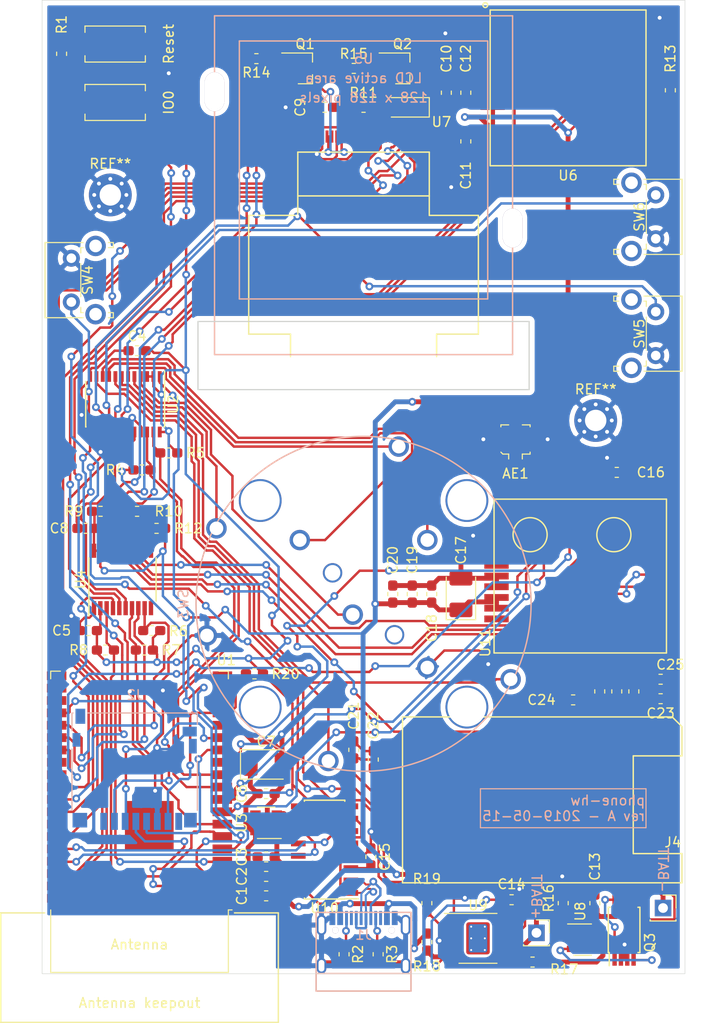
<source format=kicad_pcb>
(kicad_pcb (version 20171130) (host pcbnew "(5.1.0-0)")
  (layers (0 F.Cu signal) (31 B.Cu signal) (34 B.Paste user) (35 F.Paste user) (36 B.SilkS user) (37 F.SilkS user) (38 B.Mask user) (39 F.Mask user) (44 Edge.Cuts user))
  (net 0 "")
  (net 1 GND_OUT)
  (net 2 "Net-(AE1-Pad1)")
  (net 3 +BATT)
  (net 4 "/Battery protection/GND_IN")
  (net 5 VDD)
  (net 6 "Net-(C13-Pad2)")
  (net 7 "Net-(C14-Pad1)")
  (net 8 "Net-(C15-Pad2)")
  (net 9 "Net-(C16-Pad1)")
  (net 10 "Net-(C21-Pad1)")
  (net 11 "Net-(C21-Pad2)")
  (net 12 "Net-(C22-Pad2)")
  (net 13 "Net-(C23-Pad2)")
  (net 14 "Net-(C24-Pad2)")
  (net 15 "Net-(J1-PadA5)")
  (net 16 USB_D-)
  (net 17 USB_D+)
  (net 18 "Net-(J1-PadA8)")
  (net 19 "Net-(J1-PadB5)")
  (net 20 "Net-(J1-PadB8)")
  (net 21 VBUS)
  (net 22 /Cellular/RXD_AUX)
  (net 23 /Cellular/TXD_AUX)
  (net 24 /Cellular/DBG_RXD)
  (net 25 /Cellular/DBG_TXD)
  (net 26 "Net-(J4-Pad6)")
  (net 27 "Net-(Q1-Pad3)")
  (net 28 "Net-(Q1-Pad1)")
  (net 29 "Net-(Q2-Pad1)")
  (net 30 "Net-(Q2-Pad3)")
  (net 31 "Net-(Q3-Pad1)")
  (net 32 "Net-(Q3-Pad4)")
  (net 33 "Net-(Q3-Pad5)")
  (net 34 "Net-(R1-Pad2)")
  (net 35 I2C_SCL)
  (net 36 I2C_SDA)
  (net 37 GSM_RI_2.8)
  (net 38 UART2_RX)
  (net 39 UART1_RX)
  (net 40 GPS_RXD)
  (net 41 GSM_PWRKEY)
  (net 42 LCD_RESET)
  (net 43 GSM_RXD)
  (net 44 GPS_RESET)
  (net 45 LCD_BL)
  (net 46 "Net-(R16-Pad2)")
  (net 47 "Net-(R19-Pad1)")
  (net 48 BATT_~STDBY)
  (net 49 BATT_~CHRG)
  (net 50 "Net-(R22-Pad2)")
  (net 51 "Net-(R23-Pad2)")
  (net 52 "Net-(R24-Pad2)")
  (net 53 "Net-(SW2-Pad1)")
  (net 54 INPUT_A)
  (net 55 INPUT_S1)
  (net 56 INPUT_B)
  (net 57 INPUT_S5)
  (net 58 INPUT_S3)
  (net 59 INPUT_S2)
  (net 60 INPUT_S4)
  (net 61 "Net-(SW4-Pad1)")
  (net 62 "Net-(SW5-Pad1)")
  (net 63 "Net-(SW6-Pad1)")
  (net 64 LCD_TE)
  (net 65 INPUT_INT)
  (net 66 PCM_IN)
  (net 67 PCM_OUT)
  (net 68 PCM_CLK)
  (net 69 "Net-(U1-Pad17)")
  (net 70 "Net-(U1-Pad18)")
  (net 71 "Net-(U1-Pad19)")
  (net 72 "Net-(U1-Pad20)")
  (net 73 "Net-(U1-Pad21)")
  (net 74 "Net-(U1-Pad22)")
  (net 75 PCM_SYNC)
  (net 76 "Net-(U1-Pad27)")
  (net 77 "Net-(U1-Pad28)")
  (net 78 UART1_TX)
  (net 79 UART2_TX)
  (net 80 LCD_~CS)
  (net 81 "Net-(U1-Pad32)")
  (net 82 LCD_SCL)
  (net 83 UART0_RX)
  (net 84 UART0_TX)
  (net 85 LCD_SDA)
  (net 86 LCD_DC)
  (net 87 GPS_RESET_2.8)
  (net 88 GSM_PWRKEY_2.8)
  (net 89 "Net-(U3-Pad4)")
  (net 90 "Net-(U4-Pad10)")
  (net 91 "Net-(U4-Pad11)")
  (net 92 GSM_RI)
  (net 93 GSM_TXD)
  (net 94 GPS_TXD)
  (net 95 "Net-(U5-Pad2)")
  (net 96 "Net-(U6-Pad6)")
  (net 97 "Net-(U8-Pad4)")
  (net 98 "Net-(U10-Pad5)")
  (net 99 "Net-(U10-Pad8)")
  (net 100 "Net-(U10-Pad9)")
  (net 101 "Net-(U10-Pad12)")
  (net 102 "Net-(U10-Pad13)")
  (net 103 "Net-(U10-Pad14)")
  (net 104 "Net-(U10-Pad15)")
  (net 105 "Net-(U11-Pad6)")
  (net 106 "Net-(U11-Pad5)")
  (net 107 "Net-(U11-Pad4)")
  (net 108 "Net-(U11-Pad3)")
  (net 109 "Net-(U11-Pad2)")
  (net 110 "Net-(U11-Pad8)")
  (net 111 "Net-(U11-Pad9)")
  (net 112 "Net-(U11-Pad15)")
  (net 113 "Net-(U11-Pad16)")
  (net 114 "Net-(U11-Pad19)")
  (net 115 "Net-(U11-Pad21)")
  (net 116 "Net-(U11-Pad22)")
  (net 117 "Net-(U11-Pad23)")
  (net 118 "Net-(U11-Pad25)")
  (net 119 "Net-(U11-Pad26)")
  (net 120 "Net-(U11-Pad44)")
  (net 121 "Net-(J2-Pad8)")
  (net 122 SD_MISO)
  (net 123 SD_CLK)
  (net 124 SD_MOSI)
  (net 125 SD_~CS)
  (net 126 "Net-(J2-Pad1)")
  (module MountingHole:MountingHole_2.2mm_M2_Pad_Via (layer F.Cu) (at 27 40)
    (fp_text reference REF** (at 0 -3.2) (layer F.SilkS))
    (fp_text value MountingHole_2.2mm_M2_Pad_Via)
    (pad 1 thru_hole circle (at 1.166726 -1.166726) (size 0.7 0.7) (drill 0.4) (layers *.Cu *.Mask) (net 1 GND_OUT))
    (pad 1 thru_hole circle (at 0 -1.65) (size 0.7 0.7) (drill 0.4) (layers *.Cu *.Mask) (net 1 GND_OUT))
    (pad 1 thru_hole circle (at -1.166726 -1.166726) (size 0.7 0.7) (drill 0.4) (layers *.Cu *.Mask) (net 1 GND_OUT))
    (pad 1 thru_hole circle (at -1.65 0) (size 0.7 0.7) (drill 0.4) (layers *.Cu *.Mask) (net 1 GND_OUT))
    (pad 1 thru_hole circle (at -1.166726 1.166726) (size 0.7 0.7) (drill 0.4) (layers *.Cu *.Mask) (net 1 GND_OUT))
    (pad 1 thru_hole circle (at 0 1.65) (size 0.7 0.7) (drill 0.4) (layers *.Cu *.Mask) (net 1 GND_OUT))
    (pad 1 thru_hole circle (at 1.166726 1.166726) (size 0.7 0.7) (drill 0.4) (layers *.Cu *.Mask) (net 1 GND_OUT))
    (pad 1 thru_hole circle (at 1.65 0) (size 0.7 0.7) (drill 0.4) (layers *.Cu *.Mask) (net 1 GND_OUT))
    (pad 1 thru_hole circle (at 0 0) (size 4.4 4.4) (drill 2.2) (layers *.Cu *.Mask) (net 1 GND_OUT))
  )
  (module MountingHole:MountingHole_2.2mm_M2_Pad_Via (layer F.Cu) (at 76.833274 63.166726)
    (fp_text reference REF** (at 0 -3.2) (layer F.SilkS))
    (fp_text value MountingHole_2.2mm_M2_Pad_Via)
    (pad 1 thru_hole circle (at 1.166726 -1.166726) (size 0.7 0.7) (drill 0.4) (layers *.Cu *.Mask) (net 1 GND_OUT))
    (pad 1 thru_hole circle (at 0 -1.65) (size 0.7 0.7) (drill 0.4) (layers *.Cu *.Mask) (net 1 GND_OUT))
    (pad 1 thru_hole circle (at -1.166726 -1.166726) (size 0.7 0.7) (drill 0.4) (layers *.Cu *.Mask) (net 1 GND_OUT))
    (pad 1 thru_hole circle (at -1.65 0) (size 0.7 0.7) (drill 0.4) (layers *.Cu *.Mask) (net 1 GND_OUT))
    (pad 1 thru_hole circle (at -1.166726 1.166726) (size 0.7 0.7) (drill 0.4) (layers *.Cu *.Mask) (net 1 GND_OUT))
    (pad 1 thru_hole circle (at 0 1.65) (size 0.7 0.7) (drill 0.4) (layers *.Cu *.Mask) (net 1 GND_OUT))
    (pad 1 thru_hole circle (at 1.166726 1.166726) (size 0.7 0.7) (drill 0.4) (layers *.Cu *.Mask) (net 1 GND_OUT))
    (pad 1 thru_hole circle (at 1.65 0) (size 0.7 0.7) (drill 0.4) (layers *.Cu *.Mask) (net 1 GND_OUT))
    (pad 1 thru_hole circle (at 0 0) (size 4.4 4.4) (drill 2.2) (layers *.Cu *.Mask) (net 1 GND_OUT))
  )
  (module Connector_Coaxial:U.FL_Molex_MCRF_73412-0110_Vertical (layer F.Cu) (at 68.6 65.12)
    (fp_text reference AE1 (at 0 3.5) (layer F.SilkS))
    (fp_text value Antenna_Shield)
    (pad 2 smd rect (at -1.475 0) (size 1.05 2.2) (layers F.Cu F.Paste F.Mask) (net 1 GND_OUT))
    (pad 2 smd rect (at 1.475 0) (size 1.05 2.2) (layers F.Cu F.Paste F.Mask) (net 1 GND_OUT))
    (pad 2 smd rect (at 0 -1.5) (size 1 1) (layers F.Cu F.Paste F.Mask) (net 1 GND_OUT))
    (pad 1 smd rect (at 0 1.5) (size 1 1) (layers F.Cu F.Paste F.Mask) (net 2 "Net-(AE1-Pad1)"))
  )
  (module Capacitor_SMD:C_0603_1608Metric_Pad1.05x0.95mm_HandSolder (layer F.Cu) (at 43 112)
    (fp_text reference C1 (at -2.5 0 90) (layer F.SilkS))
    (fp_text value 22uF hide)
    (pad 2 smd roundrect (at 0.875 0) (size 1.05 0.95) (layers F.Cu F.Paste F.Mask) (net 1 GND_OUT))
    (pad 1 smd roundrect (at -0.875 0) (size 1.05 0.95) (layers F.Cu F.Paste F.Mask) (net 5 VDD))
  )
  (module Capacitor_SMD:C_0603_1608Metric_Pad1.05x0.95mm_HandSolder (layer F.Cu) (at 43 110)
    (fp_text reference C2 (at -2.5 0 90) (layer F.SilkS))
    (fp_text value 0.1uF hide)
    (pad 2 smd roundrect (at 0.875 0) (size 1.05 0.95) (layers F.Cu F.Paste F.Mask) (net 1 GND_OUT))
    (pad 1 smd roundrect (at -0.875 0) (size 1.05 0.95) (layers F.Cu F.Paste F.Mask) (net 5 VDD))
  )
  (module Capacitor_SMD:C_0603_1608Metric_Pad1.05x0.95mm_HandSolder (layer F.Cu) (at 43 108 180)
    (fp_text reference C3 (at 2.5 0 270) (layer F.SilkS))
    (fp_text value 1uF)
    (pad 1 smd roundrect (at -0.875 0 180) (size 1.05 0.95) (layers F.Cu F.Paste F.Mask) (net 3 +BATT))
    (pad 2 smd roundrect (at 0.875 0 180) (size 1.05 0.95) (layers F.Cu F.Paste F.Mask) (net 1 GND_OUT))
  )
  (module Capacitor_SMD:C_0603_1608Metric_Pad1.05x0.95mm_HandSolder (layer F.Cu) (at 29.75 56 180)
    (fp_text reference C4 (at 0 1.5 180) (layer F.SilkS))
    (fp_text value 0.1uF)
    (pad 2 smd roundrect (at 0.875 0 180) (size 1.05 0.95) (layers F.Cu F.Paste F.Mask) (net 1 GND_OUT))
    (pad 1 smd roundrect (at -0.875 0 180) (size 1.05 0.95) (layers F.Cu F.Paste F.Mask) (net 5 VDD))
  )
  (module Capacitor_SMD:C_0603_1608Metric_Pad1.05x0.95mm_HandSolder (layer F.Cu) (at 24.75 84.75 180)
    (fp_text reference C5 (at 2.75 0 180) (layer F.SilkS))
    (fp_text value 0.1uF)
    (pad 1 smd roundrect (at -0.875 0 180) (size 1.05 0.95) (layers F.Cu F.Paste F.Mask) (net 5 VDD))
    (pad 2 smd roundrect (at 0.875 0 180) (size 1.05 0.95) (layers F.Cu F.Paste F.Mask) (net 1 GND_OUT))
  )
  (module Capacitor_SMD:C_0603_1608Metric_Pad1.05x0.95mm_HandSolder (layer F.Cu) (at 43 101.5)
    (fp_text reference C6 (at -2.5 0 90) (layer F.SilkS))
    (fp_text value 4.7uF)
    (pad 1 smd roundrect (at -0.875 0) (size 1.05 0.95) (layers F.Cu F.Paste F.Mask) (net 5 VDD))
    (pad 2 smd roundrect (at 0.875 0) (size 1.05 0.95) (layers F.Cu F.Paste F.Mask) (net 1 GND_OUT))
  )
  (module Capacitor_Tantalum_SMD:CP_EIA-3528-15_AVX-H_Pad1.50x2.35mm_HandSolder (layer F.Cu) (at 43 98.5)
    (fp_text reference C7 (at 0 -2.35) (layer F.SilkS))
    (fp_text value 100uF)
    (pad 1 smd roundrect (at -1.625 0) (size 1.5 2.35) (layers F.Cu F.Paste F.Mask) (roundrect_rratio 0.166667) (net 5 VDD))
    (pad 2 smd roundrect (at 1.625 0) (size 1.5 2.35) (layers F.Cu F.Paste F.Mask) (roundrect_rratio 0.166667) (net 1 GND_OUT))
  )
  (module Capacitor_SMD:C_0603_1608Metric_Pad1.05x0.95mm_HandSolder (layer F.Cu) (at 24.5 74.25 180)
    (fp_text reference C8 (at 2.75 0 180) (layer F.SilkS))
    (fp_text value 0.1uF)
    (pad 2 smd roundrect (at 0.875 0 180) (size 1.05 0.95) (layers F.Cu F.Paste F.Mask) (net 1 GND_OUT))
    (pad 1 smd roundrect (at -0.875 0 180) (size 1.05 0.95) (layers F.Cu F.Paste F.Mask) (net 3 +BATT))
  )
  (module Capacitor_SMD:C_0603_1608Metric_Pad1.05x0.95mm_HandSolder (layer F.Cu) (at 49 31 180)
    (fp_text reference C9 (at 2.5 0 270) (layer F.SilkS))
    (fp_text value 0.1uF)
    (pad 1 smd roundrect (at -0.875 0 180) (size 1.05 0.95) (layers F.Cu F.Paste F.Mask) (net 5 VDD))
    (pad 2 smd roundrect (at 0.875 0 180) (size 1.05 0.95) (layers F.Cu F.Paste F.Mask) (net 1 GND_OUT))
  )
  (module Capacitor_SMD:C_0603_1608Metric_Pad1.05x0.95mm_HandSolder (layer F.Cu) (at 61.5 29.5 90)
    (fp_text reference C10 (at 3.5 0 90) (layer F.SilkS))
    (fp_text value 10uF)
    (pad 2 smd roundrect (at 0.875 0 90) (size 1.05 0.95) (layers F.Cu F.Paste F.Mask) (net 1 GND_OUT))
    (pad 1 smd roundrect (at -0.875 0 90) (size 1.05 0.95) (layers F.Cu F.Paste F.Mask) (net 3 +BATT))
  )
  (module Capacitor_SMD:C_0603_1608Metric_Pad1.05x0.95mm_HandSolder (layer F.Cu) (at 63.5 34.5 270)
    (fp_text reference C11 (at 3.5 0 270) (layer F.SilkS))
    (fp_text value 0.1uF)
    (pad 1 smd roundrect (at -0.875 0 270) (size 1.05 0.95) (layers F.Cu F.Paste F.Mask) (net 3 +BATT))
    (pad 2 smd roundrect (at 0.875 0 270) (size 1.05 0.95) (layers F.Cu F.Paste F.Mask) (net 1 GND_OUT))
  )
  (module Capacitor_SMD:C_0603_1608Metric_Pad1.05x0.95mm_HandSolder (layer F.Cu) (at 63.5 29.5 90)
    (fp_text reference C12 (at 3.5 0 90) (layer F.SilkS))
    (fp_text value 0.1uF)
    (pad 2 smd roundrect (at 0.875 0 90) (size 1.05 0.95) (layers F.Cu F.Paste F.Mask) (net 1 GND_OUT))
    (pad 1 smd roundrect (at -0.875 0 90) (size 1.05 0.95) (layers F.Cu F.Paste F.Mask) (net 3 +BATT))
  )
  (module Capacitor_SMD:C_0603_1608Metric_Pad1.05x0.95mm_HandSolder (layer F.Cu) (at 76.75 112.75 90)
    (fp_text reference C13 (at 3.75 0 90) (layer F.SilkS))
    (fp_text value 0.1uF)
    (pad 1 smd roundrect (at -0.875 0 90) (size 1.05 0.95) (layers F.Cu F.Paste F.Mask) (net 4 "/Battery protection/GND_IN"))
    (pad 2 smd roundrect (at 0.875 0 90) (size 1.05 0.95) (layers F.Cu F.Paste F.Mask) (net 6 "Net-(C13-Pad2)"))
  )
  (module Capacitor_SMD:C_0603_1608Metric_Pad1.05x0.95mm_HandSolder (layer F.Cu) (at 68.2 112.4)
    (fp_text reference C14 (at 0 -1.6) (layer F.SilkS))
    (fp_text value 10uF)
    (pad 1 smd roundrect (at -0.875 0) (size 1.05 0.95) (layers F.Cu F.Paste F.Mask) (net 7 "Net-(C14-Pad1)"))
    (pad 2 smd roundrect (at 0.875 0) (size 1.05 0.95) (layers F.Cu F.Paste F.Mask) (net 1 GND_OUT))
  )
  (module Capacitor_SMD:C_0603_1608Metric_Pad1.05x0.95mm_HandSolder (layer F.Cu) (at 53.75 108 270)
    (fp_text reference C15 (at 0 -1.43 270) (layer F.SilkS))
    (fp_text value 1uF)
    (pad 2 smd roundrect (at 0.875 0 270) (size 1.05 0.95) (layers F.Cu F.Paste F.Mask) (net 8 "Net-(C15-Pad2)"))
    (pad 1 smd roundrect (at -0.875 0 270) (size 1.05 0.95) (layers F.Cu F.Paste F.Mask) (net 1 GND_OUT))
  )
  (module Capacitor_SMD:C_0603_1608Metric_Pad1.05x0.95mm_HandSolder (layer F.Cu) (at 79 68.5 180)
    (fp_text reference C16 (at -3.5 0 180) (layer F.SilkS))
    (fp_text value 4.7uF)
    (pad 2 smd roundrect (at 0.875 0 180) (size 1.05 0.95) (layers F.Cu F.Paste F.Mask) (net 1 GND_OUT))
    (pad 1 smd roundrect (at -0.875 0 180) (size 1.05 0.95) (layers F.Cu F.Paste F.Mask) (net 9 "Net-(C16-Pad1)"))
  )
  (module Capacitor_Tantalum_SMD:CP_EIA-3528-15_AVX-H_Pad1.50x2.35mm_HandSolder (layer F.Cu) (at 63 81 90)
    (fp_text reference C17 (at 4.5 0 90) (layer F.SilkS))
    (fp_text value 100uF)
    (pad 2 smd roundrect (at 1.625 0 90) (size 1.5 2.35) (layers F.Cu F.Paste F.Mask) (roundrect_rratio 0.166667) (net 1 GND_OUT))
    (pad 1 smd roundrect (at -1.625 0 90) (size 1.5 2.35) (layers F.Cu F.Paste F.Mask) (roundrect_rratio 0.166667) (net 3 +BATT))
  )
  (module Capacitor_SMD:C_0603_1608Metric_Pad1.05x0.95mm_HandSolder (layer F.Cu) (at 60 81 90)
    (fp_text reference C18 (at -3.5 0 90) (layer F.SilkS))
    (fp_text value 0.1uF)
    (pad 1 smd roundrect (at -0.875 0 90) (size 1.05 0.95) (layers F.Cu F.Paste F.Mask) (net 3 +BATT))
    (pad 2 smd roundrect (at 0.875 0 90) (size 1.05 0.95) (layers F.Cu F.Paste F.Mask) (net 1 GND_OUT))
  )
  (module Capacitor_SMD:C_0603_1608Metric_Pad1.05x0.95mm_HandSolder (layer F.Cu) (at 58 81 90)
    (fp_text reference C19 (at 3.5 0 90) (layer F.SilkS))
    (fp_text value 10pF)
    (pad 2 smd roundrect (at 0.875 0 90) (size 1.05 0.95) (layers F.Cu F.Paste F.Mask) (net 1 GND_OUT))
    (pad 1 smd roundrect (at -0.875 0 90) (size 1.05 0.95) (layers F.Cu F.Paste F.Mask) (net 3 +BATT))
  )
  (module Capacitor_SMD:C_0603_1608Metric_Pad1.05x0.95mm_HandSolder (layer F.Cu) (at 56 81 90)
    (fp_text reference C20 (at 3.5 0 90) (layer F.SilkS))
    (fp_text value 33pF)
    (pad 1 smd roundrect (at -0.875 0 90) (size 1.05 0.95) (layers F.Cu F.Paste F.Mask) (net 3 +BATT))
    (pad 2 smd roundrect (at 0.875 0 90) (size 1.05 0.95) (layers F.Cu F.Paste F.Mask) (net 1 GND_OUT))
  )
  (module Capacitor_SMD:C_0603_1608Metric_Pad1.05x0.95mm_HandSolder (layer F.Cu) (at 52 97 270)
    (fp_text reference C21 (at -3.5 0 270) (layer F.SilkS))
    (fp_text value 33pF)
    (pad 1 smd roundrect (at -0.875 0 270) (size 1.05 0.95) (layers F.Cu F.Paste F.Mask) (net 10 "Net-(C21-Pad1)"))
    (pad 2 smd roundrect (at 0.875 0 270) (size 1.05 0.95) (layers F.Cu F.Paste F.Mask) (net 11 "Net-(C21-Pad2)"))
  )
  (module Capacitor_SMD:C_0603_1608Metric_Pad1.05x0.95mm_HandSolder (layer F.Cu) (at 54 98 270)
    (fp_text reference C22 (at -3.5 0 270) (layer F.SilkS))
    (fp_text value 33pF)
    (pad 2 smd roundrect (at 0.875 0 270) (size 1.05 0.95) (layers F.Cu F.Paste F.Mask) (net 12 "Net-(C22-Pad2)"))
    (pad 1 smd roundrect (at -0.875 0 270) (size 1.05 0.95) (layers F.Cu F.Paste F.Mask) (net 10 "Net-(C21-Pad1)"))
  )
  (module Capacitor_SMD:C_0603_1608Metric_Pad1.05x0.95mm_HandSolder (layer F.Cu) (at 83.5 91.75)
    (fp_text reference C23 (at 0 1.5) (layer F.SilkS))
    (fp_text value 33pF)
    (pad 2 smd roundrect (at 0.875 0) (size 1.05 0.95) (layers F.Cu F.Paste F.Mask) (net 13 "Net-(C23-Pad2)"))
    (pad 1 smd roundrect (at -0.875 0) (size 1.05 0.95) (layers F.Cu F.Paste F.Mask) (net 10 "Net-(C21-Pad1)"))
  )
  (module Capacitor_SMD:C_0603_1608Metric_Pad1.05x0.95mm_HandSolder (layer F.Cu) (at 74.52 91.87)
    (fp_text reference C24 (at -3.25 0) (layer F.SilkS))
    (fp_text value 33pF)
    (pad 1 smd roundrect (at -0.875 0) (size 1.05 0.95) (layers F.Cu F.Paste F.Mask) (net 10 "Net-(C21-Pad1)"))
    (pad 2 smd roundrect (at 0.875 0) (size 1.05 0.95) (layers F.Cu F.Paste F.Mask) (net 14 "Net-(C24-Pad2)"))
  )
  (module Capacitor_SMD:C_0603_1608Metric_Pad1.05x0.95mm_HandSolder (layer F.Cu) (at 83.5 89.75 180)
    (fp_text reference C25 (at -1 1.5) (layer F.SilkS))
    (fp_text value 0.1uF)
    (pad 1 smd roundrect (at -0.875 0 180) (size 1.05 0.95) (layers F.Cu F.Paste F.Mask) (net 13 "Net-(C23-Pad2)"))
    (pad 2 smd roundrect (at 0.875 0 180) (size 1.05 0.95) (layers F.Cu F.Paste F.Mask) (net 10 "Net-(C21-Pad1)"))
  )
  (module phone:U262-16XN-4BVC11 (layer B.Cu) (at 53 115 180)
    (fp_text reference J1 (at 0 -1 180) (layer B.SilkS) (effects (justify mirror)))
    (fp_text value USB_C_Receptacle_USB2.0)
    (pad "" thru_hole circle (at 2.89 -0.53 180) (size 0.65 0.65) (drill 0.65) (layers *.Cu *.Mask))
    (pad "" thru_hole circle (at -2.89 -0.53 180) (size 0.65 0.65) (drill 0.65) (layers *.Cu *.Mask))
    (pad A5 smd rect (at -1.25 0.725 180) (size 0.3 1.45) (layers B.Cu B.Paste B.Mask) (net 15 "Net-(J1-PadA5)"))
    (pad B7 smd rect (at -0.75 0.725 180) (size 0.3 1.45) (layers B.Cu B.Paste B.Mask) (net 16 USB_D-))
    (pad A6 smd rect (at -0.25 0.725 180) (size 0.3 1.45) (layers B.Cu B.Paste B.Mask) (net 17 USB_D+))
    (pad A7 smd rect (at 0.25 0.725 180) (size 0.3 1.45) (layers B.Cu B.Paste B.Mask) (net 16 USB_D-))
    (pad B6 smd rect (at 0.75 0.725 180) (size 0.3 1.45) (layers B.Cu B.Paste B.Mask) (net 17 USB_D+))
    (pad A8 smd rect (at 1.25 0.725 180) (size 0.3 1.45) (layers B.Cu B.Paste B.Mask) (net 18 "Net-(J1-PadA8)"))
    (pad B5 smd rect (at 1.75 0.725 180) (size 0.3 1.45) (layers B.Cu B.Paste B.Mask) (net 19 "Net-(J1-PadB5)"))
    (pad B8 smd rect (at -1.75 0.725 180) (size 0.3 1.45) (layers B.Cu B.Paste B.Mask) (net 20 "Net-(J1-PadB8)"))
    (pad B1 smd rect (at 3.2 0.725 180) (size 0.6 1.45) (layers B.Cu B.Paste B.Mask) (net 1 GND_OUT))
    (pad B4 smd rect (at 2.4 0.725 180) (size 0.6 1.45) (layers B.Cu B.Paste B.Mask) (net 21 VBUS))
    (pad A4 smd rect (at -2.4 0.725 180) (size 0.6 1.45) (layers B.Cu B.Paste B.Mask) (net 21 VBUS))
    (pad A1 smd rect (at -3.2 0.725 180) (size 0.6 1.45) (layers B.Cu B.Paste B.Mask) (net 1 GND_OUT))
    (pad S1 thru_hole oval (at -4.32 -4.18 180) (size 1 1.6) (drill oval 0.6 1.2) (layers *.Cu *.Mask) (net 1 GND_OUT))
    (pad S1 thru_hole oval (at 4.32 -4.18 180) (size 1 1.6) (drill oval 0.6 1.2) (layers *.Cu *.Mask) (net 1 GND_OUT))
    (pad S1 thru_hole oval (at 4.32 0 180) (size 1 2.1) (drill oval 0.6 1.7) (layers *.Cu *.Mask) (net 1 GND_OUT))
    (pad S1 thru_hole oval (at -4.32 0 180) (size 1 2.1) (drill oval 0.6 1.7) (layers *.Cu *.Mask) (net 1 GND_OUT))
  )
  (module phone:7112S0815X19LF (layer F.Cu) (at 69 103.5)
    (fp_text reference J4 (at 15.75 3) (layer F.SilkS))
    (fp_text value SIM_Card)
    (pad 2 smd rect (at -12.795 0) (size 1.59 1.35) (layers F.Cu F.Paste F.Mask) (net 11 "Net-(C21-Pad2)"))
    (pad 1 smd rect (at -12.795 2.54) (size 1.59 1.35) (layers F.Cu F.Paste F.Mask) (net 13 "Net-(C23-Pad2)"))
    (pad 3 smd rect (at -12.795 -2.54) (size 1.59 1.35) (layers F.Cu F.Paste F.Mask) (net 12 "Net-(C22-Pad2)"))
    (pad 7 smd rect (at 12.795 -2.54) (size 1.59 1.35) (layers F.Cu F.Paste F.Mask) (net 14 "Net-(C24-Pad2)"))
    (pad 5 smd rect (at 12.795 2.54) (size 1.59 1.35) (layers F.Cu F.Paste F.Mask) (net 10 "Net-(C21-Pad1)"))
    (pad 6 smd rect (at 12.795 0) (size 1.59 1.35) (layers F.Cu F.Paste F.Mask) (net 26 "Net-(J4-Pad6)"))
  )
  (module Package_TO_SOT_SMD:SOT-23_Handsoldering (layer F.Cu) (at 47 27)
    (fp_text reference Q1 (at 0 -2.5) (layer F.SilkS))
    (fp_text value BC847BLT3G)
    (pad 3 smd rect (at 1.5 0) (size 1.9 0.8) (layers F.Cu F.Paste F.Mask) (net 27 "Net-(Q1-Pad3)"))
    (pad 2 smd rect (at -1.5 0.95) (size 1.9 0.8) (layers F.Cu F.Paste F.Mask) (net 1 GND_OUT))
    (pad 1 smd rect (at -1.5 -0.95) (size 1.9 0.8) (layers F.Cu F.Paste F.Mask) (net 28 "Net-(Q1-Pad1)"))
  )
  (module Package_TO_SOT_SMD:SOT-23_Handsoldering (layer F.Cu) (at 57 27)
    (fp_text reference Q2 (at 0 -2.5) (layer F.SilkS))
    (fp_text value S9015)
    (pad 1 smd rect (at -1.5 -0.95) (size 1.9 0.8) (layers F.Cu F.Paste F.Mask) (net 29 "Net-(Q2-Pad1)"))
    (pad 2 smd rect (at -1.5 0.95) (size 1.9 0.8) (layers F.Cu F.Paste F.Mask) (net 3 +BATT))
    (pad 3 smd rect (at 1.5 0) (size 1.9 0.8) (layers F.Cu F.Paste F.Mask) (net 30 "Net-(Q2-Pad3)"))
  )
  (module Package_SO:TSSOP-8_4.4x3mm_P0.65mm (layer F.Cu) (at 79.75 115.5 90)
    (fp_text reference Q3 (at -1.3 2.65 270) (layer F.SilkS))
    (fp_text value RU8205G)
    (pad 1 smd rect (at -2.95 -0.975 90) (size 1.45 0.45) (layers F.Cu F.Paste F.Mask) (net 31 "Net-(Q3-Pad1)"))
    (pad 2 smd rect (at -2.95 -0.325 90) (size 1.45 0.45) (layers F.Cu F.Paste F.Mask) (net 1 GND_OUT))
    (pad 3 smd rect (at -2.95 0.325 90) (size 1.45 0.45) (layers F.Cu F.Paste F.Mask) (net 1 GND_OUT))
    (pad 4 smd rect (at -2.95 0.975 90) (size 1.45 0.45) (layers F.Cu F.Paste F.Mask) (net 32 "Net-(Q3-Pad4)"))
    (pad 5 smd rect (at 2.95 0.975 90) (size 1.45 0.45) (layers F.Cu F.Paste F.Mask) (net 33 "Net-(Q3-Pad5)"))
    (pad 6 smd rect (at 2.95 0.325 90) (size 1.45 0.45) (layers F.Cu F.Paste F.Mask) (net 4 "/Battery protection/GND_IN"))
    (pad 7 smd rect (at 2.95 -0.325 90) (size 1.45 0.45) (layers F.Cu F.Paste F.Mask) (net 4 "/Battery protection/GND_IN"))
    (pad 8 smd rect (at 2.95 -0.975 90) (size 1.45 0.45) (layers F.Cu F.Paste F.Mask) (net 31 "Net-(Q3-Pad1)"))
  )
  (module Resistor_SMD:R_0603_1608Metric_Pad1.05x0.95mm_HandSolder (layer F.Cu) (at 22 25.5 90)
    (fp_text reference R1 (at 3 0 90) (layer F.SilkS))
    (fp_text value 10k)
    (pad 1 smd roundrect (at -0.875 0 90) (size 1.05 0.95) (layers F.Cu F.Paste F.Mask) (net 5 VDD))
    (pad 2 smd roundrect (at 0.875 0 90) (size 1.05 0.95) (layers F.Cu F.Paste F.Mask) (net 34 "Net-(R1-Pad2)"))
  )
  (module Resistor_SMD:R_0603_1608Metric_Pad1.05x0.95mm_HandSolder (layer F.Cu) (at 51 118 270)
    (fp_text reference R2 (at 0 -1.43 270) (layer F.SilkS))
    (fp_text value 5.1k)
    (pad 2 smd roundrect (at 0.875 0 270) (size 1.05 0.95) (layers F.Cu F.Paste F.Mask) (net 1 GND_OUT))
    (pad 1 smd roundrect (at -0.875 0 270) (size 1.05 0.95) (layers F.Cu F.Paste F.Mask) (net 19 "Net-(J1-PadB5)"))
  )
  (module Resistor_SMD:R_0603_1608Metric_Pad1.05x0.95mm_HandSolder (layer F.Cu) (at 54.5 118 270)
    (fp_text reference R3 (at 0 -1.43 270) (layer F.SilkS))
    (fp_text value 5.1k)
    (pad 1 smd roundrect (at -0.875 0 270) (size 1.05 0.95) (layers F.Cu F.Paste F.Mask) (net 15 "Net-(J1-PadA5)"))
    (pad 2 smd roundrect (at 0.875 0 270) (size 1.05 0.95) (layers F.Cu F.Paste F.Mask) (net 1 GND_OUT))
  )
  (module Resistor_SMD:R_0603_1608Metric_Pad1.05x0.95mm_HandSolder (layer F.Cu) (at 30.25 68.25)
    (fp_text reference R4 (at -2.75 0) (layer F.SilkS))
    (fp_text value 10k)
    (pad 2 smd roundrect (at 0.875 0) (size 1.05 0.95) (layers F.Cu F.Paste F.Mask) (net 35 I2C_SCL))
    (pad 1 smd roundrect (at -0.875 0) (size 1.05 0.95) (layers F.Cu F.Paste F.Mask) (net 5 VDD))
  )
  (module Resistor_SMD:R_0603_1608Metric_Pad1.05x0.95mm_HandSolder (layer F.Cu) (at 33 66.5 180)
    (fp_text reference R5 (at -2.75 0 180) (layer F.SilkS))
    (fp_text value 10k)
    (pad 1 smd roundrect (at -0.875 0 180) (size 1.05 0.95) (layers F.Cu F.Paste F.Mask) (net 5 VDD))
    (pad 2 smd roundrect (at 0.875 0 180) (size 1.05 0.95) (layers F.Cu F.Paste F.Mask) (net 36 I2C_SDA))
  )
  (module Resistor_SMD:R_0603_1608Metric_Pad1.05x0.95mm_HandSolder (layer F.Cu) (at 31.25 84.75 180)
    (fp_text reference R6 (at -2.75 -0.05 180) (layer F.SilkS))
    (fp_text value 10k)
    (pad 1 smd roundrect (at -0.875 0 180) (size 1.05 0.95) (layers F.Cu F.Paste F.Mask) (net 5 VDD))
    (pad 2 smd roundrect (at 0.875 0 180) (size 1.05 0.95) (layers F.Cu F.Paste F.Mask) (net 37 GSM_RI_2.8))
  )
  (module Resistor_SMD:R_0603_1608Metric_Pad1.05x0.95mm_HandSolder (layer F.Cu) (at 30.5 86.75 180)
    (fp_text reference R7 (at -2.75 0 180) (layer F.SilkS))
    (fp_text value 10k)
    (pad 2 smd roundrect (at 0.875 0 180) (size 1.05 0.95) (layers F.Cu F.Paste F.Mask) (net 38 UART2_RX))
    (pad 1 smd roundrect (at -0.875 0 180) (size 1.05 0.95) (layers F.Cu F.Paste F.Mask) (net 5 VDD))
  )
  (module Resistor_SMD:R_0603_1608Metric_Pad1.05x0.95mm_HandSolder (layer F.Cu) (at 26.5 86.75)
    (fp_text reference R8 (at -2.75 0) (layer F.SilkS))
    (fp_text value 10k)
    (pad 2 smd roundrect (at 0.875 0) (size 1.05 0.95) (layers F.Cu F.Paste F.Mask) (net 39 UART1_RX))
    (pad 1 smd roundrect (at -0.875 0) (size 1.05 0.95) (layers F.Cu F.Paste F.Mask) (net 5 VDD))
  )
  (module Resistor_SMD:R_0603_1608Metric_Pad1.05x0.95mm_HandSolder (layer F.Cu) (at 26 72.5)
    (fp_text reference R9 (at -2.75 0) (layer F.SilkS))
    (fp_text value 10k)
    (pad 1 smd roundrect (at -0.875 0) (size 1.05 0.95) (layers F.Cu F.Paste F.Mask) (net 3 +BATT))
    (pad 2 smd roundrect (at 0.875 0) (size 1.05 0.95) (layers F.Cu F.Paste F.Mask) (net 40 GPS_RXD))
  )
  (module Resistor_SMD:R_0603_1608Metric_Pad1.05x0.95mm_HandSolder (layer F.Cu) (at 29.75 72.5)
    (fp_text reference R10 (at 3.25 0) (layer F.SilkS))
    (fp_text value 10k)
    (pad 2 smd roundrect (at 0.875 0) (size 1.05 0.95) (layers F.Cu F.Paste F.Mask) (net 3 +BATT))
    (pad 1 smd roundrect (at -0.875 0) (size 1.05 0.95) (layers F.Cu F.Paste F.Mask) (net 41 GSM_PWRKEY))
  )
  (module Resistor_SMD:R_0603_1608Metric_Pad1.05x0.95mm_HandSolder (layer F.Cu) (at 53 31 180)
    (fp_text reference R11 (at 0 1.5 180) (layer F.SilkS))
    (fp_text value 10k)
    (pad 1 smd roundrect (at -0.875 0 180) (size 1.05 0.95) (layers F.Cu F.Paste F.Mask) (net 42 LCD_RESET))
    (pad 2 smd roundrect (at 0.875 0 180) (size 1.05 0.95) (layers F.Cu F.Paste F.Mask) (net 5 VDD))
  )
  (module Resistor_SMD:R_0603_1608Metric_Pad1.05x0.95mm_HandSolder (layer F.Cu) (at 31.75 74.25)
    (fp_text reference R12 (at 3.25 0) (layer F.SilkS))
    (fp_text value 10k)
    (pad 1 smd roundrect (at -0.875 0) (size 1.05 0.95) (layers F.Cu F.Paste F.Mask) (net 43 GSM_RXD))
    (pad 2 smd roundrect (at 0.875 0) (size 1.05 0.95) (layers F.Cu F.Paste F.Mask) (net 3 +BATT))
  )
  (module Resistor_SMD:R_0603_1608Metric_Pad1.05x0.95mm_HandSolder (layer F.Cu) (at 84.5 29.25 270)
    (fp_text reference R13 (at -3.25 0 270) (layer F.SilkS))
    (fp_text value 10k)
    (pad 1 smd roundrect (at -0.875 0 270) (size 1.05 0.95) (layers F.Cu F.Paste F.Mask) (net 44 GPS_RESET))
    (pad 2 smd roundrect (at 0.875 0 270) (size 1.05 0.95) (layers F.Cu F.Paste F.Mask) (net 3 +BATT))
  )
  (module Resistor_SMD:R_0603_1608Metric_Pad1.05x0.95mm_HandSolder (layer F.Cu) (at 42 26 180)
    (fp_text reference R14 (at 0 -1.43 180) (layer F.SilkS))
    (fp_text value 1k)
    (pad 2 smd roundrect (at 0.875 0 180) (size 1.05 0.95) (layers F.Cu F.Paste F.Mask) (net 45 LCD_BL))
    (pad 1 smd roundrect (at -0.875 0 180) (size 1.05 0.95) (layers F.Cu F.Paste F.Mask) (net 28 "Net-(Q1-Pad1)"))
  )
  (module Resistor_SMD:R_0603_1608Metric_Pad1.05x0.95mm_HandSolder (layer F.Cu) (at 52 27 180)
    (fp_text reference R15 (at 0 1.5 180) (layer F.SilkS))
    (fp_text value 1k)
    (pad 2 smd roundrect (at 0.875 0 180) (size 1.05 0.95) (layers F.Cu F.Paste F.Mask) (net 27 "Net-(Q1-Pad3)"))
    (pad 1 smd roundrect (at -0.875 0 180) (size 1.05 0.95) (layers F.Cu F.Paste F.Mask) (net 29 "Net-(Q2-Pad1)"))
  )
  (module Resistor_SMD:R_0603_1608Metric_Pad1.05x0.95mm_HandSolder (layer F.Cu) (at 73.5 112.75 270)
    (fp_text reference R16 (at -0.5 1.5 270) (layer F.SilkS))
    (fp_text value 1k)
    (pad 1 smd roundrect (at -0.875 0 270) (size 1.05 0.95) (layers F.Cu F.Paste F.Mask) (net 1 GND_OUT))
    (pad 2 smd roundrect (at 0.875 0 270) (size 1.05 0.95) (layers F.Cu F.Paste F.Mask) (net 46 "Net-(R16-Pad2)"))
  )
  (module Resistor_SMD:R_0603_1608Metric_Pad1.05x0.95mm_HandSolder (layer F.Cu) (at 70.35 118.8 180)
    (fp_text reference R17 (at -3.25 -0.75 180) (layer F.SilkS))
    (fp_text value 100)
    (pad 2 smd roundrect (at 0.875 0 180) (size 1.05 0.95) (layers F.Cu F.Paste F.Mask) (net 3 +BATT))
    (pad 1 smd roundrect (at -0.875 0 180) (size 1.05 0.95) (layers F.Cu F.Paste F.Mask) (net 6 "Net-(C13-Pad2)"))
  )
  (module Resistor_SMD:R_0603_1608Metric_Pad1.05x0.95mm_HandSolder (layer F.Cu) (at 59.5 116.75 270)
    (fp_text reference R18 (at 2.5 0) (layer F.SilkS))
    (fp_text value 0.4)
    (pad 2 smd roundrect (at 0.875 0 270) (size 1.05 0.95) (layers F.Cu F.Paste F.Mask) (net 7 "Net-(C14-Pad1)"))
    (pad 1 smd roundrect (at -0.875 0 270) (size 1.05 0.95) (layers F.Cu F.Paste F.Mask) (net 21 VBUS))
  )
  (module Resistor_SMD:R_0603_1608Metric_Pad1.05x0.95mm_HandSolder (layer F.Cu) (at 59.5 112.75 90)
    (fp_text reference R19 (at 2.5 0 180) (layer F.SilkS))
    (fp_text value 1.2k)
    (pad 1 smd roundrect (at -0.875 0 90) (size 1.05 0.95) (layers F.Cu F.Paste F.Mask) (net 47 "Net-(R19-Pad1)"))
    (pad 2 smd roundrect (at 0.875 0 90) (size 1.05 0.95) (layers F.Cu F.Paste F.Mask) (net 1 GND_OUT))
  )
  (module Resistor_SMD:R_0603_1608Metric_Pad1.05x0.95mm_HandSolder (layer F.Cu) (at 79 91 90)
    (fp_text reference R22 hide)
    (fp_text value 22)
    (pad 2 smd roundrect (at 0.875 0 90) (size 1.05 0.95) (layers F.Cu F.Paste F.Mask) (net 50 "Net-(R22-Pad2)"))
    (pad 1 smd roundrect (at -0.875 0 90) (size 1.05 0.95) (layers F.Cu F.Paste F.Mask) (net 11 "Net-(C21-Pad2)"))
  )
  (module Resistor_SMD:R_0603_1608Metric_Pad1.05x0.95mm_HandSolder (layer F.Cu) (at 80.75 91 90)
    (fp_text reference R23 hide)
    (fp_text value 22)
    (pad 1 smd roundrect (at -0.875 0 90) (size 1.05 0.95) (layers F.Cu F.Paste F.Mask) (net 12 "Net-(C22-Pad2)"))
    (pad 2 smd roundrect (at 0.875 0 90) (size 1.05 0.95) (layers F.Cu F.Paste F.Mask) (net 51 "Net-(R23-Pad2)"))
  )
  (module Resistor_SMD:R_0603_1608Metric_Pad1.05x0.95mm_HandSolder (layer F.Cu) (at 77.25 91 90)
    (fp_text reference R24 hide)
    (fp_text value 22)
    (pad 2 smd roundrect (at 0.875 0 90) (size 1.05 0.95) (layers F.Cu F.Paste F.Mask) (net 52 "Net-(R24-Pad2)"))
    (pad 1 smd roundrect (at -0.875 0 90) (size 1.05 0.95) (layers F.Cu F.Paste F.Mask) (net 14 "Net-(C24-Pad2)"))
  )
  (module Button_Switch_SMD:SW_SPST_EVQPE1 (layer F.Cu) (at 27.5 24.5)
    (fp_text reference SW1 hide)
    (fp_text value SW_Push)
    (pad 1 smd rect (at -2.7 0) (size 2 1.6) (layers F.Cu F.Paste F.Mask) (net 34 "Net-(R1-Pad2)"))
    (pad 2 smd rect (at 2.7 0) (size 2 1.6) (layers F.Cu F.Paste F.Mask) (net 1 GND_OUT))
  )
  (module Button_Switch_SMD:SW_SPST_EVQPE1 (layer F.Cu) (at 27.5 30.5)
    (fp_text reference SW2 hide)
    (fp_text value SW_Push)
    (pad 2 smd rect (at 2.7 0) (size 2 1.6) (layers F.Cu F.Paste F.Mask) (net 1 GND_OUT))
    (pad 1 smd rect (at -2.7 0) (size 2 1.6) (layers F.Cu F.Paste F.Mask) (net 53 "Net-(SW2-Pad1)"))
  )
  (module phone:TSWB-3N-CB (layer B.Cu) (at 53 82 90)
    (fp_text reference SW3 (at 0 -18.5 90) (layer B.SilkS) (effects (justify mirror)))
    (fp_text value TSWB-3N-CB)
    (pad CB thru_hole circle (at -3.254 -16.079 45) (size 2.1 2.1) (drill 1.4) (layers *.Cu *.Mask) (net 1 GND_OUT))
    (pad "" thru_hole circle (at 10.61 10.61 45) (size 4.4 4.4) (drill 4) (layers *.Cu *.Mask))
    (pad "" thru_hole circle (at -10.61 -10.61 45) (size 4.4 4.4) (drill 4) (layers *.Cu *.Mask))
    (pad "" thru_hole circle (at -10.61 10.61 45) (size 4.4 4.4) (drill 4) (layers *.Cu *.Mask))
    (pad "" thru_hole circle (at 10.61 -10.61 45) (size 4.4 4.4) (drill 4) (layers *.Cu *.Mask))
    (pad S4 thru_hole circle (at -7.75 15.102 45) (size 2.1 2.1) (drill 1.4) (layers *.Cu *.Mask) (net 60 INPUT_S4))
    (pad S2 thru_hole circle (at 7.75 -15.102 45) (size 2.1 2.1) (drill 1.4) (layers *.Cu *.Mask) (net 59 INPUT_S2))
    (pad S3 thru_hole circle (at 16.15 3.61 45) (size 2.1 2.1) (drill 1.4) (layers *.Cu *.Mask) (net 58 INPUT_S3))
    (pad S5 thru_hole circle (at -16.15 -3.61 45) (size 2.1 2.1) (drill 1.4) (layers *.Cu *.Mask) (net 57 INPUT_S5))
    (pad B thru_hole circle (at 6.548 6.548 45) (size 2.1 2.1) (drill 1.4) (layers *.Cu *.Mask) (net 56 INPUT_B))
    (pad S1 thru_hole circle (at -1.11 -1.11 45) (size 2.1 2.1) (drill 1.4) (layers *.Cu *.Mask) (net 55 INPUT_S1))
    (pad A thru_hole circle (at 6.547 -6.547 45) (size 2.1 2.1) (drill 1.4) (layers *.Cu *.Mask) (net 54 INPUT_A))
    (pad "" thru_hole circle (at 3.182 -3.182 45) (size 2 2) (drill 1.6) (layers *.Cu *.Mask))
    (pad CA thru_hole circle (at -6.547 6.547 45) (size 2.1 2.1) (drill 1.4) (layers *.Cu *.Mask) (net 1 GND_OUT))
    (pad "" thru_hole circle (at -3.182 3.182 45) (size 2 2) (drill 1.6) (layers *.Cu *.Mask))
  )
  (module phone:ESP32-WROVER (layer F.Cu) (at 30 104 180)
    (fp_text reference U1 (at -7.8 16.2) (layer F.SilkS) (effects (justify left)))
    (fp_text value ESP32-WROVER)
    (fp_text user "Antenna keepout" (at 0 -19 180) (layer F.SilkS))
    (fp_text user Antenna (at 0 -13 180) (layer F.SilkS))
    (pad 39 smd rect (at -1 -0.755 180) (size 5 5) (layers F.Cu F.Paste F.Mask))
    (pad 1 smd rect (at -8.5 -8.255 180) (size 2 0.9) (layers F.Cu F.Paste F.Mask) (net 1 GND_OUT))
    (pad 2 smd rect (at -8.5 -6.985 180) (size 2 0.9) (layers F.Cu F.Paste F.Mask) (net 5 VDD))
    (pad 3 smd rect (at -8.5 -5.715 180) (size 2 0.9) (layers F.Cu F.Paste F.Mask) (net 34 "Net-(R1-Pad2)"))
    (pad 4 smd rect (at -8.5 -4.445 180) (size 2 0.9) (layers F.Cu F.Paste F.Mask) (net 64 LCD_TE))
    (pad 5 smd rect (at -8.5 -3.175 180) (size 2 0.9) (layers F.Cu F.Paste F.Mask) (net 65 INPUT_INT))
    (pad 6 smd rect (at -8.5 -1.905 180) (size 2 0.9) (layers F.Cu F.Paste F.Mask) (net 39 UART1_RX))
    (pad 7 smd rect (at -8.5 -0.635 180) (size 2 0.9) (layers F.Cu F.Paste F.Mask) (net 38 UART2_RX))
    (pad 8 smd rect (at -8.5 0.635 180) (size 2 0.9) (layers F.Cu F.Paste F.Mask) (net 66 PCM_IN))
    (pad 9 smd rect (at -8.5 1.905 180) (size 2 0.9) (layers F.Cu F.Paste F.Mask) (net 67 PCM_OUT))
    (pad 10 smd rect (at -8.5 3.175 180) (size 2 0.9) (layers F.Cu F.Paste F.Mask) (net 35 I2C_SCL))
    (pad 11 smd rect (at -8.5 4.445 180) (size 2 0.9) (layers F.Cu F.Paste F.Mask) (net 36 I2C_SDA))
    (pad 12 smd rect (at -8.5 5.715 180) (size 2 0.9) (layers F.Cu F.Paste F.Mask) (net 68 PCM_CLK))
    (pad 13 smd rect (at -8.5 6.985 180) (size 2 0.9) (layers F.Cu F.Paste F.Mask) (net 123 SD_CLK))
    (pad 14 smd rect (at -8.5 8.255 180) (size 2 0.9) (layers F.Cu F.Paste F.Mask) (net 125 SD_~CS))
    (pad 15 smd rect (at -8.509 9.525) (size 2 0.9) (layers F.Cu F.Paste F.Mask) (net 1 GND_OUT))
    (pad 16 smd rect (at -8.509 10.795) (size 2 0.9) (layers F.Cu F.Paste F.Mask) (net 122 SD_MISO))
    (pad 17 smd rect (at -8.509 12.065) (size 2 0.9) (layers F.Cu F.Paste F.Mask) (net 69 "Net-(U1-Pad17)"))
    (pad 18 smd rect (at -8.509 13.335) (size 2 0.9) (layers F.Cu F.Paste F.Mask) (net 70 "Net-(U1-Pad18)"))
    (pad 19 smd rect (at -8.509 14.605) (size 2 0.9) (layers F.Cu F.Paste F.Mask) (net 71 "Net-(U1-Pad19)"))
    (pad 20 smd rect (at 8.509 14.605) (size 2 0.9) (layers F.Cu F.Paste F.Mask) (net 72 "Net-(U1-Pad20)"))
    (pad 21 smd rect (at 8.509 13.335) (size 2 0.9) (layers F.Cu F.Paste F.Mask) (net 73 "Net-(U1-Pad21)"))
    (pad 22 smd rect (at 8.509 12.065) (size 2 0.9) (layers F.Cu F.Paste F.Mask) (net 74 "Net-(U1-Pad22)"))
    (pad 23 smd rect (at 8.509 10.795) (size 2 0.9) (layers F.Cu F.Paste F.Mask) (net 124 SD_MOSI))
    (pad 24 smd rect (at 8.509 9.525) (size 2 0.9) (layers F.Cu F.Paste F.Mask) (net 37 GSM_RI_2.8))
    (pad 25 smd rect (at 8.5 8.255 180) (size 2 0.9) (layers F.Cu F.Paste F.Mask) (net 53 "Net-(SW2-Pad1)"))
    (pad 26 smd rect (at 8.5 6.985 180) (size 2 0.9) (layers F.Cu F.Paste F.Mask) (net 75 PCM_SYNC))
    (pad 27 smd rect (at 8.5 5.715 180) (size 2 0.9) (layers F.Cu F.Paste F.Mask) (net 76 "Net-(U1-Pad27)"))
    (pad 28 smd rect (at 8.5 4.445 180) (size 2 0.9) (layers F.Cu F.Paste F.Mask) (net 77 "Net-(U1-Pad28)"))
    (pad 29 smd rect (at 8.5 3.175 180) (size 2 0.9) (layers F.Cu F.Paste F.Mask) (net 78 UART1_TX))
    (pad 30 smd rect (at 8.5 1.905 180) (size 2 0.9) (layers F.Cu F.Paste F.Mask) (net 79 UART2_TX))
    (pad 31 smd rect (at 8.5 0.635 180) (size 2 0.9) (layers F.Cu F.Paste F.Mask) (net 80 LCD_~CS))
    (pad 32 smd rect (at 8.5 -0.635 180) (size 2 0.9) (layers F.Cu F.Paste F.Mask) (net 81 "Net-(U1-Pad32)"))
    (pad 33 smd rect (at 8.5 -1.905 180) (size 2 0.9) (layers F.Cu F.Paste F.Mask) (net 82 LCD_SCL))
    (pad 34 smd rect (at 8.5 -3.175 180) (size 2 0.9) (layers F.Cu F.Paste F.Mask) (net 83 UART0_RX))
    (pad 35 smd rect (at 8.5 -4.445 180) (size 2 0.9) (layers F.Cu F.Paste F.Mask) (net 84 UART0_TX))
    (pad 36 smd rect (at 8.5 -5.715 180) (size 2 0.9) (layers F.Cu F.Paste F.Mask) (net 85 LCD_SDA))
    (pad 37 smd rect (at 8.5 -6.985 180) (size 2 0.9) (layers F.Cu F.Paste F.Mask) (net 86 LCD_DC))
    (pad 38 smd rect (at 8.5 -8.255 180) (size 2 0.9) (layers F.Cu F.Paste F.Mask) (net 1 GND_OUT))
  )
  (module Package_SO:TSSOP-24_4.4x7.8mm_P0.65mm (layer F.Cu) (at 28.5 61.5 270)
    (fp_text reference U2 (at 0 -4.95 270) (layer F.SilkS))
    (fp_text value PCAL6416A)
    (pad 1 smd rect (at -2.85 -3.575 270) (size 1.1 0.4) (layers F.Cu F.Paste F.Mask) (net 65 INPUT_INT))
    (pad 2 smd rect (at -2.85 -2.925 270) (size 1.1 0.4) (layers F.Cu F.Paste F.Mask) (net 5 VDD))
    (pad 3 smd rect (at -2.85 -2.275 270) (size 1.1 0.4) (layers F.Cu F.Paste F.Mask) (net 5 VDD))
    (pad 4 smd rect (at -2.85 -1.625 270) (size 1.1 0.4) (layers F.Cu F.Paste F.Mask) (net 55 INPUT_S1))
    (pad 5 smd rect (at -2.85 -0.975 270) (size 1.1 0.4) (layers F.Cu F.Paste F.Mask) (net 59 INPUT_S2))
    (pad 6 smd rect (at -2.85 -0.325 270) (size 1.1 0.4) (layers F.Cu F.Paste F.Mask) (net 58 INPUT_S3))
    (pad 7 smd rect (at -2.85 0.325 270) (size 1.1 0.4) (layers F.Cu F.Paste F.Mask) (net 60 INPUT_S4))
    (pad 8 smd rect (at -2.85 0.975 270) (size 1.1 0.4) (layers F.Cu F.Paste F.Mask) (net 57 INPUT_S5))
    (pad 9 smd rect (at -2.85 1.625 270) (size 1.1 0.4) (layers F.Cu F.Paste F.Mask) (net 54 INPUT_A))
    (pad 10 smd rect (at -2.85 2.275 270) (size 1.1 0.4) (layers F.Cu F.Paste F.Mask) (net 56 INPUT_B))
    (pad 11 smd rect (at -2.85 2.925 270) (size 1.1 0.4) (layers F.Cu F.Paste F.Mask) (net 49 BATT_~CHRG))
    (pad 12 smd rect (at -2.85 3.575 270) (size 1.1 0.4) (layers F.Cu F.Paste F.Mask) (net 1 GND_OUT))
    (pad 13 smd rect (at 2.85 3.575 270) (size 1.1 0.4) (layers F.Cu F.Paste F.Mask) (net 48 BATT_~STDBY))
    (pad 14 smd rect (at 2.85 2.925 270) (size 1.1 0.4) (layers F.Cu F.Paste F.Mask) (net 61 "Net-(SW4-Pad1)"))
    (pad 15 smd rect (at 2.85 2.275 270) (size 1.1 0.4) (layers F.Cu F.Paste F.Mask) (net 62 "Net-(SW5-Pad1)"))
    (pad 16 smd rect (at 2.85 1.625 270) (size 1.1 0.4) (layers F.Cu F.Paste F.Mask) (net 63 "Net-(SW6-Pad1)"))
    (pad 17 smd rect (at 2.85 0.975 270) (size 1.1 0.4) (layers F.Cu F.Paste F.Mask) (net 42 LCD_RESET))
    (pad 18 smd rect (at 2.85 0.325 270) (size 1.1 0.4) (layers F.Cu F.Paste F.Mask) (net 45 LCD_BL))
    (pad 19 smd rect (at 2.85 -0.325 270) (size 1.1 0.4) (layers F.Cu F.Paste F.Mask) (net 87 GPS_RESET_2.8))
    (pad 20 smd rect (at 2.85 -0.975 270) (size 1.1 0.4) (layers F.Cu F.Paste F.Mask) (net 88 GSM_PWRKEY_2.8))
    (pad 21 smd rect (at 2.85 -1.625 270) (size 1.1 0.4) (layers F.Cu F.Paste F.Mask) (net 1 GND_OUT))
    (pad 22 smd rect (at 2.85 -2.275 270) (size 1.1 0.4) (layers F.Cu F.Paste F.Mask) (net 35 I2C_SCL))
    (pad 23 smd rect (at 2.85 -2.925 270) (size 1.1 0.4) (layers F.Cu F.Paste F.Mask) (net 36 I2C_SDA))
    (pad 24 smd rect (at 2.85 -3.575 270) (size 1.1 0.4) (layers F.Cu F.Paste F.Mask) (net 5 VDD))
  )
  (module Package_TO_SOT_SMD:SOT-23-5 (layer F.Cu) (at 43 104.5 180)
    (fp_text reference U3 (at 2.5 0 270) (layer F.SilkS))
    (fp_text value XC6222B281MR-G)
    (pad 1 smd rect (at -1.1 -0.95 180) (size 1.06 0.65) (layers F.Cu F.Paste F.Mask) (net 3 +BATT))
    (pad 2 smd rect (at -1.1 0 180) (size 1.06 0.65) (layers F.Cu F.Paste F.Mask) (net 1 GND_OUT))
    (pad 3 smd rect (at -1.1 0.95 180) (size 1.06 0.65) (layers F.Cu F.Paste F.Mask) (net 3 +BATT))
    (pad 4 smd rect (at 1.1 0.95 180) (size 1.06 0.65) (layers F.Cu F.Paste F.Mask) (net 89 "Net-(U3-Pad4)"))
    (pad 5 smd rect (at 1.1 -0.95 180) (size 1.06 0.65) (layers F.Cu F.Paste F.Mask) (net 5 VDD))
  )
  (module Package_SO:TSSOP-20_4.4x6.5mm_P0.65mm (layer F.Cu) (at 28.25 79.5 90)
    (fp_text reference U4 (at 0 -4.3 90) (layer F.SilkS))
    (fp_text value NVT2008)
    (pad 1 smd rect (at -2.95 -2.925 90) (size 1.45 0.45) (layers F.Cu F.Paste F.Mask) (net 1 GND_OUT))
    (pad 2 smd rect (at -2.95 -2.275 90) (size 1.45 0.45) (layers F.Cu F.Paste F.Mask) (net 5 VDD))
    (pad 3 smd rect (at -2.95 -1.625 90) (size 1.45 0.45) (layers F.Cu F.Paste F.Mask) (net 39 UART1_RX))
    (pad 4 smd rect (at -2.95 -0.975 90) (size 1.45 0.45) (layers F.Cu F.Paste F.Mask) (net 78 UART1_TX))
    (pad 5 smd rect (at -2.95 -0.325 90) (size 1.45 0.45) (layers F.Cu F.Paste F.Mask) (net 87 GPS_RESET_2.8))
    (pad 6 smd rect (at -2.95 0.325 90) (size 1.45 0.45) (layers F.Cu F.Paste F.Mask) (net 88 GSM_PWRKEY_2.8))
    (pad 7 smd rect (at -2.95 0.975 90) (size 1.45 0.45) (layers F.Cu F.Paste F.Mask) (net 38 UART2_RX))
    (pad 8 smd rect (at -2.95 1.625 90) (size 1.45 0.45) (layers F.Cu F.Paste F.Mask) (net 79 UART2_TX))
    (pad 9 smd rect (at -2.95 2.275 90) (size 1.45 0.45) (layers F.Cu F.Paste F.Mask) (net 37 GSM_RI_2.8))
    (pad 10 smd rect (at -2.95 2.925 90) (size 1.45 0.45) (layers F.Cu F.Paste F.Mask) (net 90 "Net-(U4-Pad10)"))
    (pad 11 smd rect (at 2.95 2.925 90) (size 1.45 0.45) (layers F.Cu F.Paste F.Mask) (net 91 "Net-(U4-Pad11)"))
    (pad 12 smd rect (at 2.95 2.275 90) (size 1.45 0.45) (layers F.Cu F.Paste F.Mask) (net 92 GSM_RI))
    (pad 13 smd rect (at 2.95 1.625 90) (size 1.45 0.45) (layers F.Cu F.Paste F.Mask) (net 43 GSM_RXD))
    (pad 14 smd rect (at 2.95 0.975 90) (size 1.45 0.45) (layers F.Cu F.Paste F.Mask) (net 93 GSM_TXD))
    (pad 15 smd rect (at 2.95 0.325 90) (size 1.45 0.45) (layers F.Cu F.Paste F.Mask) (net 41 GSM_PWRKEY))
    (pad 16 smd rect (at 2.95 -0.325 90) (size 1.45 0.45) (layers F.Cu F.Paste F.Mask) (net 44 GPS_RESET))
    (pad 17 smd rect (at 2.95 -0.975 90) (size 1.45 0.45) (layers F.Cu F.Paste F.Mask) (net 40 GPS_RXD))
    (pad 18 smd rect (at 2.95 -1.625 90) (size 1.45 0.45) (layers F.Cu F.Paste F.Mask) (net 94 GPS_TXD))
    (pad 19 smd rect (at 2.95 -2.275 90) (size 1.45 0.45) (layers F.Cu F.Paste F.Mask) (net 3 +BATT))
    (pad 20 smd rect (at 2.95 -2.925 90) (size 1.45 0.45) (layers F.Cu F.Paste F.Mask) (net 3 +BATT))
  )
  (module phone:ER-TFT1.44-1-FOLD (layer B.Cu) (at 53 39 180)
    (fp_text reference U5 (at 0 13 180) (layer B.SilkS) (effects (justify mirror)))
    (fp_text value ER-TFT1.44-1)
    (fp_text user "LCD active area" (at 0 11 180) (layer B.SilkS) (effects (justify mirror)))
    (fp_text user "128 x 128 pixels" (at 0 9 180) (layer B.SilkS) (effects (justify mirror)))
    (fp_line (start -17 -14) (end -17 -21) (layer Edge.Cuts) (width 0.12))
    (fp_line (start -17 -21) (end 17 -21) (layer Edge.Cuts) (width 0.12))
    (fp_line (start 17 -21) (end 17 -14) (layer Edge.Cuts) (width 0.12))
    (fp_line (start 17 -14) (end -17 -14) (layer Edge.Cuts) (width 0.12))
    (pad "" smd rect (at 7.79 2.675 180) (size 2 3) (layers F.Cu F.Paste F.Mask))
    (pad "" smd rect (at -7.79 2.675 180) (size 2 3) (layers F.Cu F.Paste F.Mask))
    (pad 1 smd rect (at -6.25 5 180) (size 0.3 1.25) (layers F.Cu F.Paste F.Mask) (net 30 "Net-(Q2-Pad3)"))
    (pad 2 smd rect (at -5.75 5 180) (size 0.3 1.25) (layers F.Cu F.Paste F.Mask) (net 95 "Net-(U5-Pad2)"))
    (pad 3 smd rect (at -5.25 5 180) (size 0.3 1.25) (layers F.Cu F.Paste F.Mask) (net 1 GND_OUT))
    (pad 4 smd rect (at -4.75 5 180) (size 0.3 1.25) (layers F.Cu F.Paste F.Mask) (net 64 LCD_TE))
    (pad 5 smd rect (at -4.25 5 180) (size 0.3 1.25) (layers F.Cu F.Paste F.Mask) (net 80 LCD_~CS))
    (pad 6 smd rect (at -3.75 5 180) (size 0.3 1.25) (layers F.Cu F.Paste F.Mask) (net 82 LCD_SCL))
    (pad 7 smd rect (at -3.25 5 180) (size 0.3 1.25) (layers F.Cu F.Paste F.Mask) (net 86 LCD_DC))
    (pad 8 smd rect (at -2.75 5 180) (size 0.3 1.25) (layers F.Cu F.Paste F.Mask) (net 1 GND_OUT))
    (pad 9 smd rect (at -2.25 5 180) (size 0.3 1.25) (layers F.Cu F.Paste F.Mask) (net 42 LCD_RESET))
    (pad 10 smd rect (at -1.75 5 180) (size 0.3 1.25) (layers F.Cu F.Paste F.Mask) (net 85 LCD_SDA))
    (pad 11 smd rect (at -1.25 5 180) (size 0.3 1.25) (layers F.Cu F.Paste F.Mask) (net 1 GND_OUT))
    (pad 12 smd rect (at -0.75 5 180) (size 0.3 1.25) (layers F.Cu F.Paste F.Mask) (net 1 GND_OUT))
    (pad 13 smd rect (at -0.25 5 180) (size 0.3 1.25) (layers F.Cu F.Paste F.Mask) (net 1 GND_OUT))
    (pad 14 smd rect (at 0.25 5 180) (size 0.3 1.25) (layers F.Cu F.Paste F.Mask) (net 1 GND_OUT))
    (pad 15 smd rect (at 0.75 5 180) (size 0.3 1.25) (layers F.Cu F.Paste F.Mask) (net 1 GND_OUT))
    (pad 16 smd rect (at 1.25 5 180) (size 0.3 1.25) (layers F.Cu F.Paste F.Mask) (net 1 GND_OUT))
    (pad 17 smd rect (at 1.75 5 180) (size 0.3 1.25) (layers F.Cu F.Paste F.Mask) (net 1 GND_OUT))
    (pad 18 smd rect (at 2.25 5 180) (size 0.3 1.25) (layers F.Cu F.Paste F.Mask) (net 5 VDD))
    (pad 19 smd rect (at 2.75 5 180) (size 0.3 1.25) (layers F.Cu F.Paste F.Mask) (net 1 GND_OUT))
    (pad 20 smd rect (at 3.25 5 180) (size 0.3 1.25) (layers F.Cu F.Paste F.Mask) (net 5 VDD))
    (pad 21 smd rect (at 3.75 5 180) (size 0.3 1.25) (layers F.Cu F.Paste F.Mask) (net 5 VDD))
    (pad 22 smd rect (at 4.25 5 180) (size 0.3 1.25) (layers F.Cu F.Paste F.Mask) (net 1 GND_OUT))
    (pad 23 smd rect (at 4.75 5 180) (size 0.3 1.25) (layers F.Cu F.Paste F.Mask))
    (pad 24 smd rect (at 5.25 5 180) (size 0.3 1.25) (layers F.Cu F.Paste F.Mask))
    (pad 25 smd rect (at 5.75 5 180) (size 0.3 1.25) (layers F.Cu F.Paste F.Mask))
    (pad 26 smd rect (at 6.25 5 180) (size 0.3 1.25) (layers F.Cu F.Paste F.Mask))
    (pad "" thru_hole oval (at -15.3 -4.4 180) (size 2 4) (drill oval 2 4) (layers *.Cu *.Mask))
    (pad "" thru_hole oval (at 15.3 9.6 180) (size 2 4) (drill oval 2 4) (layers *.Cu *.Mask))
  )
  (module phone:L80-R (layer F.Cu) (at 74 29 180)
    (fp_text reference U6 (at 0 -9 180) (layer F.SilkS))
    (fp_text value L80-R)
    (pad 1 smd rect (at 7.75 5.85 180) (size 2.5 1) (layers F.Cu F.Paste F.Mask) (net 40 GPS_RXD))
    (pad 2 smd rect (at 7.75 3.31 180) (size 2.5 1) (layers F.Cu F.Paste F.Mask) (net 94 GPS_TXD))
    (pad 3 smd rect (at 7.75 0.77 180) (size 2.5 1) (layers F.Cu F.Paste F.Mask) (net 1 GND_OUT))
    (pad 4 smd rect (at 7.75 -1.77 180) (size 2.5 1) (layers F.Cu F.Paste F.Mask) (net 3 +BATT))
    (pad 5 smd rect (at 7.75 -4.31 180) (size 2.5 1) (layers F.Cu F.Paste F.Mask) (net 3 +BATT))
    (pad 6 smd rect (at 7.75 -6.85 180) (size 2.5 1) (layers F.Cu F.Paste F.Mask) (net 96 "Net-(U6-Pad6)"))
    (pad 7 smd rect (at -7.75 -6.85 180) (size 2.5 1) (layers F.Cu F.Paste F.Mask))
    (pad 8 smd rect (at -7.75 -4.31 180) (size 2.5 1) (layers F.Cu F.Paste F.Mask))
    (pad 9 smd rect (at -7.75 -1.77 180) (size 2.5 1) (layers F.Cu F.Paste F.Mask))
    (pad 10 smd rect (at -7.75 0.77 180) (size 2.5 1) (layers F.Cu F.Paste F.Mask) (net 44 GPS_RESET))
    (pad 11 smd rect (at -7.75 3.31 180) (size 2.5 1) (layers F.Cu F.Paste F.Mask))
    (pad 12 smd rect (at -7.75 5.85 180) (size 2.5 1) (layers F.Cu F.Paste F.Mask) (net 1 GND_OUT))
  )
  (module Diode_SMD:D_SOD-123 (layer F.Cu) (at 57.5 31 180)
    (fp_text reference U7 (at -3.5 -1.5 180) (layer F.SilkS))
    (fp_text value NSI45015WT1G)
    (pad 1 smd rect (at -1.65 0 180) (size 0.9 1.2) (layers F.Cu F.Paste F.Mask) (net 1 GND_OUT))
    (pad 2 smd rect (at 1.65 0 180) (size 0.9 1.2) (layers F.Cu F.Paste F.Mask) (net 95 "Net-(U5-Pad2)"))
  )
  (module Package_TO_SOT_SMD:SOT-23-6 (layer F.Cu) (at 75.5 116.5)
    (fp_text reference U8 (at -0.25 -2.9 90) (layer F.SilkS))
    (fp_text value DW01A)
    (pad 1 smd rect (at -1.1 -0.95) (size 1.06 0.65) (layers F.Cu F.Paste F.Mask) (net 33 "Net-(Q3-Pad5)"))
    (pad 2 smd rect (at -1.1 0) (size 1.06 0.65) (layers F.Cu F.Paste F.Mask) (net 46 "Net-(R16-Pad2)"))
    (pad 3 smd rect (at -1.1 0.95) (size 1.06 0.65) (layers F.Cu F.Paste F.Mask) (net 32 "Net-(Q3-Pad4)"))
    (pad 4 smd rect (at 1.1 0.95) (size 1.06 0.65) (layers F.Cu F.Paste F.Mask) (net 97 "Net-(U8-Pad4)"))
    (pad 6 smd rect (at 1.1 -0.95) (size 1.06 0.65) (layers F.Cu F.Paste F.Mask) (net 4 "/Battery protection/GND_IN"))
    (pad 5 smd rect (at 1.1 0) (size 1.06 0.65) (layers F.Cu F.Paste F.Mask) (net 6 "Net-(C13-Pad2)"))
  )
  (module Package_SO:SOIC-8-1EP_3.9x4.9mm_P1.27mm_EP2.41x3.3mm_ThermalVias (layer F.Cu) (at 64.75 116.365)
    (fp_text reference U9 (at 0 -3.4) (layer F.SilkS))
    (fp_text value TP4056)
    (pad 9 smd roundrect (at 0 0) (size 2.41 3.3) (layers F.Cu F.Mask) (roundrect_rratio 0.103734))
    (pad 9 thru_hole circle (at -0.7 -1.2) (size 0.5 0.5) (drill 0.2) (layers *.Cu))
    (pad 9 thru_hole circle (at 0.7 -1.2) (size 0.5 0.5) (drill 0.2) (layers *.Cu))
    (pad 9 thru_hole circle (at -0.7 0) (size 0.5 0.5) (drill 0.2) (layers *.Cu))
    (pad 9 thru_hole circle (at 0.7 0) (size 0.5 0.5) (drill 0.2) (layers *.Cu))
    (pad 9 thru_hole circle (at -0.7 1.2) (size 0.5 0.5) (drill 0.2) (layers *.Cu))
    (pad 9 thru_hole circle (at 0.7 1.2) (size 0.5 0.5) (drill 0.2) (layers *.Cu))
    (pad 9 smd roundrect (at 0 0) (size 1.9 2.9) (layers B.Cu) (roundrect_rratio 0.131579))
    (pad 1 smd roundrect (at -2.475 -1.905) (size 1.95 0.6) (layers F.Cu F.Paste F.Mask) (net 1 GND_OUT))
    (pad 2 smd roundrect (at -2.475 -0.635) (size 1.95 0.6) (layers F.Cu F.Paste F.Mask) (net 47 "Net-(R19-Pad1)"))
    (pad 3 smd roundrect (at -2.475 0.635) (size 1.95 0.6) (layers F.Cu F.Paste F.Mask) (net 1 GND_OUT))
    (pad 4 smd roundrect (at -2.475 1.905) (size 1.95 0.6) (layers F.Cu F.Paste F.Mask) (net 7 "Net-(C14-Pad1)"))
    (pad 5 smd roundrect (at 2.475 1.905) (size 1.95 0.6) (layers F.Cu F.Paste F.Mask) (net 3 +BATT))
    (pad 6 smd roundrect (at 2.475 0.635) (size 1.95 0.6) (layers F.Cu F.Paste F.Mask) (net 48 BATT_~STDBY))
    (pad 7 smd roundrect (at 2.475 -0.635) (size 1.95 0.6) (layers F.Cu F.Paste F.Mask) (net 49 BATT_~CHRG))
    (pad 8 smd roundrect (at 2.475 -1.905) (size 1.95 0.6) (layers F.Cu F.Paste F.Mask) (net 7 "Net-(C14-Pad1)"))
  )
  (module Package_SO:SOIC-16_3.9x9.9mm_P1.27mm (layer F.Cu) (at 49 107.25 180)
    (fp_text reference U10 (at 0 -6 180) (layer F.SilkS))
    (fp_text value HT42B534)
    (pad 1 smd rect (at -2.7 -4.445 180) (size 1.5 0.6) (layers F.Cu F.Paste F.Mask) (net 17 USB_D+))
    (pad 2 smd rect (at -2.7 -3.175 180) (size 1.5 0.6) (layers F.Cu F.Paste F.Mask) (net 16 USB_D-))
    (pad 3 smd rect (at -2.7 -1.905 180) (size 1.5 0.6) (layers F.Cu F.Paste F.Mask) (net 8 "Net-(C15-Pad2)"))
    (pad 4 smd rect (at -2.7 -0.635 180) (size 1.5 0.6) (layers F.Cu F.Paste F.Mask) (net 1 GND_OUT))
    (pad 5 smd rect (at -2.7 0.635 180) (size 1.5 0.6) (layers F.Cu F.Paste F.Mask) (net 98 "Net-(U10-Pad5)"))
    (pad 6 smd rect (at -2.7 1.905 180) (size 1.5 0.6) (layers F.Cu F.Paste F.Mask) (net 83 UART0_RX))
    (pad 7 smd rect (at -2.7 3.175 180) (size 1.5 0.6) (layers F.Cu F.Paste F.Mask) (net 17 USB_D+))
    (pad 8 smd rect (at -2.7 4.445 180) (size 1.5 0.6) (layers F.Cu F.Paste F.Mask) (net 99 "Net-(U10-Pad8)"))
    (pad 9 smd rect (at 2.7 4.445 180) (size 1.5 0.6) (layers F.Cu F.Paste F.Mask) (net 100 "Net-(U10-Pad9)"))
    (pad 10 smd rect (at 2.7 3.175 180) (size 1.5 0.6) (layers F.Cu F.Paste F.Mask) (net 5 VDD))
    (pad 11 smd rect (at 2.7 1.905 180) (size 1.5 0.6) (layers F.Cu F.Paste F.Mask) (net 84 UART0_TX))
    (pad 12 smd rect (at 2.7 0.635 180) (size 1.5 0.6) (layers F.Cu F.Paste F.Mask) (net 101 "Net-(U10-Pad12)"))
    (pad 13 smd rect (at 2.7 -0.635 180) (size 1.5 0.6) (layers F.Cu F.Paste F.Mask) (net 102 "Net-(U10-Pad13)"))
    (pad 14 smd rect (at 2.7 -1.905 180) (size 1.5 0.6) (layers F.Cu F.Paste F.Mask) (net 103 "Net-(U10-Pad14)"))
    (pad 15 smd rect (at 2.7 -3.175 180) (size 1.5 0.6) (layers F.Cu F.Paste F.Mask) (net 104 "Net-(U10-Pad15)"))
    (pad 16 smd rect (at 2.7 -4.445 180) (size 1.5 0.6) (layers F.Cu F.Paste F.Mask) (net 21 VBUS))
  )
  (module phone:M26 (layer F.Cu) (at 75.25 79.15 90)
    (fp_text reference U11 (at -6.85 -9.75 90) (layer F.SilkS))
    (fp_text value M26)
    (pad 7 smd rect (at -7.65 0 180) (size 0.7 2.5) (layers F.Cu F.Paste F.Mask) (net 41 GSM_PWRKEY))
    (pad 6 smd rect (at -7.65 -1.1 180) (size 0.7 2.5) (layers F.Cu F.Paste F.Mask) (net 105 "Net-(U11-Pad6)"))
    (pad 5 smd rect (at -7.65 -2.2 180) (size 0.7 2.5) (layers F.Cu F.Paste F.Mask) (net 106 "Net-(U11-Pad5)"))
    (pad 4 smd rect (at -7.65 -3.3 180) (size 0.7 2.5) (layers F.Cu F.Paste F.Mask) (net 107 "Net-(U11-Pad4)"))
    (pad 3 smd rect (at -7.65 -4.4 180) (size 0.7 2.5) (layers F.Cu F.Paste F.Mask) (net 108 "Net-(U11-Pad3)"))
    (pad 2 smd rect (at -7.65 -5.5 180) (size 0.7 2.5) (layers F.Cu F.Paste F.Mask) (net 109 "Net-(U11-Pad2)"))
    (pad 1 smd rect (at -7.65 -6.6 180) (size 0.7 2.5) (layers F.Cu F.Paste F.Mask) (net 1 GND_OUT))
    (pad 8 smd rect (at -7.65 1.1 180) (size 0.7 2.5) (layers F.Cu F.Paste F.Mask) (net 110 "Net-(U11-Pad8)"))
    (pad 9 smd rect (at -7.65 2.2 180) (size 0.7 2.5) (layers F.Cu F.Paste F.Mask) (net 111 "Net-(U11-Pad9)"))
    (pad 10 smd rect (at -7.65 3.3 180) (size 0.7 2.5) (layers F.Cu F.Paste F.Mask) (net 10 "Net-(C21-Pad1)"))
    (pad 11 smd rect (at -7.65 4.4 180) (size 0.7 2.5) (layers F.Cu F.Paste F.Mask) (net 52 "Net-(R24-Pad2)"))
    (pad 12 smd rect (at -7.65 5.5 180) (size 0.7 2.5) (layers F.Cu F.Paste F.Mask) (net 50 "Net-(R22-Pad2)"))
    (pad 13 smd rect (at -7.65 6.6 180) (size 0.7 2.5) (layers F.Cu F.Paste F.Mask) (net 51 "Net-(R23-Pad2)"))
    (pad 14 smd rect (at -4.4 8.6 270) (size 0.7 2.5) (layers F.Cu F.Paste F.Mask) (net 13 "Net-(C23-Pad2)"))
    (pad 15 smd rect (at -3.3 8.6 270) (size 0.7 2.5) (layers F.Cu F.Paste F.Mask) (net 112 "Net-(U11-Pad15)"))
    (pad 16 smd rect (at -2.2 8.6 270) (size 0.7 2.5) (layers F.Cu F.Paste F.Mask) (net 113 "Net-(U11-Pad16)"))
    (pad 17 smd rect (at -1.1 8.6 270) (size 0.7 2.5) (layers F.Cu F.Paste F.Mask) (net 43 GSM_RXD))
    (pad 18 smd rect (at 0 8.6 270) (size 0.7 2.5) (layers F.Cu F.Paste F.Mask) (net 93 GSM_TXD))
    (pad 19 smd rect (at 1.1 8.6 270) (size 0.7 2.5) (layers F.Cu F.Paste F.Mask) (net 114 "Net-(U11-Pad19)"))
    (pad 20 smd rect (at 2.2 8.6 270) (size 0.7 2.5) (layers F.Cu F.Paste F.Mask) (net 92 GSM_RI))
    (pad 21 smd rect (at 3.3 8.6 270) (size 0.7 2.5) (layers F.Cu F.Paste F.Mask) (net 115 "Net-(U11-Pad21)"))
    (pad 22 smd rect (at 4.4 8.6 270) (size 0.7 2.5) (layers F.Cu F.Paste F.Mask) (net 116 "Net-(U11-Pad22)"))
    (pad 23 smd rect (at 7.65 6.6 180) (size 0.7 2.5) (layers F.Cu F.Paste F.Mask) (net 117 "Net-(U11-Pad23)"))
    (pad 24 smd rect (at 7.65 5.5 180) (size 0.7 2.5) (layers F.Cu F.Paste F.Mask) (net 9 "Net-(C16-Pad1)"))
    (pad 25 smd rect (at 7.65 4.4 180) (size 0.7 2.5) (layers F.Cu F.Paste F.Mask) (net 118 "Net-(U11-Pad25)"))
    (pad 26 smd rect (at 7.65 3.3 180) (size 0.7 2.5) (layers F.Cu F.Paste F.Mask) (net 119 "Net-(U11-Pad26)"))
    (pad 27 smd rect (at 7.65 2.2 180) (size 0.7 2.5) (layers F.Cu F.Paste F.Mask) (net 1 GND_OUT))
    (pad 28 smd rect (at 7.65 1.1 180) (size 0.7 2.5) (layers F.Cu F.Paste F.Mask) (net 22 /Cellular/RXD_AUX))
    (pad 29 smd rect (at 7.65 0 180) (size 0.7 2.5) (layers F.Cu F.Paste F.Mask) (net 23 /Cellular/TXD_AUX))
    (pad 30 smd rect (at 7.65 -1.1 180) (size 0.7 2.5) (layers F.Cu F.Paste F.Mask) (net 68 PCM_CLK))
    (pad 31 smd rect (at 7.65 -2.2 180) (size 0.7 2.5) (layers F.Cu F.Paste F.Mask) (net 75 PCM_SYNC))
    (pad 32 smd rect (at 7.65 -3.3 180) (size 0.7 2.5) (layers F.Cu F.Paste F.Mask) (net 66 PCM_IN))
    (pad 33 smd rect (at 7.65 -4.4 180) (size 0.7 2.5) (layers F.Cu F.Paste F.Mask) (net 67 PCM_OUT))
    (pad 34 smd rect (at 7.65 -5.5 180) (size 0.7 2.5) (layers F.Cu F.Paste F.Mask) (net 1 GND_OUT))
    (pad 35 smd rect (at 7.65 -6.6 180) (size 0.7 2.5) (layers F.Cu F.Paste F.Mask) (net 2 "Net-(AE1-Pad1)"))
    (pad 36 smd rect (at 4.4 -8.6 270) (size 0.7 2.5) (layers F.Cu F.Paste F.Mask) (net 1 GND_OUT))
    (pad 37 smd rect (at 3.3 -8.6 270) (size 0.7 2.5) (layers F.Cu F.Paste F.Mask) (net 1 GND_OUT))
    (pad 38 smd rect (at 2.2 -8.6 270) (size 0.7 2.5) (layers F.Cu F.Paste F.Mask) (net 24 /Cellular/DBG_RXD))
    (pad 39 smd rect (at 1.1 -8.6 270) (size 0.7 2.5) (layers F.Cu F.Paste F.Mask) (net 25 /Cellular/DBG_TXD))
    (pad 40 smd rect (at 0 -8.6 270) (size 0.7 2.5) (layers F.Cu F.Paste F.Mask) (net 1 GND_OUT))
    (pad 41 smd rect (at -1.1 -8.6 270) (size 0.7 2.5) (layers F.Cu F.Paste F.Mask) (net 1 GND_OUT))
    (pad 42 smd rect (at -2.2 -8.6 270) (size 0.7 2.5) (layers F.Cu F.Paste F.Mask) (net 3 +BATT))
    (pad 43 smd rect (at -3.3 -8.6 270) (size 0.7 2.5) (layers F.Cu F.Paste F.Mask) (net 3 +BATT))
    (pad 44 smd rect (at -4.4 -8.6 270) (size 0.7 2.5) (layers F.Cu F.Paste F.Mask) (net 120 "Net-(U11-Pad44)"))
  )
  (module Button_Switch_THT:SW_Tactile_SPST_Angled_PTS645Vx58-2LFS (layer F.Cu) (at 23 51 90)
    (fp_text reference SW4 (at 2.25 1.68 90) (layer F.SilkS))
    (fp_text value Lock)
    (pad "" thru_hole circle (at 5.76 2.49 90) (size 2.1 2.1) (drill 1.3) (layers *.Cu *.Mask))
    (pad 2 thru_hole circle (at 4.5 0 90) (size 1.75 1.75) (drill 0.99) (layers *.Cu *.Mask) (net 1 GND_OUT))
    (pad 1 thru_hole circle (at 0 0 90) (size 1.75 1.75) (drill 0.99) (layers *.Cu *.Mask) (net 61 "Net-(SW4-Pad1)"))
    (pad "" thru_hole circle (at -1.25 2.49 90) (size 2.1 2.1) (drill 1.3) (layers *.Cu *.Mask))
  )
  (module Button_Switch_THT:SW_Tactile_SPST_Angled_PTS645Vx58-2LFS (layer F.Cu) (at 83 52 270)
    (fp_text reference SW5 (at 2.25 1.68 270) (layer F.SilkS))
    (fp_text value VolUp)
    (pad "" thru_hole circle (at 5.76 2.49 270) (size 2.1 2.1) (drill 1.3) (layers *.Cu *.Mask))
    (pad 2 thru_hole circle (at 4.5 0 270) (size 1.75 1.75) (drill 0.99) (layers *.Cu *.Mask) (net 1 GND_OUT))
    (pad 1 thru_hole circle (at 0 0 270) (size 1.75 1.75) (drill 0.99) (layers *.Cu *.Mask) (net 62 "Net-(SW5-Pad1)"))
    (pad "" thru_hole circle (at -1.25 2.49 270) (size 2.1 2.1) (drill 1.3) (layers *.Cu *.Mask))
  )
  (module Button_Switch_THT:SW_Tactile_SPST_Angled_PTS645Vx58-2LFS (layer F.Cu) (at 83 40 270)
    (fp_text reference SW6 (at 2.25 1.68 270) (layer F.SilkS))
    (fp_text value VolDown)
    (pad "" thru_hole circle (at -1.25 2.49 270) (size 2.1 2.1) (drill 1.3) (layers *.Cu *.Mask))
    (pad 1 thru_hole circle (at 0 0 270) (size 1.75 1.75) (drill 0.99) (layers *.Cu *.Mask) (net 63 "Net-(SW6-Pad1)"))
    (pad 2 thru_hole circle (at 4.5 0 270) (size 1.75 1.75) (drill 0.99) (layers *.Cu *.Mask) (net 1 GND_OUT))
    (pad "" thru_hole circle (at 5.76 2.49 270) (size 2.1 2.1) (drill 1.3) (layers *.Cu *.Mask))
  )
  (module Connector_PinSocket_2.54mm:PinSocket_1x01_P2.54mm_Vertical (layer F.Cu) (at 70.75 115.8)
    (fp_text reference J5 hide)
    (fp_text value BATT+)
    (pad 1 thru_hole rect (at 0 0) (size 1.7 1.7) (drill 1) (layers *.Cu *.Mask) (net 3 +BATT))
  )
  (module Connector_PinSocket_2.54mm:PinSocket_1x01_P2.54mm_Vertical (layer F.Cu) (at 83.75 113.25)
    (fp_text reference J6 hide)
    (fp_text value BATT-)
    (pad 1 thru_hole rect (at 0 0) (size 1.7 1.7) (drill 1) (layers *.Cu *.Mask) (net 4 "/Battery protection/GND_IN"))
  )
  (module Connector_Card:microSD_HC_Hirose_DM3D-SF (layer B.Cu) (at 29.5 99 180)
    (fp_text reference J2 (at -0.025 7.625 180) (layer B.SilkS) (effects (justify mirror)))
    (fp_text value Micro_SD_Card)
    (pad 8 smd rect (at -4.525 -5.35 180) (size 0.7 1.75) (layers B.Cu B.Paste B.Mask) (net 121 "Net-(J2-Pad8)"))
    (pad 11 smd rect (at -5.725 -5.225 180) (size 1.3 1.5) (layers B.Cu B.Paste B.Mask))
    (pad 11 smd rect (at -5.975 2.375 180) (size 0.8 1.5) (layers B.Cu B.Paste B.Mask))
    (pad 9 smd rect (at -5.65 3.875 180) (size 1.45 1) (layers B.Cu B.Paste B.Mask) (net 1 GND_OUT))
    (pad 11 smd rect (at 5.975 3.025 180) (size 0.8 1.4) (layers B.Cu B.Paste B.Mask))
    (pad 7 smd rect (at -3.425 -5.35 180) (size 0.7 1.75) (layers B.Cu B.Paste B.Mask) (net 122 SD_MISO))
    (pad 6 smd rect (at -2.325 -5.35 180) (size 0.7 1.75) (layers B.Cu B.Paste B.Mask) (net 1 GND_OUT))
    (pad 5 smd rect (at -1.225 -5.35 180) (size 0.7 1.75) (layers B.Cu B.Paste B.Mask) (net 123 SD_CLK))
    (pad 4 smd rect (at -0.125 -5.35 180) (size 0.7 1.75) (layers B.Cu B.Paste B.Mask) (net 5 VDD))
    (pad 3 smd rect (at 0.975 -5.35 180) (size 0.7 1.75) (layers B.Cu B.Paste B.Mask) (net 124 SD_MOSI))
    (pad 2 smd rect (at 2.075 -5.35 180) (size 0.7 1.75) (layers B.Cu B.Paste B.Mask) (net 125 SD_~CS))
    (pad 1 smd rect (at 3.175 -5.35 180) (size 0.7 1.75) (layers B.Cu B.Paste B.Mask) (net 126 "Net-(J2-Pad1)"))
    (pad 11 smd rect (at 5.625 -5.225 180) (size 1.5 1.5) (layers B.Cu B.Paste B.Mask))
    (pad 10 smd rect (at 5.575 5.45 180) (size 1 1.55) (layers B.Cu B.Paste B.Mask))
  )
  (module Resistor_SMD:R_0603_1608Metric_Pad1.05x0.95mm_HandSolder (layer F.Cu) (at 41.8 89.2 180)
    (fp_text reference R20 (at -3.2 0 180) (layer F.SilkS))
    (fp_text value 10k)
    (pad 1 smd roundrect (at -0.875 0 180) (size 1.05 0.95) (layers F.Cu F.Paste F.Mask) (net 5 VDD))
    (pad 2 smd roundrect (at 0.875 0 180) (size 1.05 0.95) (layers F.Cu F.Paste F.Mask) (net 122 SD_MISO))
  )
  (gr_text IO0 (at 33 30.5 90) (layer F.SilkS) (effects (font (size 1 1))))
  (gr_text Reset (at 33 24.5 90) (layer F.SilkS) (effects (font (size 1 1))))
  (gr_text +BATT (at 70.75 114.5 270) (layer B.SilkS) (effects (font (size 1 1)) (justify left mirror)))
  (gr_text -BATT (at 83.75 111.75 270) (layer B.SilkS) (effects (font (size 1 1)) (justify left mirror)))
  (gr_line (start 65 101) (end 82 101) (layer B.SilkS) (width 0.12))
  (gr_line (start 65 105) (end 65 101) (layer B.SilkS) (width 0.12))
  (gr_line (start 82 105) (end 65 105) (layer B.SilkS) (width 0.12))
  (gr_line (start 82 101) (end 82 105) (layer B.SilkS) (width 0.12))
  (gr_text "phone-hw\nrev A - 2019-05-15" (at 82 103) (layer B.SilkS) (effects (font (size 1 1)) (justify left mirror)))
  (gr_line (start 86 120) (end 20 120) (layer Edge.Cuts) (width 0.05))
  (gr_line (start 86 20) (end 86 120) (layer Edge.Cuts) (width 0.05))
  (gr_line (start 20 20) (end 86 20) (layer Edge.Cuts) (width 0.05))
  (gr_line (start 20 20) (end 20 120) (layer Edge.Cuts) (width 0.05))
  (segment (start 54.25 34) (end 51.25 34) (width 0.25) (layer F.Cu) (net 1))
  (segment (start 24.925 57.964998) (end 24.925 58.65) (width 0.25) (layer F.Cu) (net 1))
  (segment (start 25.114999 57.774999) (end 24.925 57.964998) (width 0.25) (layer F.Cu) (net 1))
  (segment (start 25.663591 57.774999) (end 25.114999 57.774999) (width 0.25) (layer F.Cu) (net 1))
  (segment (start 27.43859 56) (end 25.663591 57.774999) (width 0.25) (layer F.Cu) (net 1))
  (segment (start 28.875 56) (end 27.43859 56) (width 0.25) (layer F.Cu) (net 1))
  (segment (start 30.2 24.5) (end 30.2 30.5) (width 0.25) (layer F.Cu) (net 1))
  (segment (start 23.54999 71.95001) (end 25 70.5) (width 0.25) (layer F.Cu) (net 1))
  (segment (start 23.54999 73.59999) (end 23.54999 71.95001) (width 0.25) (layer F.Cu) (net 1))
  (via (at 25 70.5) (size 0.8) (drill 0.4) (layers F.Cu B.Cu) (net 1))
  (segment (start 23.625 73.675) (end 23.54999 73.59999) (width 0.25) (layer F.Cu) (net 1))
  (segment (start 23.625 74.25) (end 23.625 73.675) (width 0.25) (layer F.Cu) (net 1))
  (segment (start 25.325 82.95) (end 25.325 82.45) (width 0.25) (layer F.Cu) (net 1))
  (segment (start 24.85 83.425) (end 25.325 82.95) (width 0.25) (layer F.Cu) (net 1))
  (segment (start 24.35 83.425) (end 24.85 83.425) (width 0.25) (layer F.Cu) (net 1))
  (segment (start 23.875 83.9) (end 24.35 83.425) (width 0.25) (layer F.Cu) (net 1))
  (segment (start 23.875 84.75) (end 23.875 83.9) (width 0.25) (layer F.Cu) (net 1))
  (via (at 23 83.25) (size 0.8) (drill 0.4) (layers F.Cu B.Cu) (net 1))
  (segment (start 23.875 84.125) (end 23 83.25) (width 0.25) (layer F.Cu) (net 1))
  (segment (start 23.875 84.75) (end 23.875 84.125) (width 0.25) (layer F.Cu) (net 1))
  (segment (start 68 74.75) (end 66.65 74.75) (width 0.25) (layer F.Cu) (net 1))
  (segment (start 69.75 73) (end 68 74.75) (width 0.25) (layer F.Cu) (net 1))
  (segment (start 69.75 71.5) (end 69.75 73) (width 0.25) (layer F.Cu) (net 1))
  (segment (start 67.275 63.62) (end 67.125 63.77) (width 0.25) (layer F.Cu) (net 1))
  (segment (start 67.125 63.77) (end 67.125 65.12) (width 0.25) (layer F.Cu) (net 1))
  (segment (start 68.6 63.62) (end 67.275 63.62) (width 0.25) (layer F.Cu) (net 1))
  (segment (start 70.075 63.77) (end 70.075 65.12) (width 0.25) (layer F.Cu) (net 1))
  (segment (start 69.925 63.62) (end 70.075 63.77) (width 0.25) (layer F.Cu) (net 1))
  (segment (start 68.6 63.62) (end 69.925 63.62) (width 0.25) (layer F.Cu) (net 1))
  (via (at 64.25 75) (size 0.8) (drill 0.4) (layers F.Cu B.Cu) (net 1))
  (segment (start 77.45 69.175) (end 78.125 68.5) (width 0.25) (layer F.Cu) (net 1))
  (segment (start 77.45 71.5) (end 77.45 69.175) (width 0.25) (layer F.Cu) (net 1))
  (via (at 78 67) (size 0.8) (drill 0.4) (layers F.Cu B.Cu) (net 1))
  (segment (start 78.125 67.125) (end 78 67) (width 0.25) (layer F.Cu) (net 1))
  (segment (start 78.125 68.5) (end 78.125 67.125) (width 0.25) (layer F.Cu) (net 1))
  (segment (start 66.65 79.65) (end 66.375 79.375) (width 0.5) (layer F.Cu) (net 1))
  (segment (start 66.65 79.15) (end 66.65 79.65) (width 0.5) (layer F.Cu) (net 1))
  (segment (start 66.375 79.375) (end 63 79.375) (width 0.5) (layer F.Cu) (net 1))
  (segment (start 66.65 79.65) (end 66.65 80.25) (width 0.5) (layer F.Cu) (net 1))
  (segment (start 60.75 79.375) (end 60 80.125) (width 0.5) (layer F.Cu) (net 1))
  (segment (start 63 79.375) (end 60.75 79.375) (width 0.5) (layer F.Cu) (net 1))
  (segment (start 60 80.125) (end 56 80.125) (width 0.5) (layer F.Cu) (net 1))
  (segment (start 49.405 114.275) (end 48.68 115) (width 0.5) (layer B.Cu) (net 1))
  (segment (start 49.8 114.275) (end 49.405 114.275) (width 0.5) (layer B.Cu) (net 1))
  (segment (start 56.595 114.275) (end 57.32 115) (width 0.5) (layer B.Cu) (net 1))
  (segment (start 56.2 114.275) (end 56.595 114.275) (width 0.5) (layer B.Cu) (net 1))
  (via (at 79.8 117) (size 0.8) (drill 0.4) (layers F.Cu B.Cu) (net 1))
  (segment (start 79.75 118.45) (end 79.75 117.05) (width 0.5) (layer F.Cu) (net 1))
  (segment (start 80.075 118.45) (end 79.75 118.45) (width 0.25) (layer F.Cu) (net 1))
  (segment (start 79.75 117.05) (end 79.8 117) (width 0.5) (layer F.Cu) (net 1))
  (segment (start 79.75 118.45) (end 79.425 118.45) (width 0.25) (layer F.Cu) (net 1))
  (via (at 69 111.29998) (size 0.8) (drill 0.4) (layers F.Cu B.Cu) (net 1))
  (segment (start 69.075 111.37498) (end 69 111.29998) (width 0.25) (layer F.Cu) (net 1))
  (segment (start 69.075 112.4) (end 69.075 111.37498) (width 0.25) (layer F.Cu) (net 1))
  (segment (start 73.5 110.1) (end 73.4 110) (width 0.25) (layer F.Cu) (net 1))
  (via (at 73.4 110) (size 0.8) (drill 0.4) (layers F.Cu B.Cu) (net 1))
  (segment (start 73.5 111.875) (end 73.5 110.1) (width 0.25) (layer F.Cu) (net 1))
  (via (at 31.6 101.2) (size 0.8) (drill 0.4) (layers F.Cu B.Cu) (net 1))
  (segment (start 31.825 101.425) (end 31.6 101.2) (width 0.25) (layer B.Cu) (net 1))
  (segment (start 31.825 104.35) (end 31.825 101.425) (width 0.25) (layer B.Cu) (net 1))
  (segment (start 44.625 100.75) (end 43.875 101.5) (width 0.5) (layer F.Cu) (net 1))
  (segment (start 44.625 98.5) (end 44.625 100.75) (width 0.5) (layer F.Cu) (net 1))
  (segment (start 40.009 94.475) (end 41.734 96.2) (width 0.5) (layer F.Cu) (net 1))
  (segment (start 38.509 94.475) (end 40.009 94.475) (width 0.5) (layer F.Cu) (net 1))
  (segment (start 43.6 96.2) (end 41.734 96.2) (width 0.5) (layer F.Cu) (net 1))
  (segment (start 44.625 97.225) (end 43.6 96.2) (width 0.5) (layer F.Cu) (net 1))
  (segment (start 44.625 98.5) (end 44.625 97.225) (width 0.5) (layer F.Cu) (net 1))
  (segment (start 43.384998 104.5) (end 44.1 104.5) (width 0.5) (layer F.Cu) (net 1))
  (segment (start 43.119999 104.235001) (end 43.384998 104.5) (width 0.5) (layer F.Cu) (net 1))
  (segment (start 43.119999 102.830001) (end 43.119999 104.235001) (width 0.5) (layer F.Cu) (net 1))
  (segment (start 43.875 102.075) (end 43.119999 102.830001) (width 0.5) (layer F.Cu) (net 1))
  (segment (start 43.875 101.5) (end 43.875 102.075) (width 0.5) (layer F.Cu) (net 1))
  (segment (start 42.125 108.25) (end 43.875 110) (width 0.5) (layer F.Cu) (net 1))
  (segment (start 42.125 108) (end 42.125 108.25) (width 0.5) (layer F.Cu) (net 1))
  (segment (start 43.875 110) (end 43.875 112) (width 0.5) (layer F.Cu) (net 1))
  (segment (start 43.375928 112.499072) (end 43.875 112) (width 0.5) (layer F.Cu) (net 1))
  (segment (start 42.94999 112.92501) (end 43.375928 112.499072) (width 0.5) (layer F.Cu) (net 1))
  (segment (start 40.67001 112.92501) (end 42.94999 112.92501) (width 0.5) (layer F.Cu) (net 1))
  (segment (start 40 112.255) (end 40.67001 112.92501) (width 0.5) (layer F.Cu) (net 1))
  (segment (start 38.5 112.255) (end 40 112.255) (width 0.5) (layer F.Cu) (net 1))
  (segment (start 48.68 115) (end 48.68 119.18) (width 0.5) (layer B.Cu) (net 1))
  (segment (start 57.32 115) (end 57.32 119.18) (width 0.5) (layer B.Cu) (net 1))
  (segment (start 48.985 118.875) (end 48.68 119.18) (width 0.5) (layer F.Cu) (net 1))
  (segment (start 51 118.875) (end 48.985 118.875) (width 0.5) (layer F.Cu) (net 1))
  (segment (start 51 118.875) (end 54.5 118.875) (width 0.5) (layer F.Cu) (net 1))
  (segment (start 57.015 118.875) (end 57.32 119.18) (width 0.5) (layer F.Cu) (net 1))
  (segment (start 54.5 118.875) (end 57.015 118.875) (width 0.5) (layer F.Cu) (net 1))
  (segment (start 43.875 112.575) (end 43.9 112.6) (width 0.5) (layer F.Cu) (net 1))
  (segment (start 43.875 112) (end 43.875 112.575) (width 0.5) (layer F.Cu) (net 1))
  (segment (start 43.9 112.6) (end 43.9 113.1) (width 0.5) (layer F.Cu) (net 1))
  (segment (start 45.8 115) (end 48.68 115) (width 0.5) (layer F.Cu) (net 1))
  (segment (start 43.9 113.1) (end 45.8 115) (width 0.5) (layer F.Cu) (net 1))
  (segment (start 38.5 112.255) (end 21.5 112.255) (width 0.5) (layer F.Cu) (net 1))
  (segment (start 52.99 107.885) (end 53.75 107.125) (width 0.25) (layer F.Cu) (net 1))
  (segment (start 51.7 107.885) (end 52.99 107.885) (width 0.25) (layer F.Cu) (net 1))
  (via (at 53.8 105.4) (size 0.8) (drill 0.4) (layers F.Cu B.Cu) (net 1))
  (segment (start 53.75 105.45) (end 53.8 105.4) (width 0.25) (layer F.Cu) (net 1))
  (segment (start 53.75 107.125) (end 53.75 105.45) (width 0.25) (layer F.Cu) (net 1))
  (segment (start 61.2 117) (end 60.8 116.6) (width 0.25) (layer F.Cu) (net 1))
  (via (at 60.8 116.6) (size 0.8) (drill 0.4) (layers F.Cu B.Cu) (net 1))
  (segment (start 62.275 117) (end 61.2 117) (width 0.25) (layer F.Cu) (net 1))
  (segment (start 59.5 111.875) (end 61.875 111.875) (width 0.25) (layer F.Cu) (net 1))
  (segment (start 62.275 112.275) (end 62.275 114.46) (width 0.25) (layer F.Cu) (net 1))
  (segment (start 61.875 111.875) (end 62.275 112.275) (width 0.25) (layer F.Cu) (net 1))
  (via (at 63.4 112.2) (size 0.8) (drill 0.4) (layers F.Cu B.Cu) (net 1))
  (segment (start 63.325 112.275) (end 63.4 112.2) (width 0.25) (layer F.Cu) (net 1))
  (segment (start 62.275 112.275) (end 63.325 112.275) (width 0.25) (layer F.Cu) (net 1))
  (segment (start 61.5 28.625) (end 63.5 28.625) (width 0.5) (layer F.Cu) (net 1))
  (segment (start 65.855 28.625) (end 66.25 28.23) (width 0.5) (layer F.Cu) (net 1))
  (segment (start 63.5 28.625) (end 65.855 28.625) (width 0.5) (layer F.Cu) (net 1))
  (via (at 61.4 23.4) (size 0.8) (drill 0.4) (layers F.Cu B.Cu) (net 1))
  (segment (start 61.5 23.5) (end 61.4 23.4) (width 0.5) (layer F.Cu) (net 1))
  (segment (start 61.5 28.625) (end 61.5 23.5) (width 0.5) (layer F.Cu) (net 1))
  (segment (start 63.000928 34.875928) (end 63.5 35.375) (width 0.5) (layer F.Cu) (net 1))
  (segment (start 62.57499 34.44999) (end 63.000928 34.875928) (width 0.5) (layer F.Cu) (net 1))
  (segment (start 62.57499 33.47499) (end 62.57499 34.44999) (width 0.5) (layer F.Cu) (net 1))
  (segment (start 60.1 31) (end 62.57499 33.47499) (width 0.5) (layer F.Cu) (net 1))
  (segment (start 59.15 31) (end 60.1 31) (width 0.5) (layer F.Cu) (net 1))
  (via (at 62 39.2) (size 0.8) (drill 0.4) (layers F.Cu B.Cu) (net 1))
  (segment (start 63.5 37.7) (end 62 39.2) (width 0.5) (layer F.Cu) (net 1))
  (segment (start 63.5 35.375) (end 63.5 37.7) (width 0.5) (layer F.Cu) (net 1))
  (segment (start 60.579998 39.2) (end 62 39.2) (width 0.25) (layer F.Cu) (net 1))
  (segment (start 58.675011 37.295013) (end 60.579998 39.2) (width 0.25) (layer F.Cu) (net 1))
  (segment (start 58.675011 36.465599) (end 58.675011 37.295013) (width 0.25) (layer F.Cu) (net 1))
  (segment (start 58.25 36.040588) (end 58.675011 36.465599) (width 0.25) (layer F.Cu) (net 1))
  (segment (start 58.25 34) (end 58.25 36.040588) (width 0.25) (layer F.Cu) (net 1))
  (segment (start 48.75 35.25) (end 48.2 35.8) (width 0.25) (layer F.Cu) (net 1))
  (via (at 48.2 35.8) (size 0.8) (drill 0.4) (layers F.Cu B.Cu) (net 1))
  (segment (start 48.75 34) (end 48.75 35.25) (width 0.25) (layer F.Cu) (net 1))
  (segment (start 48.599999 36.199999) (end 48.2 35.8) (width 0.25) (layer F.Cu) (net 1))
  (segment (start 48.725001 36.325001) (end 48.599999 36.199999) (width 0.25) (layer F.Cu) (net 1))
  (segment (start 49.948001 36.325001) (end 48.725001 36.325001) (width 0.25) (layer F.Cu) (net 1))
  (segment (start 52.75 34.875) (end 51.299999 36.325001) (width 0.25) (layer F.Cu) (net 1))
  (segment (start 52.75 34) (end 52.75 34.875) (width 0.25) (layer F.Cu) (net 1))
  (segment (start 50.25 36.000002) (end 49.925001 36.325001) (width 0.25) (layer F.Cu) (net 1))
  (segment (start 50.25 34) (end 50.25 36.000002) (width 0.25) (layer F.Cu) (net 1))
  (segment (start 49.925001 36.325001) (end 48.725001 36.325001) (width 0.25) (layer F.Cu) (net 1))
  (segment (start 51.299999 36.325001) (end 49.925001 36.325001) (width 0.25) (layer F.Cu) (net 1))
  (segment (start 45.5 28.375) (end 48.125 31) (width 0.5) (layer F.Cu) (net 1))
  (segment (start 45.5 27.95) (end 45.5 28.375) (width 0.5) (layer F.Cu) (net 1))
  (via (at 45 31) (size 0.8) (drill 0.4) (layers F.Cu B.Cu) (net 1))
  (segment (start 48.125 31) (end 45 31) (width 0.5) (layer F.Cu) (net 1))
  (via (at 83.4 21.8) (size 0.8) (drill 0.4) (layers F.Cu B.Cu) (net 1))
  (segment (start 82.05 23.15) (end 83.4 21.8) (width 0.5) (layer F.Cu) (net 1))
  (segment (start 81.75 23.15) (end 82.05 23.15) (width 0.5) (layer F.Cu) (net 1))
  (segment (start 63 76.25) (end 64.25 75) (width 0.5) (layer F.Cu) (net 1))
  (segment (start 63 79.375) (end 63 76.25) (width 0.5) (layer F.Cu) (net 1))
  (segment (start 64.5 74.75) (end 64.25 75) (width 0.5) (layer F.Cu) (net 1))
  (segment (start 66.65 74.75) (end 64.5 74.75) (width 0.5) (layer F.Cu) (net 1))
  (segment (start 66.65 75.85) (end 66.65 74.75) (width 0.5) (layer F.Cu) (net 1))
  (segment (start 61.294 86.8) (end 59.547 88.547) (width 0.25) (layer F.Cu) (net 1))
  (segment (start 68.65 86.8) (end 61.294 86.8) (width 0.25) (layer F.Cu) (net 1))
  (via (at 24.05006 62.6) (size 0.8) (drill 0.4) (layers F.Cu B.Cu) (net 1))
  (segment (start 24.05006 59.87494) (end 24.05006 62.6) (width 0.25) (layer F.Cu) (net 1))
  (segment (start 24.925 59) (end 24.05006 59.87494) (width 0.25) (layer F.Cu) (net 1))
  (segment (start 24.925 58.65) (end 24.925 59) (width 0.25) (layer F.Cu) (net 1))
  (segment (start 44.625 95.425) (end 44.6 95.4) (width 0.5) (layer F.Cu) (net 1))
  (via (at 44.6 95.4) (size 0.8) (drill 0.4) (layers F.Cu B.Cu) (net 1))
  (segment (start 44.625 98.5) (end 44.625 95.425) (width 0.5) (layer F.Cu) (net 1))
  (via (at 31.8 96.8) (size 0.8) (drill 0.4) (layers F.Cu B.Cu) (net 1))
  (segment (start 31.925001 96.925001) (end 31.8 96.8) (width 0.25) (layer B.Cu) (net 1))
  (segment (start 33.124999 96.925001) (end 31.925001 96.925001) (width 0.25) (layer B.Cu) (net 1))
  (segment (start 34.925 95.125) (end 33.124999 96.925001) (width 0.25) (layer B.Cu) (net 1))
  (segment (start 35.15 95.125) (end 34.925 95.125) (width 0.25) (layer B.Cu) (net 1))
  (segment (start 31.8 96.234315) (end 31.8 96.8) (width 0.25) (layer F.Cu) (net 1))
  (segment (start 31.8 95.926998) (end 31.8 96.234315) (width 0.25) (layer F.Cu) (net 1))
  (segment (start 32.4 95.326998) (end 31.8 95.926998) (width 0.25) (layer F.Cu) (net 1))
  (segment (start 32.4 90.90001) (end 32.4 95.326998) (width 0.25) (layer F.Cu) (net 1))
  (via (at 32.4 90.90001) (size 0.8) (drill 0.4) (layers F.Cu B.Cu) (net 1))
  (segment (start 32.4 89.8) (end 32.4 90.90001) (width 0.25) (layer F.Cu) (net 1))
  (segment (start 32.975011 87.624989) (end 32.975011 89.224989) (width 0.25) (layer F.Cu) (net 1))
  (segment (start 35.346 85.254) (end 32.975011 87.624989) (width 0.25) (layer F.Cu) (net 1))
  (segment (start 32.975011 89.224989) (end 32.4 89.8) (width 0.25) (layer F.Cu) (net 1))
  (segment (start 36.921 85.254) (end 35.346 85.254) (width 0.25) (layer F.Cu) (net 1))
  (via (at 29.244156 62.883117) (size 0.8) (drill 0.4) (layers F.Cu B.Cu) (net 1))
  (segment (start 30.125 63.763961) (end 29.244156 62.883117) (width 0.25) (layer F.Cu) (net 1))
  (segment (start 30.125 64.35) (end 30.125 63.763961) (width 0.25) (layer F.Cu) (net 1))
  (via (at 26 66.4) (size 0.8) (drill 0.4) (layers F.Cu B.Cu) (net 1))
  (segment (start 26 66.127273) (end 26 66.4) (width 0.25) (layer B.Cu) (net 1))
  (segment (start 29.244156 62.883117) (end 26 66.127273) (width 0.25) (layer B.Cu) (net 1))
  (via (at 24.981642 67.981642) (size 0.8) (drill 0.4) (layers F.Cu B.Cu) (net 1))
  (segment (start 26 66.963284) (end 24.981642 67.981642) (width 0.25) (layer F.Cu) (net 1))
  (segment (start 26 66.4) (end 26 66.963284) (width 0.25) (layer F.Cu) (net 1))
  (segment (start 24.981642 70.481642) (end 25 70.5) (width 0.25) (layer B.Cu) (net 1))
  (segment (start 24.981642 67.981642) (end 24.981642 70.481642) (width 0.25) (layer B.Cu) (net 1))
  (segment (start 55.75 33.125) (end 55.75 34) (width 0.25) (layer F.Cu) (net 1))
  (segment (start 55.825001 33.049999) (end 55.75 33.125) (width 0.25) (layer F.Cu) (net 1))
  (segment (start 58.174999 33.049999) (end 55.825001 33.049999) (width 0.25) (layer F.Cu) (net 1))
  (segment (start 58.25 33.125) (end 58.174999 33.049999) (width 0.25) (layer F.Cu) (net 1))
  (segment (start 58.25 34) (end 58.25 33.125) (width 0.25) (layer F.Cu) (net 1))
  (segment (start 29.324989 91.324989) (end 29 91) (width 0.25) (layer F.Cu) (net 1))
  (segment (start 29.324989 96.434401) (end 29.324989 91.324989) (width 0.25) (layer F.Cu) (net 1))
  (via (at 29 91) (size 0.8) (drill 0.4) (layers F.Cu B.Cu) (net 1))
  (segment (start 31.6 98.709412) (end 29.324989 96.434401) (width 0.25) (layer F.Cu) (net 1))
  (segment (start 31.6 101.2) (end 31.6 98.709412) (width 0.25) (layer F.Cu) (net 1))
  (via (at 65.8 88.2) (size 0.8) (drill 0.4) (layers F.Cu B.Cu) (net 1))
  (segment (start 67.2 86.8) (end 65.8 88.2) (width 0.25) (layer F.Cu) (net 1))
  (segment (start 68.65 86.8) (end 67.2 86.8) (width 0.25) (layer F.Cu) (net 1))
  (via (at 65.3 65.1) (size 0.8) (drill 0.4) (layers F.Cu B.Cu) (net 1))
  (segment (start 65.32 65.12) (end 65.3 65.1) (width 0.25) (layer F.Cu) (net 1))
  (segment (start 67.125 65.12) (end 65.32 65.12) (width 0.25) (layer F.Cu) (net 1))
  (via (at 71.9 65.1) (size 0.8) (drill 0.4) (layers F.Cu B.Cu) (net 1))
  (segment (start 71.88 65.12) (end 71.9 65.1) (width 0.25) (layer F.Cu) (net 1))
  (segment (start 70.075 65.12) (end 71.88 65.12) (width 0.25) (layer F.Cu) (net 1))
  (segment (start 33 27.9) (end 33 27.5) (width 0.25) (layer F.Cu) (net 1))
  (segment (start 30.4 30.5) (end 33 27.9) (width 0.25) (layer F.Cu) (net 1))
  (via (at 33 27.5) (size 0.8) (drill 0.4) (layers F.Cu B.Cu) (net 1))
  (segment (start 30.2 30.5) (end 30.4 30.5) (width 0.25) (layer F.Cu) (net 1))
  (segment (start 68.65 71.5) (end 68.65 69.25) (width 0.25) (layer F.Cu) (net 2))
  (segment (start 68.65 69.25) (end 68.65 68.75) (width 0.25) (layer F.Cu) (net 2))
  (segment (start 68.65 68.75) (end 68.65 68.63) (width 2.915) (layer F.Cu) (net 2))
  (segment (start 68.65 66.45) (end 68.65 68.75) (width 0.25) (layer F.Cu) (net 2))
  (segment (start 25.975 76.55) (end 25.325 76.55) (width 0.25) (layer F.Cu) (net 3))
  (segment (start 25.325 74.3) (end 25.375 74.25) (width 0.25) (layer F.Cu) (net 3))
  (segment (start 25.325 76.55) (end 25.325 74.3) (width 0.25) (layer F.Cu) (net 3))
  (segment (start 25.375 72.75) (end 25.125 72.5) (width 0.25) (layer F.Cu) (net 3))
  (segment (start 25.375 74.25) (end 25.375 72.75) (width 0.25) (layer F.Cu) (net 3))
  (segment (start 31.25 72.5) (end 30.625 72.5) (width 0.25) (layer F.Cu) (net 3))
  (segment (start 31.45 72.5) (end 31.25 72.5) (width 0.25) (layer F.Cu) (net 3))
  (segment (start 32.625 73.675) (end 31.45 72.5) (width 0.25) (layer F.Cu) (net 3))
  (segment (start 32.625 74.25) (end 32.625 73.675) (width 0.25) (layer F.Cu) (net 3))
  (segment (start 56 81.875) (end 60 81.875) (width 0.5) (layer F.Cu) (net 3))
  (segment (start 60.75 82.625) (end 60 81.875) (width 0.5) (layer F.Cu) (net 3))
  (segment (start 63 82.625) (end 60.75 82.625) (width 0.5) (layer F.Cu) (net 3))
  (segment (start 66.60429 81.80429) (end 66.65 81.85) (width 0.5) (layer F.Cu) (net 3))
  (segment (start 63.82071 81.80429) (end 66.60429 81.80429) (width 0.5) (layer F.Cu) (net 3))
  (segment (start 63 82.625) (end 63.82071 81.80429) (width 0.5) (layer F.Cu) (net 3))
  (segment (start 66.65 81.85) (end 66.65 82.45) (width 0.5) (layer F.Cu) (net 3))
  (segment (start 66.65 81.35) (end 66.65 81.85) (width 0.5) (layer F.Cu) (net 3))
  (segment (start 67.755 118.8) (end 67.225 118.27) (width 0.5) (layer F.Cu) (net 3))
  (segment (start 69.475 118.8) (end 67.755 118.8) (width 0.5) (layer F.Cu) (net 3))
  (segment (start 69.475 117.075) (end 70.75 115.8) (width 0.5) (layer F.Cu) (net 3))
  (segment (start 69.475 118.8) (end 69.475 117.075) (width 0.5) (layer F.Cu) (net 3))
  (segment (start 44.815002 103.55) (end 44.1 103.55) (width 0.5) (layer F.Cu) (net 3))
  (segment (start 45.080001 103.814999) (end 44.815002 103.55) (width 0.5) (layer F.Cu) (net 3))
  (segment (start 45.080001 105.185001) (end 45.080001 103.814999) (width 0.5) (layer F.Cu) (net 3))
  (segment (start 44.815002 105.45) (end 45.080001 105.185001) (width 0.5) (layer F.Cu) (net 3))
  (segment (start 44.1 105.45) (end 44.815002 105.45) (width 0.5) (layer F.Cu) (net 3))
  (segment (start 44.1 107.775) (end 43.875 108) (width 0.5) (layer F.Cu) (net 3))
  (segment (start 44.1 105.45) (end 44.1 107.775) (width 0.5) (layer F.Cu) (net 3))
  (via (at 56.4 109.8) (size 0.8) (drill 0.4) (layers F.Cu B.Cu) (net 3))
  (segment (start 69.813186 109.8) (end 56.4 109.8) (width 0.5) (layer F.Cu) (net 3))
  (segment (start 70.75 110.736814) (end 69.813186 109.8) (width 0.5) (layer F.Cu) (net 3))
  (segment (start 70.75 115.8) (end 70.75 110.736814) (width 0.5) (layer F.Cu) (net 3))
  (segment (start 45.844998 113.1) (end 46.35 113.1) (width 0.5) (layer F.Cu) (net 3))
  (segment (start 45.099999 112.355001) (end 45.844998 113.1) (width 0.5) (layer F.Cu) (net 3))
  (segment (start 45.099999 109.224999) (end 45.099999 112.355001) (width 0.5) (layer F.Cu) (net 3))
  (via (at 46.35 113.1) (size 0.8) (drill 0.4) (layers F.Cu B.Cu) (net 3))
  (segment (start 43.875 108) (end 45.099999 109.224999) (width 0.5) (layer F.Cu) (net 3))
  (segment (start 46.35 113.1) (end 47.3 113.1) (width 0.5) (layer B.Cu) (net 3))
  (segment (start 56.000001 109.400001) (end 56.4 109.8) (width 0.5) (layer B.Cu) (net 3))
  (segment (start 50.999999 109.400001) (end 56.000001 109.400001) (width 0.5) (layer B.Cu) (net 3))
  (segment (start 47.3 113.1) (end 50.999999 109.400001) (width 0.5) (layer B.Cu) (net 3))
  (segment (start 66.25 33.31) (end 66.25 30.77) (width 0.5) (layer F.Cu) (net 3))
  (segment (start 61.5 30.375) (end 63.5 30.375) (width 0.5) (layer F.Cu) (net 3))
  (segment (start 65.855 30.375) (end 66.25 30.77) (width 0.5) (layer F.Cu) (net 3))
  (segment (start 63.5 30.375) (end 65.855 30.375) (width 0.5) (layer F.Cu) (net 3))
  (segment (start 63.815 33.31) (end 63.5 33.625) (width 0.5) (layer F.Cu) (net 3))
  (segment (start 66.25 33.31) (end 63.815 33.31) (width 0.5) (layer F.Cu) (net 3))
  (segment (start 61.000928 29.875928) (end 61.5 30.375) (width 0.5) (layer F.Cu) (net 3))
  (segment (start 60.050001 28.925001) (end 61.000928 29.875928) (width 0.5) (layer F.Cu) (net 3))
  (segment (start 60.050001 26.389999) (end 60.050001 28.925001) (width 0.5) (layer F.Cu) (net 3))
  (segment (start 59.810001 26.149999) (end 60.050001 26.389999) (width 0.5) (layer F.Cu) (net 3))
  (segment (start 57.189999 26.149999) (end 59.810001 26.149999) (width 0.5) (layer F.Cu) (net 3))
  (segment (start 57.099999 26.239999) (end 57.189999 26.149999) (width 0.5) (layer F.Cu) (net 3))
  (segment (start 57.099999 26.900001) (end 57.099999 26.239999) (width 0.5) (layer F.Cu) (net 3))
  (segment (start 56.05 27.95) (end 57.099999 26.900001) (width 0.5) (layer F.Cu) (net 3))
  (segment (start 55.5 27.95) (end 56.05 27.95) (width 0.5) (layer F.Cu) (net 3))
  (segment (start 52.949999 106.349999) (end 52.949999 85.050001) (width 0.5) (layer B.Cu) (net 3))
  (segment (start 56.4 109.8) (end 52.949999 106.349999) (width 0.5) (layer B.Cu) (net 3))
  (via (at 54.2 82) (size 0.8) (drill 0.4) (layers F.Cu B.Cu) (net 3))
  (segment (start 54.2 83.8) (end 54.2 82) (width 0.5) (layer B.Cu) (net 3))
  (segment (start 52.949999 85.050001) (end 54.2 83.8) (width 0.5) (layer B.Cu) (net 3))
  (segment (start 55.875 82) (end 56 81.875) (width 0.5) (layer F.Cu) (net 3))
  (segment (start 54.2 82) (end 55.875 82) (width 0.5) (layer F.Cu) (net 3))
  (via (at 32.4 76.6) (size 0.8) (drill 0.4) (layers F.Cu B.Cu) (net 3))
  (segment (start 32.625 76.375) (end 32.4 76.6) (width 0.25) (layer F.Cu) (net 3))
  (segment (start 32.625 74.25) (end 32.625 76.375) (width 0.25) (layer F.Cu) (net 3))
  (via (at 26.4 78.6) (size 0.8) (drill 0.4) (layers F.Cu B.Cu) (net 3))
  (segment (start 30.4 78.6) (end 26.4 78.6) (width 0.25) (layer B.Cu) (net 3))
  (segment (start 32.4 76.6) (end 30.4 78.6) (width 0.25) (layer B.Cu) (net 3))
  (segment (start 25.975 78.175) (end 25.975 76.55) (width 0.25) (layer F.Cu) (net 3))
  (segment (start 26.4 78.6) (end 25.975 78.175) (width 0.25) (layer F.Cu) (net 3))
  (via (at 74 33.6) (size 0.8) (drill 0.4) (layers F.Cu B.Cu) (net 3))
  (segment (start 77.974072 29.625928) (end 74 33.6) (width 0.25) (layer F.Cu) (net 3))
  (segment (start 84.000928 29.625928) (end 77.974072 29.625928) (width 0.25) (layer F.Cu) (net 3))
  (segment (start 84.5 30.125) (end 84.000928 29.625928) (width 0.25) (layer F.Cu) (net 3))
  (via (at 63.4 32) (size 0.8) (drill 0.4) (layers F.Cu B.Cu) (net 3))
  (segment (start 66.25 32.56) (end 66.25 33.31) (width 0.25) (layer F.Cu) (net 3))
  (segment (start 54.2 82) (end 54.2 63.4) (width 0.5) (layer B.Cu) (net 3))
  (segment (start 72.4 32) (end 74 33.6) (width 0.5) (layer B.Cu) (net 3))
  (segment (start 63.4 32) (end 72.4 32) (width 0.5) (layer B.Cu) (net 3))
  (segment (start 64.94 32) (end 66.25 33.31) (width 0.5) (layer F.Cu) (net 3))
  (segment (start 63.4 32) (end 64.94 32) (width 0.5) (layer F.Cu) (net 3))
  (segment (start 32.4 76.6) (end 32.4 81.2) (width 0.25) (layer B.Cu) (net 3))
  (via (at 34.8 83.4) (size 0.8) (drill 0.4) (layers F.Cu B.Cu) (net 3))
  (segment (start 34.6 83.4) (end 34.8 83.4) (width 0.25) (layer B.Cu) (net 3))
  (segment (start 32.4 81.2) (end 34.6 83.4) (width 0.25) (layer B.Cu) (net 3))
  (via (at 38.8 82.6) (size 0.8) (drill 0.4) (layers F.Cu B.Cu) (net 3))
  (segment (start 38 83.4) (end 38.8 82.6) (width 0.25) (layer F.Cu) (net 3))
  (segment (start 34.8 83.4) (end 38 83.4) (width 0.25) (layer F.Cu) (net 3))
  (segment (start 38.8 82.6) (end 41.250001 85.050001) (width 0.25) (layer B.Cu) (net 3))
  (segment (start 52.849988 84.94999) (end 52.949999 85.050001) (width 0.25) (layer B.Cu) (net 3))
  (segment (start 41.250001 85.050001) (end 45.650001 85.050001) (width 0.25) (layer B.Cu) (net 3))
  (segment (start 45.650001 85.050001) (end 52.949999 85.050001) (width 0.25) (layer B.Cu) (net 3))
  (segment (start 54.2 63.4) (end 54.2 63.3) (width 0.5) (layer B.Cu) (net 3))
  (segment (start 54.2 63.3) (end 55.5 62) (width 0.5) (layer B.Cu) (net 3))
  (segment (start 74 33.6) (end 74 60.25) (width 0.5) (layer F.Cu) (net 3))
  (segment (start 55.5 62) (end 56 61.5) (width 0.5) (layer B.Cu) (net 3))
  (via (at 58 61.25) (size 0.8) (drill 0.4) (layers F.Cu B.Cu) (net 3))
  (segment (start 56.25 61.25) (end 58 61.25) (width 0.5) (layer B.Cu) (net 3))
  (segment (start 56 61.5) (end 56.25 61.25) (width 0.5) (layer B.Cu) (net 3))
  (segment (start 73 61.25) (end 74 60.25) (width 0.5) (layer F.Cu) (net 3))
  (segment (start 58 61.25) (end 73 61.25) (width 0.5) (layer F.Cu) (net 3))
  (segment (start 83.75 111.9) (end 83.75 113.25) (width 0.5) (layer F.Cu) (net 4))
  (segment (start 83.224999 111.374999) (end 83.75 111.9) (width 0.5) (layer F.Cu) (net 4))
  (segment (start 80.139999 111.374999) (end 83.224999 111.374999) (width 0.5) (layer F.Cu) (net 4))
  (segment (start 79.75 111.764998) (end 80.139999 111.374999) (width 0.5) (layer F.Cu) (net 4))
  (segment (start 79.75 112.55) (end 79.75 111.764998) (width 0.5) (layer F.Cu) (net 4))
  (segment (start 79.75 112.55) (end 80.075 112.55) (width 0.25) (layer F.Cu) (net 4))
  (segment (start 79.425 112.55) (end 79.75 112.55) (width 0.25) (layer F.Cu) (net 4))
  (segment (start 76.6 113.775) (end 76.75 113.625) (width 0.5) (layer F.Cu) (net 4))
  (segment (start 76.6 115.55) (end 76.6 113.775) (width 0.5) (layer F.Cu) (net 4))
  (segment (start 77.249072 114.124072) (end 76.75 113.625) (width 0.5) (layer F.Cu) (net 4))
  (segment (start 78.96093 114.124072) (end 77.249072 114.124072) (width 0.5) (layer F.Cu) (net 4))
  (segment (start 79.75 113.335002) (end 78.96093 114.124072) (width 0.5) (layer F.Cu) (net 4))
  (segment (start 79.75 112.55) (end 79.75 113.335002) (width 0.5) (layer F.Cu) (net 4))
  (segment (start 30.775 58.65) (end 31.425 58.65) (width 0.25) (layer F.Cu) (net 5))
  (via (at 34.75 58) (size 0.8) (drill 0.4) (layers F.Cu B.Cu) (net 5))
  (segment (start 32.975001 56.225001) (end 34.75 58) (width 0.25) (layer F.Cu) (net 5))
  (segment (start 31.475001 56.225001) (end 32.975001 56.225001) (width 0.25) (layer F.Cu) (net 5))
  (segment (start 31.25 56) (end 31.475001 56.225001) (width 0.25) (layer F.Cu) (net 5))
  (segment (start 30.625 56) (end 31.25 56) (width 0.25) (layer F.Cu) (net 5))
  (via (at 32.25 60.5) (size 0.8) (drill 0.4) (layers F.Cu B.Cu) (net 5))
  (segment (start 31.425 59.675) (end 31.425 58.65) (width 0.25) (layer F.Cu) (net 5))
  (segment (start 32.25 60.5) (end 31.425 59.675) (width 0.25) (layer F.Cu) (net 5))
  (segment (start 32.9 64.35) (end 33 64.25) (width 0.25) (layer F.Cu) (net 5))
  (via (at 33 64.25) (size 0.8) (drill 0.4) (layers F.Cu B.Cu) (net 5))
  (segment (start 32.075 64.35) (end 32.9 64.35) (width 0.25) (layer F.Cu) (net 5))
  (segment (start 32.25 63.5) (end 32.25 60.5) (width 0.25) (layer B.Cu) (net 5))
  (segment (start 33 64.25) (end 32.25 63.5) (width 0.25) (layer B.Cu) (net 5))
  (segment (start 33 65.625) (end 33.875 66.5) (width 0.25) (layer F.Cu) (net 5))
  (segment (start 33 64.25) (end 33 65.625) (width 0.25) (layer F.Cu) (net 5))
  (segment (start 25.625 84.75) (end 25.625 86.75) (width 0.25) (layer F.Cu) (net 5))
  (segment (start 25.975 84.4) (end 25.975 82.45) (width 0.25) (layer F.Cu) (net 5))
  (segment (start 25.625 84.75) (end 25.975 84.4) (width 0.25) (layer F.Cu) (net 5))
  (segment (start 31.375 85.5) (end 32.125 84.75) (width 0.25) (layer F.Cu) (net 5))
  (segment (start 31.375 86.75) (end 31.375 85.5) (width 0.25) (layer F.Cu) (net 5))
  (segment (start 32.25 58.5) (end 32.25 60.5) (width 0.25) (layer B.Cu) (net 5))
  (segment (start 32.75 58) (end 32.25 58.5) (width 0.25) (layer B.Cu) (net 5))
  (segment (start 34.75 58) (end 32.75 58) (width 0.25) (layer B.Cu) (net 5))
  (segment (start 41.375 100.75) (end 42.125 101.5) (width 0.5) (layer F.Cu) (net 5))
  (segment (start 41.375 98.5) (end 41.375 100.75) (width 0.5) (layer F.Cu) (net 5))
  (segment (start 41.14 110.985) (end 42.125 110) (width 0.5) (layer F.Cu) (net 5))
  (segment (start 38.5 110.985) (end 41.14 110.985) (width 0.5) (layer F.Cu) (net 5))
  (segment (start 41.11 110.985) (end 42.125 112) (width 0.5) (layer F.Cu) (net 5))
  (segment (start 38.5 110.985) (end 41.11 110.985) (width 0.5) (layer F.Cu) (net 5))
  (segment (start 41.9 106.275) (end 41.9 105.45) (width 0.5) (layer F.Cu) (net 5))
  (segment (start 41.14999 107.02501) (end 41.9 106.275) (width 0.5) (layer F.Cu) (net 5))
  (segment (start 41.14999 109.83501) (end 41.14999 107.02501) (width 0.5) (layer F.Cu) (net 5))
  (segment (start 40 110.985) (end 41.14999 109.83501) (width 0.5) (layer F.Cu) (net 5))
  (segment (start 38.5 110.985) (end 40 110.985) (width 0.5) (layer F.Cu) (net 5))
  (segment (start 41.625928 101.999072) (end 42.125 101.5) (width 0.5) (layer F.Cu) (net 5))
  (segment (start 40.919999 102.705001) (end 41.625928 101.999072) (width 0.5) (layer F.Cu) (net 5))
  (segment (start 40.919999 104.674999) (end 40.919999 102.705001) (width 0.5) (layer F.Cu) (net 5))
  (segment (start 41.695 105.45) (end 40.919999 104.674999) (width 0.5) (layer F.Cu) (net 5))
  (segment (start 41.9 105.45) (end 41.695 105.45) (width 0.5) (layer F.Cu) (net 5))
  (segment (start 46.75 104.075) (end 46.3 104.075) (width 0.25) (layer F.Cu) (net 5))
  (segment (start 47.375001 103.449999) (end 46.75 104.075) (width 0.25) (layer F.Cu) (net 5))
  (segment (start 47.375001 102.244999) (end 47.375001 103.449999) (width 0.25) (layer F.Cu) (net 5))
  (segment (start 45.70001 100.570008) (end 47.375001 102.244999) (width 0.25) (layer F.Cu) (net 5))
  (segment (start 45.70001 92.22501) (end 45.70001 100.570008) (width 0.25) (layer F.Cu) (net 5))
  (segment (start 42.675 89.2) (end 45.70001 92.22501) (width 0.25) (layer F.Cu) (net 5))
  (via (at 45.4 101.4) (size 0.8) (drill 0.4) (layers F.Cu B.Cu) (net 5))
  (segment (start 45.70001 101.09999) (end 45.4 101.4) (width 0.25) (layer F.Cu) (net 5))
  (segment (start 45.70001 100.570008) (end 45.70001 101.09999) (width 0.25) (layer F.Cu) (net 5))
  (via (at 40.6 101.4) (size 0.8) (drill 0.4) (layers F.Cu B.Cu) (net 5))
  (segment (start 45.4 101.4) (end 40.6 101.4) (width 0.25) (layer B.Cu) (net 5))
  (segment (start 42.025 101.4) (end 42.125 101.5) (width 0.25) (layer F.Cu) (net 5))
  (segment (start 49.25 34) (end 49.75 34) (width 0.25) (layer F.Cu) (net 5))
  (via (at 49.6 29.4) (size 0.8) (drill 0.4) (layers F.Cu B.Cu) (net 5))
  (segment (start 49.6 30.725) (end 49.875 31) (width 0.25) (layer F.Cu) (net 5))
  (segment (start 49.6 29.4) (end 49.6 30.725) (width 0.25) (layer F.Cu) (net 5))
  (segment (start 49.875 31) (end 52.125 31) (width 0.25) (layer F.Cu) (net 5))
  (via (at 49.384921 35.600001) (size 0.8) (drill 0.4) (layers F.Cu B.Cu) (net 5))
  (segment (start 49.6 35.384922) (end 49.384921 35.600001) (width 0.25) (layer B.Cu) (net 5))
  (segment (start 49.6 29.4) (end 49.6 35.384922) (width 0.25) (layer B.Cu) (net 5))
  (segment (start 49.384921 34.134921) (end 49.25 34) (width 0.25) (layer F.Cu) (net 5))
  (segment (start 49.384921 35.600001) (end 49.384921 34.134921) (width 0.25) (layer F.Cu) (net 5))
  (via (at 50.999847 35.599847) (size 0.8) (drill 0.4) (layers F.Cu B.Cu) (net 5))
  (segment (start 50.999693 35.600001) (end 50.999847 35.599847) (width 0.25) (layer B.Cu) (net 5))
  (segment (start 49.384921 35.600001) (end 50.999693 35.600001) (width 0.25) (layer B.Cu) (net 5))
  (segment (start 50.75 35.35) (end 50.75 34) (width 0.25) (layer F.Cu) (net 5))
  (segment (start 50.999847 35.599847) (end 50.75 35.35) (width 0.25) (layer F.Cu) (net 5))
  (via (at 26.6 88) (size 0.8) (drill 0.4) (layers F.Cu B.Cu) (net 5))
  (segment (start 25.625 87.025) (end 26.6 88) (width 0.25) (layer F.Cu) (net 5))
  (segment (start 25.625 86.75) (end 25.625 87.025) (width 0.25) (layer F.Cu) (net 5))
  (via (at 31.8 88) (size 0.8) (drill 0.4) (layers F.Cu B.Cu) (net 5))
  (segment (start 26.6 88) (end 31.8 88) (width 0.25) (layer B.Cu) (net 5))
  (segment (start 31.8 87.175) (end 31.375 86.75) (width 0.25) (layer F.Cu) (net 5))
  (segment (start 31.8 88) (end 31.8 87.175) (width 0.25) (layer F.Cu) (net 5))
  (segment (start 40.6 101.4) (end 42.025 101.4) (width 0.25) (layer F.Cu) (net 5))
  (via (at 41.2 87.6) (size 0.8) (drill 0.4) (layers F.Cu B.Cu) (net 5))
  (segment (start 36.8 87.6) (end 41.2 87.6) (width 0.25) (layer B.Cu) (net 5))
  (segment (start 36.4 87.2) (end 36.8 87.6) (width 0.25) (layer B.Cu) (net 5))
  (segment (start 41.2 87.725) (end 42.675 89.2) (width 0.25) (layer F.Cu) (net 5))
  (segment (start 41.2 87.6) (end 41.2 87.725) (width 0.25) (layer F.Cu) (net 5))
  (via (at 28.2 68.4) (size 0.8) (drill 0.4) (layers F.Cu B.Cu) (net 5))
  (segment (start 28.35 68.25) (end 28.2 68.4) (width 0.25) (layer F.Cu) (net 5))
  (segment (start 29.375 68.25) (end 28.35 68.25) (width 0.25) (layer F.Cu) (net 5))
  (segment (start 33 64.815685) (end 33 64.25) (width 0.25) (layer B.Cu) (net 5))
  (segment (start 33 70.6) (end 33 64.815685) (width 0.25) (layer B.Cu) (net 5))
  (segment (start 32.374999 71.225001) (end 33 70.6) (width 0.25) (layer B.Cu) (net 5))
  (segment (start 30.151999 71.225001) (end 32.374999 71.225001) (width 0.25) (layer B.Cu) (net 5))
  (segment (start 28.2 69.273002) (end 30.151999 71.225001) (width 0.25) (layer B.Cu) (net 5))
  (segment (start 28.2 68.4) (end 28.2 69.273002) (width 0.25) (layer B.Cu) (net 5))
  (segment (start 21.19999 24.1045) (end 22.10449 23.2) (width 0.25) (layer F.Cu) (net 5))
  (segment (start 21.19999 26.14999) (end 21.19999 24.1045) (width 0.25) (layer F.Cu) (net 5))
  (segment (start 21.425 26.375) (end 21.19999 26.14999) (width 0.25) (layer F.Cu) (net 5))
  (segment (start 22 26.375) (end 21.425 26.375) (width 0.25) (layer F.Cu) (net 5))
  (segment (start 44.585002 23.2) (end 47.2 25.814998) (width 0.25) (layer F.Cu) (net 5))
  (segment (start 47.2 27.565685) (end 49.034315 29.4) (width 0.25) (layer F.Cu) (net 5))
  (segment (start 49.034315 29.4) (end 49.6 29.4) (width 0.25) (layer F.Cu) (net 5))
  (segment (start 47.2 25.814998) (end 47.2 27.565685) (width 0.25) (layer F.Cu) (net 5))
  (via (at 34.6 106.4) (size 0.8) (drill 0.4) (layers F.Cu B.Cu) (net 5))
  (segment (start 30.55 106.4) (end 34.6 106.4) (width 0.25) (layer B.Cu) (net 5))
  (segment (start 29.625 105.475) (end 30.55 106.4) (width 0.25) (layer B.Cu) (net 5))
  (segment (start 29.625 104.35) (end 29.625 105.475) (width 0.25) (layer B.Cu) (net 5))
  (via (at 31.4 109.225) (size 0.8) (drill 0.4) (layers F.Cu B.Cu) (net 5))
  (segment (start 32.340685 109.225) (end 31.4 109.225) (width 0.25) (layer F.Cu) (net 5))
  (segment (start 34.6 106.965685) (end 32.340685 109.225) (width 0.25) (layer F.Cu) (net 5))
  (segment (start 34.6 106.4) (end 34.6 106.965685) (width 0.25) (layer F.Cu) (net 5))
  (via (at 31.4 110.8) (size 0.8) (drill 0.4) (layers F.Cu B.Cu) (net 5))
  (segment (start 31.585 110.985) (end 31.4 110.8) (width 0.25) (layer F.Cu) (net 5))
  (segment (start 38.5 110.985) (end 31.585 110.985) (width 0.25) (layer F.Cu) (net 5))
  (segment (start 31.4 110.8) (end 31.4 109.225) (width 0.25) (layer B.Cu) (net 5))
  (segment (start 31.8 88) (end 33.8 88) (width 0.25) (layer B.Cu) (net 5))
  (via (at 33.8 88) (size 0.8) (drill 0.4) (layers F.Cu B.Cu) (net 5))
  (via (at 43.6 83.2) (size 0.8) (drill 0.4) (layers F.Cu B.Cu) (net 5))
  (segment (start 44.276348 82.523652) (end 43.6 83.2) (width 0.25) (layer B.Cu) (net 5))
  (segment (start 44.276348 78.203346) (end 44.276348 82.523652) (width 0.25) (layer B.Cu) (net 5))
  (segment (start 34.75 68.676998) (end 44.276348 78.203346) (width 0.25) (layer B.Cu) (net 5))
  (segment (start 34.75 58) (end 34.75 68.676998) (width 0.25) (layer B.Cu) (net 5))
  (via (at 45.2 85.8) (size 0.8) (drill 0.4) (layers F.Cu B.Cu) (net 5))
  (segment (start 43.4 87.6) (end 45.2 85.8) (width 0.25) (layer B.Cu) (net 5))
  (segment (start 41.2 87.6) (end 43.4 87.6) (width 0.25) (layer B.Cu) (net 5))
  (segment (start 34.75 48.224694) (end 34.787347 48.187347) (width 0.25) (layer B.Cu) (net 5))
  (via (at 34.787347 48.187347) (size 0.8) (drill 0.4) (layers F.Cu B.Cu) (net 5))
  (segment (start 34.75 58) (end 34.75 48.224694) (width 0.25) (layer B.Cu) (net 5))
  (segment (start 34.787347 41.612653) (end 34.8 41.6) (width 0.25) (layer F.Cu) (net 5))
  (via (at 34.8 41.6) (size 0.8) (drill 0.4) (layers F.Cu B.Cu) (net 5))
  (segment (start 34.787347 48.187347) (end 34.787347 41.612653) (width 0.25) (layer F.Cu) (net 5))
  (via (at 34.8 37.8) (size 0.8) (drill 0.4) (layers F.Cu B.Cu) (net 5))
  (segment (start 34.8 41.6) (end 34.8 37.8) (width 0.25) (layer B.Cu) (net 5))
  (segment (start 34.8 23.6) (end 35.2 23.2) (width 0.25) (layer F.Cu) (net 5))
  (segment (start 34.8 37.8) (end 34.8 23.6) (width 0.25) (layer F.Cu) (net 5))
  (segment (start 35.2 23.2) (end 44.585002 23.2) (width 0.25) (layer F.Cu) (net 5))
  (segment (start 22.10449 23.2) (end 35.2 23.2) (width 0.25) (layer F.Cu) (net 5))
  (segment (start 43.6 84.2) (end 45.2 85.8) (width 0.25) (layer F.Cu) (net 5))
  (segment (start 43.6 83.2) (end 43.6 84.2) (width 0.25) (layer F.Cu) (net 5))
  (via (at 35.8 86.6) (size 0.8) (drill 0.4) (layers F.Cu B.Cu) (net 5))
  (segment (start 36.4 87.2) (end 35.8 86.6) (width 0.25) (layer B.Cu) (net 5))
  (segment (start 34.4 88) (end 33.8 88) (width 0.25) (layer F.Cu) (net 5))
  (segment (start 35.8 86.6) (end 34.4 88) (width 0.25) (layer F.Cu) (net 5))
  (segment (start 76.250928 112.374072) (end 76.75 111.875) (width 0.25) (layer F.Cu) (net 6))
  (segment (start 75.744999 112.880001) (end 76.250928 112.374072) (width 0.25) (layer F.Cu) (net 6))
  (segment (start 75.744999 116.135001) (end 75.744999 112.880001) (width 0.25) (layer F.Cu) (net 6))
  (segment (start 76.109998 116.5) (end 75.744999 116.135001) (width 0.25) (layer F.Cu) (net 6))
  (segment (start 76.6 116.5) (end 76.109998 116.5) (width 0.25) (layer F.Cu) (net 6))
  (segment (start 77.580001 118.135001) (end 77.580001 116.764999) (width 0.5) (layer F.Cu) (net 6))
  (segment (start 77.315002 116.5) (end 76.6 116.5) (width 0.5) (layer F.Cu) (net 6))
  (segment (start 76.915002 118.8) (end 77.580001 118.135001) (width 0.5) (layer F.Cu) (net 6))
  (segment (start 77.580001 116.764999) (end 77.315002 116.5) (width 0.5) (layer F.Cu) (net 6))
  (segment (start 71.225 118.8) (end 76.915002 118.8) (width 0.5) (layer F.Cu) (net 6))
  (segment (start 60.145 118.27) (end 62.275 118.27) (width 0.5) (layer F.Cu) (net 7))
  (segment (start 59.5 117.625) (end 60.145 118.27) (width 0.5) (layer F.Cu) (net 7))
  (segment (start 67.225 112.5) (end 67.325 112.4) (width 0.5) (layer F.Cu) (net 7))
  (segment (start 67.225 114.46) (end 67.225 112.5) (width 0.5) (layer F.Cu) (net 7))
  (via (at 60.4 119.2) (size 0.8) (drill 0.4) (layers F.Cu B.Cu) (net 7))
  (segment (start 61.33 118.27) (end 60.4 119.2) (width 0.25) (layer F.Cu) (net 7))
  (segment (start 62.275 118.27) (end 61.33 118.27) (width 0.25) (layer F.Cu) (net 7))
  (segment (start 60.000001 118.800001) (end 60.000001 114.599999) (width 0.25) (layer B.Cu) (net 7))
  (segment (start 60.4 119.2) (end 60.000001 118.800001) (width 0.25) (layer B.Cu) (net 7))
  (segment (start 60.000001 114.599999) (end 61.6 113) (width 0.25) (layer B.Cu) (net 7))
  (via (at 65.6 112.4) (size 0.8) (drill 0.4) (layers F.Cu B.Cu) (net 7))
  (segment (start 65 113) (end 65.6 112.4) (width 0.25) (layer B.Cu) (net 7))
  (segment (start 61.6 113) (end 65 113) (width 0.25) (layer B.Cu) (net 7))
  (segment (start 65.6 112.4) (end 67.325 112.4) (width 0.25) (layer F.Cu) (net 7))
  (segment (start 53.72 109.155) (end 54 108.875) (width 0.25) (layer F.Cu) (net 8))
  (segment (start 53.47 109.155) (end 53.75 108.875) (width 0.25) (layer F.Cu) (net 8))
  (segment (start 51.7 109.155) (end 53.47 109.155) (width 0.25) (layer F.Cu) (net 8))
  (segment (start 80.75 69.375) (end 79.875 68.5) (width 0.25) (layer F.Cu) (net 9))
  (segment (start 80.75 71.5) (end 80.75 69.375) (width 0.25) (layer F.Cu) (net 9))
  (segment (start 82.625 91.75) (end 82.625 89.75) (width 0.25) (layer F.Cu) (net 10))
  (segment (start 78.55 85.3) (end 78.55 86.8) (width 0.25) (layer F.Cu) (net 10))
  (segment (start 78.625001 85.224999) (end 78.55 85.3) (width 0.25) (layer F.Cu) (net 10))
  (segment (start 82.460001 85.224999) (end 78.625001 85.224999) (width 0.25) (layer F.Cu) (net 10))
  (segment (start 82.625 85.389998) (end 82.460001 85.224999) (width 0.25) (layer F.Cu) (net 10))
  (segment (start 82.625 89.75) (end 82.625 85.389998) (width 0.25) (layer F.Cu) (net 10))
  (segment (start 74.144072 91.370928) (end 73.645 91.87) (width 0.25) (layer F.Cu) (net 10))
  (segment (start 76.339081 89.175919) (end 74.144072 91.370928) (width 0.25) (layer F.Cu) (net 10))
  (segment (start 77.674081 89.175919) (end 76.339081 89.175919) (width 0.25) (layer F.Cu) (net 10))
  (segment (start 78.55 88.3) (end 77.674081 89.175919) (width 0.25) (layer F.Cu) (net 10))
  (segment (start 78.55 86.8) (end 78.55 88.3) (width 0.25) (layer F.Cu) (net 10))
  (segment (start 82.625 92.325) (end 82.625 91.75) (width 0.25) (layer F.Cu) (net 10))
  (segment (start 82.915001 92.615001) (end 82.625 92.325) (width 0.25) (layer F.Cu) (net 10))
  (segment (start 81.915 106.04) (end 82.915001 105.039999) (width 0.25) (layer F.Cu) (net 10))
  (segment (start 82.915001 105.039999) (end 82.915001 92.615001) (width 0.25) (layer F.Cu) (net 10))
  (segment (start 81.795 106.04) (end 81.915 106.04) (width 0.25) (layer F.Cu) (net 10))
  (segment (start 68.39 97.125) (end 54 97.125) (width 0.25) (layer F.Cu) (net 10))
  (segment (start 73.645 91.87) (end 68.39 97.125) (width 0.25) (layer F.Cu) (net 10))
  (segment (start 53 97.125) (end 52 96.125) (width 0.25) (layer F.Cu) (net 10))
  (segment (start 54 97.125) (end 53 97.125) (width 0.25) (layer F.Cu) (net 10))
  (segment (start 52.575 97.875) (end 52.7 98) (width 0.25) (layer F.Cu) (net 11))
  (segment (start 52 97.875) (end 52.575 97.875) (width 0.25) (layer F.Cu) (net 11))
  (segment (start 72.875 98) (end 79 91.875) (width 0.25) (layer F.Cu) (net 11))
  (segment (start 52.7 98) (end 72.875 98) (width 0.25) (layer F.Cu) (net 11))
  (segment (start 52 98.5) (end 52 97.875) (width 0.25) (layer F.Cu) (net 11))
  (segment (start 52 99.415) (end 52 98.5) (width 0.25) (layer F.Cu) (net 11))
  (segment (start 56.085 103.5) (end 52 99.415) (width 0.25) (layer F.Cu) (net 11))
  (segment (start 56.205 103.5) (end 56.085 103.5) (width 0.25) (layer F.Cu) (net 11))
  (segment (start 56.085 100.96) (end 54 98.875) (width 0.25) (layer F.Cu) (net 12))
  (segment (start 56.205 100.96) (end 56.085 100.96) (width 0.25) (layer F.Cu) (net 12))
  (segment (start 57.25 100.96) (end 56.205 100.96) (width 0.25) (layer F.Cu) (net 12))
  (segment (start 80.75 92.5) (end 72.29 100.96) (width 0.25) (layer F.Cu) (net 12))
  (segment (start 72.29 100.96) (end 57.25 100.96) (width 0.25) (layer F.Cu) (net 12))
  (segment (start 80.75 91.875) (end 80.75 92.5) (width 0.25) (layer F.Cu) (net 12))
  (segment (start 84.375 91.75) (end 84.375 89.75) (width 0.25) (layer F.Cu) (net 13))
  (segment (start 84.375 84.075) (end 83.85 83.55) (width 0.25) (layer F.Cu) (net 13))
  (segment (start 84.375 89.75) (end 84.375 84.075) (width 0.25) (layer F.Cu) (net 13))
  (segment (start 84.375 92.325) (end 84.375 91.75) (width 0.25) (layer F.Cu) (net 13))
  (segment (start 82.850001 107.040001) (end 84.375 105.515002) (width 0.25) (layer F.Cu) (net 13))
  (segment (start 84.375 105.515002) (end 84.375 92.325) (width 0.25) (layer F.Cu) (net 13))
  (segment (start 57.25 106.04) (end 58.250001 107.040001) (width 0.25) (layer F.Cu) (net 13))
  (segment (start 58.250001 107.040001) (end 82.850001 107.040001) (width 0.25) (layer F.Cu) (net 13))
  (segment (start 56.205 106.04) (end 57.25 106.04) (width 0.25) (layer F.Cu) (net 13))
  (segment (start 81.795 100.035) (end 81.795 100.96) (width 0.25) (layer F.Cu) (net 14))
  (segment (start 81.77499 100.01499) (end 81.795 100.035) (width 0.25) (layer F.Cu) (net 14))
  (segment (start 81.77499 91.57948) (end 81.77499 100.01499) (width 0.25) (layer F.Cu) (net 14))
  (segment (start 81.2205 91.02499) (end 81.77499 91.57948) (width 0.25) (layer F.Cu) (net 14))
  (segment (start 78.10001 91.02499) (end 81.2205 91.02499) (width 0.25) (layer F.Cu) (net 14))
  (segment (start 77.25 91.875) (end 78.10001 91.02499) (width 0.25) (layer F.Cu) (net 14))
  (segment (start 77.245 91.87) (end 77.25 91.875) (width 0.25) (layer F.Cu) (net 14))
  (segment (start 75.395 91.87) (end 77.245 91.87) (width 0.25) (layer F.Cu) (net 14))
  (segment (start 54.25 115.45) (end 54.4 115.6) (width 0.25) (layer B.Cu) (net 15))
  (via (at 54.4 115.6) (size 0.8) (drill 0.4) (layers F.Cu B.Cu) (net 15))
  (segment (start 54.25 114.275) (end 54.25 115.45) (width 0.25) (layer B.Cu) (net 15))
  (segment (start 54.4 117.025) (end 54.5 117.125) (width 0.25) (layer F.Cu) (net 15))
  (segment (start 54.4 115.6) (end 54.4 117.025) (width 0.25) (layer F.Cu) (net 15))
  (segment (start 53.7 110.835) (end 54 110.535) (width 0.2) (layer F.Cu) (net 16))
  (segment (start 53.235001 110.835) (end 53.7 110.835) (width 0.2) (layer F.Cu) (net 16))
  (segment (start 52.825001 110.425) (end 53.235001 110.835) (width 0.2) (layer F.Cu) (net 16))
  (segment (start 51.7 110.425) (end 52.825001 110.425) (width 0.2) (layer F.Cu) (net 16))
  (via (at 54 110.535) (size 0.8) (drill 0.4) (layers F.Cu B.Cu) (net 16))
  (segment (start 52.775 113.162499) (end 52.75 113.187499) (width 0.2) (layer B.Cu) (net 16))
  (segment (start 54 110.535) (end 52.775 111.76) (width 0.2) (layer B.Cu) (net 16))
  (segment (start 52.75 113.187499) (end 52.75 114.275) (width 0.2) (layer B.Cu) (net 16))
  (segment (start 52.775 111.76) (end 52.775 113.162499) (width 0.2) (layer B.Cu) (net 16))
  (segment (start 54.399999 110.934999) (end 54 110.535) (width 0.25) (layer B.Cu) (net 16))
  (segment (start 54.725001 111.260001) (end 54.399999 110.934999) (width 0.25) (layer B.Cu) (net 16))
  (segment (start 54.725001 111.933001) (end 54.725001 111.260001) (width 0.25) (layer B.Cu) (net 16))
  (segment (start 53.75 112.908002) (end 54.725001 111.933001) (width 0.25) (layer B.Cu) (net 16))
  (segment (start 53.75 114.275) (end 53.75 112.908002) (width 0.25) (layer B.Cu) (net 16))
  (segment (start 53.7 111.285) (end 54 111.585) (width 0.2) (layer F.Cu) (net 17))
  (segment (start 53.235001 111.285) (end 53.7 111.285) (width 0.2) (layer F.Cu) (net 17))
  (via (at 54 111.585) (size 0.8) (drill 0.4) (layers F.Cu B.Cu) (net 17))
  (segment (start 52.825001 111.695) (end 53.235001 111.285) (width 0.2) (layer F.Cu) (net 17))
  (segment (start 51.7 111.695) (end 52.825001 111.695) (width 0.2) (layer F.Cu) (net 17))
  (segment (start 53.25 113.187499) (end 53.25 114.275) (width 0.2) (layer B.Cu) (net 17))
  (segment (start 53.225 111.946397) (end 53.225 113.162499) (width 0.2) (layer B.Cu) (net 17))
  (segment (start 53.586397 111.585) (end 53.225 111.946397) (width 0.2) (layer B.Cu) (net 17))
  (segment (start 53.225 113.162499) (end 53.25 113.187499) (width 0.2) (layer B.Cu) (net 17))
  (segment (start 54 111.585) (end 53.586397 111.585) (width 0.2) (layer B.Cu) (net 17))
  (segment (start 52.25 115.25) (end 52.25 114.275) (width 0.25) (layer B.Cu) (net 17))
  (segment (start 52.325001 115.325001) (end 52.25 115.25) (width 0.25) (layer B.Cu) (net 17))
  (segment (start 53.174999 115.325001) (end 52.325001 115.325001) (width 0.25) (layer B.Cu) (net 17))
  (segment (start 53.25 115.25) (end 53.174999 115.325001) (width 0.25) (layer B.Cu) (net 17))
  (segment (start 53.25 114.275) (end 53.25 115.25) (width 0.25) (layer B.Cu) (net 17))
  (segment (start 51.25 111.695) (end 51.7 111.695) (width 0.25) (layer F.Cu) (net 17))
  (segment (start 50.624999 111.069999) (end 51.25 111.695) (width 0.25) (layer F.Cu) (net 17))
  (segment (start 50.624999 106.054999) (end 50.624999 111.069999) (width 0.25) (layer F.Cu) (net 17))
  (segment (start 50.689999 105.989999) (end 50.624999 106.054999) (width 0.25) (layer F.Cu) (net 17))
  (segment (start 52.710001 105.989999) (end 50.689999 105.989999) (width 0.25) (layer F.Cu) (net 17))
  (segment (start 52.775001 105.924999) (end 52.710001 105.989999) (width 0.25) (layer F.Cu) (net 17))
  (segment (start 52.775001 104.700001) (end 52.775001 105.924999) (width 0.25) (layer F.Cu) (net 17))
  (segment (start 52.15 104.075) (end 52.775001 104.700001) (width 0.25) (layer F.Cu) (net 17))
  (segment (start 51.7 104.075) (end 52.15 104.075) (width 0.25) (layer F.Cu) (net 17))
  (via (at 51.2 115.6) (size 0.8) (drill 0.4) (layers F.Cu B.Cu) (net 19))
  (segment (start 51.25 115.55) (end 51.2 115.6) (width 0.25) (layer B.Cu) (net 19))
  (segment (start 51.25 114.275) (end 51.25 115.55) (width 0.25) (layer B.Cu) (net 19))
  (segment (start 51.2 116.925) (end 51 117.125) (width 0.25) (layer F.Cu) (net 19))
  (segment (start 51.2 115.6) (end 51.2 116.925) (width 0.25) (layer F.Cu) (net 19))
  (segment (start 55.4 113.239998) (end 55.539999 113.099999) (width 0.5) (layer B.Cu) (net 21))
  (segment (start 55.4 114.275) (end 55.4 113.239998) (width 0.5) (layer B.Cu) (net 21))
  (via (at 58.2 117.4) (size 0.8) (drill 0.4) (layers F.Cu B.Cu) (net 21))
  (segment (start 58.27001 117.32999) (end 58.2 117.4) (width 0.5) (layer B.Cu) (net 21))
  (segment (start 58.27001 116.72999) (end 58.27001 117.32999) (width 0.5) (layer B.Cu) (net 21))
  (segment (start 58.2 117.175) (end 59.5 115.875) (width 0.5) (layer F.Cu) (net 21))
  (segment (start 58.2 117.4) (end 58.2 117.175) (width 0.5) (layer F.Cu) (net 21))
  (via (at 55.6 112.8) (size 0.8) (drill 0.4) (layers F.Cu B.Cu) (net 21))
  (segment (start 55.4 113) (end 55.6 112.8) (width 0.5) (layer B.Cu) (net 21))
  (segment (start 55.4 113.239998) (end 55.4 113) (width 0.5) (layer B.Cu) (net 21))
  (via (at 51.6 112.8) (size 0.8) (drill 0.4) (layers F.Cu B.Cu) (net 21))
  (segment (start 55.6 112.8) (end 51.6 112.8) (width 0.5) (layer F.Cu) (net 21))
  (segment (start 50.6 113.05) (end 50.6 114.275) (width 0.5) (layer B.Cu) (net 21))
  (segment (start 50.85 112.8) (end 50.6 113.05) (width 0.5) (layer B.Cu) (net 21))
  (segment (start 51.6 112.8) (end 50.85 112.8) (width 0.5) (layer B.Cu) (net 21))
  (segment (start 55.6 112.8) (end 57.8 112.8) (width 0.5) (layer B.Cu) (net 21))
  (segment (start 58.27001 113.27001) (end 58.27001 114.52999) (width 0.5) (layer B.Cu) (net 21))
  (segment (start 57.8 112.8) (end 58.27001 113.27001) (width 0.5) (layer B.Cu) (net 21))
  (segment (start 58.27001 114.52999) (end 58.27001 116.72999) (width 0.5) (layer B.Cu) (net 21))
  (segment (start 58.27001 114.056493) (end 58.27001 114.52999) (width 0.5) (layer B.Cu) (net 21))
  (segment (start 51.034315 112.8) (end 51.6 112.8) (width 0.25) (layer F.Cu) (net 21))
  (segment (start 48.405 112.8) (end 51.034315 112.8) (width 0.25) (layer F.Cu) (net 21))
  (segment (start 47.3 111.695) (end 48.405 112.8) (width 0.25) (layer F.Cu) (net 21))
  (segment (start 46.3 111.695) (end 47.3 111.695) (width 0.25) (layer F.Cu) (net 21))
  (segment (start 21.491 93.205) (end 22.256002 93.205) (width 0.25) (layer F.Cu) (net 124))
  (segment (start 51.125 27) (end 48.5 27) (width 0.25) (layer F.Cu) (net 27))
  (segment (start 42.925 26.05) (end 42.875 26) (width 0.25) (layer F.Cu) (net 28))
  (segment (start 45.5 26.05) (end 42.925 26.05) (width 0.25) (layer F.Cu) (net 28))
  (segment (start 53.825 26.05) (end 52.875 27) (width 0.25) (layer F.Cu) (net 29))
  (segment (start 55.5 26.05) (end 53.825 26.05) (width 0.25) (layer F.Cu) (net 29))
  (segment (start 58.5 29) (end 58.5 27) (width 0.25) (layer F.Cu) (net 30))
  (segment (start 58.374999 29.125001) (end 58.5 29) (width 0.25) (layer F.Cu) (net 30))
  (segment (start 58.374999 31.860001) (end 58.374999 29.125001) (width 0.25) (layer F.Cu) (net 30))
  (segment (start 59.25 32.735002) (end 58.374999 31.860001) (width 0.25) (layer F.Cu) (net 30))
  (segment (start 59.25 34) (end 59.25 32.735002) (width 0.25) (layer F.Cu) (net 30))
  (via (at 78.8 115.2) (size 0.8) (drill 0.4) (layers F.Cu B.Cu) (net 31))
  (segment (start 78.775 115.225) (end 78.8 115.2) (width 0.25) (layer F.Cu) (net 31))
  (segment (start 78.775 118.45) (end 78.775 115.225) (width 0.25) (layer F.Cu) (net 31))
  (via (at 77.8 112.4) (size 0.8) (drill 0.4) (layers F.Cu B.Cu) (net 31))
  (segment (start 77.8 114.2) (end 77.8 112.4) (width 0.25) (layer B.Cu) (net 31))
  (segment (start 78.8 115.2) (end 77.8 114.2) (width 0.25) (layer B.Cu) (net 31))
  (segment (start 78.625 112.4) (end 78.775 112.55) (width 0.25) (layer F.Cu) (net 31))
  (segment (start 77.8 112.4) (end 78.625 112.4) (width 0.25) (layer F.Cu) (net 31))
  (via (at 73.2 117.6) (size 0.8) (drill 0.4) (layers F.Cu B.Cu) (net 32))
  (segment (start 73.35 117.45) (end 73.2 117.6) (width 0.25) (layer F.Cu) (net 32))
  (segment (start 74.4 117.45) (end 73.35 117.45) (width 0.25) (layer F.Cu) (net 32))
  (via (at 82.6 118.6) (size 0.8) (drill 0.4) (layers F.Cu B.Cu) (net 32))
  (segment (start 74.2 118.6) (end 82.6 118.6) (width 0.25) (layer B.Cu) (net 32))
  (segment (start 73.2 117.6) (end 74.2 118.6) (width 0.25) (layer B.Cu) (net 32))
  (segment (start 80.875 118.6) (end 80.725 118.45) (width 0.25) (layer F.Cu) (net 32))
  (segment (start 82.6 118.6) (end 80.875 118.6) (width 0.25) (layer F.Cu) (net 32))
  (segment (start 80.725 113.05) (end 80.725 112.55) (width 0.25) (layer F.Cu) (net 33))
  (segment (start 82.100001 114.425001) (end 80.725 113.05) (width 0.25) (layer F.Cu) (net 33))
  (segment (start 84.860001 114.425001) (end 82.100001 114.425001) (width 0.25) (layer F.Cu) (net 33))
  (segment (start 84.925001 114.360001) (end 84.860001 114.425001) (width 0.25) (layer F.Cu) (net 33))
  (segment (start 84.925001 112.139999) (end 84.925001 114.360001) (width 0.25) (layer F.Cu) (net 33))
  (segment (start 83.584991 110.799989) (end 84.925001 112.139999) (width 0.25) (layer F.Cu) (net 33))
  (segment (start 76.504501 110.799989) (end 83.584991 110.799989) (width 0.25) (layer F.Cu) (net 33))
  (segment (start 74.4 112.90449) (end 76.504501 110.799989) (width 0.25) (layer F.Cu) (net 33))
  (segment (start 74.4 115.55) (end 74.4 112.90449) (width 0.25) (layer F.Cu) (net 33))
  (segment (start 22.125 24.5) (end 22 24.625) (width 0.25) (layer F.Cu) (net 34))
  (segment (start 24.8 24.5) (end 22.125 24.5) (width 0.25) (layer F.Cu) (net 34))
  (via (at 36.8 106.4) (size 0.8) (drill 0.4) (layers F.Cu B.Cu) (net 34))
  (segment (start 35.874999 107.325001) (end 36.8 106.4) (width 0.25) (layer F.Cu) (net 34))
  (segment (start 35.874999 108.848) (end 35.874999 107.325001) (width 0.25) (layer F.Cu) (net 34))
  (segment (start 36.741999 109.715) (end 35.874999 108.848) (width 0.25) (layer F.Cu) (net 34))
  (segment (start 38.5 109.715) (end 36.741999 109.715) (width 0.25) (layer F.Cu) (net 34))
  (segment (start 41.125001 106.123001) (end 41.125001 105.426999) (width 0.25) (layer B.Cu) (net 34))
  (segment (start 40.748001 106.500001) (end 41.125001 106.123001) (width 0.25) (layer B.Cu) (net 34))
  (segment (start 40.051999 106.500001) (end 40.748001 106.500001) (width 0.25) (layer B.Cu) (net 34))
  (segment (start 39.951998 106.4) (end 40.051999 106.500001) (width 0.25) (layer B.Cu) (net 34))
  (segment (start 36.8 106.4) (end 39.951998 106.4) (width 0.25) (layer B.Cu) (net 34))
  (segment (start 40.748001 105.049999) (end 39.745724 105.049999) (width 0.25) (layer B.Cu) (net 34))
  (segment (start 41.125001 105.426999) (end 40.748001 105.049999) (width 0.25) (layer B.Cu) (net 34))
  (segment (start 39.745724 105.049999) (end 37.85001 103.154285) (width 0.25) (layer B.Cu) (net 34))
  (segment (start 37.85001 103.154285) (end 37.85001 101.3864) (width 0.25) (layer B.Cu) (net 34))
  (segment (start 37.85001 101.3864) (end 37.850009 94.602495) (width 0.25) (layer B.Cu) (net 34))
  (segment (start 37.850009 94.602495) (end 36 92.752486) (width 0.25) (layer B.Cu) (net 34))
  (via (at 36.6 90.6) (size 0.8) (drill 0.4) (layers F.Cu B.Cu) (net 34))
  (segment (start 36 91.2) (end 36.6 90.6) (width 0.25) (layer B.Cu) (net 34))
  (segment (start 36 92.752486) (end 36 91.2) (width 0.25) (layer B.Cu) (net 34))
  (via (at 34.8 92) (size 0.8) (drill 0.4) (layers F.Cu B.Cu) (net 34))
  (segment (start 36.2 90.6) (end 34.8 92) (width 0.25) (layer F.Cu) (net 34))
  (segment (start 36.6 90.6) (end 36.2 90.6) (width 0.25) (layer F.Cu) (net 34))
  (via (at 23 56.6) (size 0.8) (drill 0.4) (layers F.Cu B.Cu) (net 34))
  (segment (start 25.725001 67.525001) (end 23 64.8) (width 0.25) (layer B.Cu) (net 34))
  (segment (start 24.973002 71.6) (end 25.725001 70.848001) (width 0.25) (layer B.Cu) (net 34))
  (segment (start 25.725001 70.848001) (end 25.725001 67.525001) (width 0.25) (layer B.Cu) (net 34))
  (segment (start 24.973002 78.973002) (end 24.973002 71.6) (width 0.25) (layer B.Cu) (net 34))
  (segment (start 28.151999 79.274999) (end 28.026998 79.4) (width 0.25) (layer B.Cu) (net 34))
  (segment (start 28.848001 79.274999) (end 28.151999 79.274999) (width 0.25) (layer B.Cu) (net 34))
  (segment (start 28.026998 79.4) (end 25.4 79.4) (width 0.25) (layer B.Cu) (net 34))
  (segment (start 23 64.8) (end 23 56.6) (width 0.25) (layer B.Cu) (net 34))
  (segment (start 25.4 79.4) (end 24.973002 78.973002) (width 0.25) (layer B.Cu) (net 34))
  (segment (start 33.786501 84.213499) (end 34.525001 84.951999) (width 0.25) (layer B.Cu) (net 34))
  (segment (start 34.525001 84.951999) (end 34.525001 90.674999) (width 0.25) (layer B.Cu) (net 34))
  (segment (start 33.786501 84.213499) (end 28.848001 79.274999) (width 0.25) (layer B.Cu) (net 34))
  (segment (start 34.8 90.949998) (end 34.8 92) (width 0.25) (layer B.Cu) (net 34))
  (segment (start 34.525001 90.674999) (end 34.8 90.949998) (width 0.25) (layer B.Cu) (net 34))
  (segment (start 25.974999 53.625001) (end 23 56.6) (width 0.25) (layer F.Cu) (net 34))
  (segment (start 26.988589 53.625001) (end 25.974999 53.625001) (width 0.25) (layer F.Cu) (net 34))
  (segment (start 27.2 53.41359) (end 26.988589 53.625001) (width 0.25) (layer F.Cu) (net 34))
  (segment (start 27.2 50.4) (end 27.2 53.41359) (width 0.25) (layer F.Cu) (net 34))
  (via (at 27.2 50.4) (size 0.8) (drill 0.4) (layers F.Cu B.Cu) (net 34))
  (via (at 28 45.75) (size 0.8) (drill 0.4) (layers F.Cu B.Cu) (net 34))
  (segment (start 27.2 46.55) (end 28 45.75) (width 0.25) (layer B.Cu) (net 34))
  (segment (start 27.2 50.4) (end 27.2 46.55) (width 0.25) (layer B.Cu) (net 34))
  (segment (start 24.8 25.55) (end 24.8 24.5) (width 0.25) (layer F.Cu) (net 34))
  (segment (start 23.4 32.35) (end 23.4 26.95) (width 0.25) (layer F.Cu) (net 34))
  (segment (start 27.975 33.975) (end 25.025 33.975) (width 0.25) (layer F.Cu) (net 34))
  (segment (start 23.4 26.95) (end 24.8 25.55) (width 0.25) (layer F.Cu) (net 34))
  (segment (start 28 45.75) (end 29.94996 43.80004) (width 0.25) (layer F.Cu) (net 34))
  (segment (start 25.025 33.975) (end 23.4 32.35) (width 0.25) (layer F.Cu) (net 34))
  (segment (start 29.94996 43.80004) (end 29.94996 35.94996) (width 0.25) (layer F.Cu) (net 34))
  (segment (start 29.94996 35.94996) (end 27.975 33.975) (width 0.25) (layer F.Cu) (net 34))
  (segment (start 30.775 65.15) (end 30.775 64.35) (width 0.25) (layer F.Cu) (net 35))
  (segment (start 30.775 67.325) (end 30.775 65.15) (width 0.25) (layer F.Cu) (net 35))
  (segment (start 31.125 67.675) (end 30.775 67.325) (width 0.25) (layer F.Cu) (net 35))
  (segment (start 31.125 68.25) (end 31.125 67.675) (width 0.25) (layer F.Cu) (net 35))
  (segment (start 31.125 68.825) (end 31.125 68.25) (width 0.25) (layer F.Cu) (net 35))
  (segment (start 33.840178 71.540178) (end 31.125 68.825) (width 0.25) (layer F.Cu) (net 35))
  (segment (start 34.375 77.125) (end 33.840178 76.590178) (width 0.25) (layer F.Cu) (net 35))
  (segment (start 33.840178 76.590178) (end 33.840178 71.540178) (width 0.25) (layer F.Cu) (net 35))
  (segment (start 33.500001 91.363589) (end 39.725001 85.138589) (width 0.25) (layer F.Cu) (net 35))
  (segment (start 34.825 100.825) (end 33.5 99.5) (width 0.25) (layer F.Cu) (net 35))
  (segment (start 37.561501 78.213499) (end 35.536501 78.213499) (width 0.25) (layer F.Cu) (net 35))
  (segment (start 39.725001 80.376999) (end 37.561501 78.213499) (width 0.25) (layer F.Cu) (net 35))
  (segment (start 33.5 99.5) (end 33.500001 91.363589) (width 0.25) (layer F.Cu) (net 35))
  (segment (start 39.725001 85.138589) (end 39.725001 80.376999) (width 0.25) (layer F.Cu) (net 35))
  (segment (start 34.448002 77.125) (end 34.375 77.125) (width 0.25) (layer F.Cu) (net 35))
  (segment (start 35.536501 78.213499) (end 34.448002 77.125) (width 0.25) (layer F.Cu) (net 35))
  (segment (start 38.5 100.825) (end 34.825 100.825) (width 0.25) (layer F.Cu) (net 35))
  (segment (start 31.425 65.8) (end 31.425 64.35) (width 0.25) (layer F.Cu) (net 36))
  (segment (start 32.125 66.5) (end 31.425 65.8) (width 0.25) (layer F.Cu) (net 36))
  (segment (start 32.125 69.18859) (end 32.125 66.5) (width 0.25) (layer F.Cu) (net 36))
  (segment (start 34.290188 71.353778) (end 32.125 69.18859) (width 0.25) (layer F.Cu) (net 36))
  (segment (start 35.75 77.75) (end 34.290188 76.290188) (width 0.25) (layer F.Cu) (net 36))
  (segment (start 36.25 77.75) (end 35.75 77.75) (width 0.25) (layer F.Cu) (net 36))
  (segment (start 36.263489 77.763489) (end 36.25 77.75) (width 0.25) (layer F.Cu) (net 36))
  (segment (start 37.877079 77.763489) (end 36.263489 77.763489) (width 0.25) (layer F.Cu) (net 36))
  (segment (start 34.290188 76.290188) (end 34.290188 71.353778) (width 0.25) (layer F.Cu) (net 36))
  (segment (start 33.95001 91.54999) (end 40.175011 85.324989) (width 0.25) (layer F.Cu) (net 36))
  (segment (start 33.95001 98.95001) (end 33.95001 91.54999) (width 0.25) (layer F.Cu) (net 36))
  (segment (start 34.555 99.555) (end 33.95001 98.95001) (width 0.25) (layer F.Cu) (net 36))
  (segment (start 40.17501 80.06142) (end 37.877079 77.763489) (width 0.25) (layer F.Cu) (net 36))
  (segment (start 40.175011 85.324989) (end 40.17501 80.06142) (width 0.25) (layer F.Cu) (net 36))
  (segment (start 38.5 99.555) (end 34.555 99.555) (width 0.25) (layer F.Cu) (net 36))
  (segment (start 30.525 84.6) (end 30.375 84.75) (width 0.25) (layer F.Cu) (net 37))
  (segment (start 30.525 82.45) (end 30.525 84.6) (width 0.25) (layer F.Cu) (net 37))
  (via (at 31.5 94.5) (size 0.8) (drill 0.4) (layers F.Cu B.Cu) (net 37))
  (via (at 24.049991 97.8) (size 0.8) (drill 0.4) (layers F.Cu B.Cu) (net 37))
  (segment (start 24.750001 97.09999) (end 24.750001 95.149999) (width 0.25) (layer B.Cu) (net 37))
  (segment (start 24.049991 97.8) (end 24.750001 97.09999) (width 0.25) (layer B.Cu) (net 37))
  (segment (start 25.4 94.5) (end 31.5 94.5) (width 0.25) (layer B.Cu) (net 37))
  (segment (start 24.750001 95.149999) (end 25.4 94.5) (width 0.25) (layer B.Cu) (net 37))
  (segment (start 22.741 94.475) (end 21.491 94.475) (width 0.25) (layer F.Cu) (net 37))
  (segment (start 24.049991 95.783991) (end 22.741 94.475) (width 0.25) (layer F.Cu) (net 37))
  (segment (start 24.049991 97.8) (end 24.049991 95.783991) (width 0.25) (layer F.Cu) (net 37))
  (segment (start 32.525001 88.625019) (end 31.5 89.65002) (width 0.25) (layer F.Cu) (net 37))
  (segment (start 32.6455 83.94999) (end 32.97501 84.2795) (width 0.25) (layer F.Cu) (net 37))
  (segment (start 32.97501 85.874992) (end 32.525001 86.325001) (width 0.25) (layer F.Cu) (net 37))
  (segment (start 32.525001 86.325001) (end 32.525001 88.625019) (width 0.25) (layer F.Cu) (net 37))
  (segment (start 32.97501 84.2795) (end 32.97501 85.874992) (width 0.25) (layer F.Cu) (net 37))
  (segment (start 31.17501 83.94999) (end 32.6455 83.94999) (width 0.25) (layer F.Cu) (net 37))
  (segment (start 31.5 89.65002) (end 31.5 94.5) (width 0.25) (layer F.Cu) (net 37))
  (segment (start 30.375 84.75) (end 31.17501 83.94999) (width 0.25) (layer F.Cu) (net 37))
  (segment (start 29.625 86.75) (end 29.625 86.175) (width 0.25) (layer F.Cu) (net 38))
  (segment (start 29.225 83.425) (end 29.225 82.45) (width 0.25) (layer F.Cu) (net 38))
  (segment (start 29 83.65) (end 29.225 83.425) (width 0.25) (layer F.Cu) (net 38))
  (segment (start 29 85.55) (end 29 83.65) (width 0.25) (layer F.Cu) (net 38))
  (segment (start 29.625 86.175) (end 29 85.55) (width 0.25) (layer F.Cu) (net 38))
  (segment (start 29.625 89.075002) (end 29.625 86.75) (width 0.25) (layer F.Cu) (net 38))
  (segment (start 29.774999 89.225001) (end 29.625 89.075002) (width 0.25) (layer F.Cu) (net 38))
  (segment (start 29.774999 96.248001) (end 29.774999 89.225001) (width 0.25) (layer F.Cu) (net 38))
  (segment (start 32.29 98.763002) (end 29.774999 96.248001) (width 0.25) (layer F.Cu) (net 38))
  (segment (start 32.29 100.507694) (end 32.29 98.763002) (width 0.25) (layer F.Cu) (net 38))
  (segment (start 33.952304 102.169998) (end 32.29 100.507694) (width 0.25) (layer F.Cu) (net 38))
  (segment (start 34 103) (end 34 102.169998) (width 0.25) (layer F.Cu) (net 38))
  (segment (start 35.635 104.635) (end 34 103) (width 0.25) (layer F.Cu) (net 38))
  (segment (start 34 102.169998) (end 33.952304 102.169998) (width 0.25) (layer F.Cu) (net 38))
  (segment (start 38.5 104.635) (end 35.635 104.635) (width 0.25) (layer F.Cu) (net 38))
  (segment (start 26.625 86) (end 26.625 82.45) (width 0.25) (layer F.Cu) (net 39))
  (segment (start 27.375 86.75) (end 26.625 86) (width 0.25) (layer F.Cu) (net 39))
  (segment (start 27.375 89.275) (end 27.375 86.75) (width 0.25) (layer F.Cu) (net 39))
  (segment (start 27.074989 89.575011) (end 27.375 89.275) (width 0.25) (layer F.Cu) (net 39))
  (segment (start 27.7 110) (end 27.074989 109.374989) (width 0.25) (layer F.Cu) (net 39))
  (segment (start 35.325001 105.674999) (end 35.325001 107.074847) (width 0.25) (layer F.Cu) (net 39))
  (segment (start 35.325001 107.074847) (end 32.399848 110) (width 0.25) (layer F.Cu) (net 39))
  (segment (start 37.239999 105.410001) (end 37.229998 105.4) (width 0.25) (layer F.Cu) (net 39))
  (segment (start 32.399848 110) (end 27.7 110) (width 0.25) (layer F.Cu) (net 39))
  (segment (start 35.6 105.4) (end 35.325001 105.674999) (width 0.25) (layer F.Cu) (net 39))
  (segment (start 37.229998 105.4) (end 35.6 105.4) (width 0.25) (layer F.Cu) (net 39))
  (segment (start 27.074989 109.374989) (end 27.074989 89.575011) (width 0.25) (layer F.Cu) (net 39))
  (segment (start 37.610001 105.410001) (end 37.239999 105.410001) (width 0.25) (layer F.Cu) (net 39))
  (segment (start 38.105 105.905) (end 37.610001 105.410001) (width 0.25) (layer F.Cu) (net 39))
  (segment (start 38.5 105.905) (end 38.105 105.905) (width 0.25) (layer F.Cu) (net 39))
  (segment (start 27.275 72.9) (end 26.875 72.5) (width 0.25) (layer F.Cu) (net 40))
  (segment (start 27.275 76.55) (end 27.275 72.9) (width 0.25) (layer F.Cu) (net 40))
  (via (at 30.487347 70.487347) (size 0.8) (drill 0.4) (layers F.Cu B.Cu) (net 40))
  (segment (start 28.887653 70.487347) (end 30.487347 70.487347) (width 0.25) (layer F.Cu) (net 40))
  (segment (start 26.875 72.5) (end 28.887653 70.487347) (width 0.25) (layer F.Cu) (net 40))
  (via (at 32.292892 54.792892) (size 0.8) (drill 0.4) (layers F.Cu B.Cu) (net 40))
  (segment (start 30.487347 56.598437) (end 32.292892 54.792892) (width 0.25) (layer B.Cu) (net 40))
  (segment (start 30.487347 70.487347) (end 30.487347 56.598437) (width 0.25) (layer B.Cu) (net 40))
  (segment (start 36.435774 50.65001) (end 32.292892 54.792892) (width 0.25) (layer F.Cu) (net 40))
  (segment (start 54.713581 50.650009) (end 36.435774 50.65001) (width 0.25) (layer F.Cu) (net 40))
  (segment (start 74 31.36359) (end 54.713581 50.650009) (width 0.25) (layer F.Cu) (net 40))
  (segment (start 74 25) (end 74 31.36359) (width 0.25) (layer F.Cu) (net 40))
  (segment (start 72.15 23.15) (end 74 25) (width 0.25) (layer F.Cu) (net 40))
  (segment (start 66.25 23.15) (end 72.15 23.15) (width 0.25) (layer F.Cu) (net 40))
  (segment (start 28.575 72.8) (end 28.875 72.5) (width 0.25) (layer F.Cu) (net 41))
  (segment (start 28.575 76.55) (end 28.575 72.8) (width 0.25) (layer F.Cu) (net 41))
  (via (at 39 80.725) (size 0.8) (drill 0.4) (layers F.Cu B.Cu) (net 41))
  (segment (start 42.649084 80.725) (end 43.551347 81.627263) (width 0.25) (layer B.Cu) (net 41))
  (via (at 43.551347 81.627263) (size 0.8) (drill 0.4) (layers F.Cu B.Cu) (net 41))
  (segment (start 39 80.725) (end 42.649084 80.725) (width 0.25) (layer B.Cu) (net 41))
  (via (at 50 88) (size 0.8) (drill 0.4) (layers F.Cu B.Cu) (net 41))
  (segment (start 49.924084 88) (end 50 88) (width 0.25) (layer F.Cu) (net 41))
  (segment (start 43.551347 81.627263) (end 49.924084 88) (width 0.25) (layer F.Cu) (net 41))
  (via (at 52 91) (size 0.8) (drill 0.4) (layers F.Cu B.Cu) (net 41))
  (segment (start 75.25 88.3) (end 75.25 86.8) (width 0.25) (layer F.Cu) (net 41))
  (segment (start 56.135001 95.135001) (end 68.414999 95.135001) (width 0.25) (layer F.Cu) (net 41))
  (segment (start 68.414999 95.135001) (end 75.25 88.3) (width 0.25) (layer F.Cu) (net 41))
  (segment (start 52 91) (end 56.135001 95.135001) (width 0.25) (layer F.Cu) (net 41))
  (segment (start 52 90) (end 50 88) (width 0.25) (layer B.Cu) (net 41))
  (segment (start 52 91) (end 52 90) (width 0.25) (layer B.Cu) (net 41))
  (segment (start 38.225 80.725) (end 39 80.725) (width 0.25) (layer F.Cu) (net 41))
  (segment (start 37.015588 80.725) (end 38.225 80.725) (width 0.25) (layer F.Cu) (net 41))
  (segment (start 36.290588 80) (end 37.015588 80.725) (width 0.25) (layer F.Cu) (net 41))
  (segment (start 31.06359 80) (end 36.290588 80) (width 0.25) (layer F.Cu) (net 41))
  (segment (start 30.581805 79.518215) (end 31.06359 80) (width 0.25) (layer F.Cu) (net 41))
  (segment (start 30.568215 79.518215) (end 30.581805 79.518215) (width 0.25) (layer F.Cu) (net 41))
  (segment (start 28.575 77.525) (end 30.568215 79.518215) (width 0.25) (layer F.Cu) (net 41))
  (segment (start 28.575 76.55) (end 28.575 77.525) (width 0.25) (layer F.Cu) (net 41))
  (segment (start 55.25 32.375) (end 53.875 31) (width 0.25) (layer F.Cu) (net 42))
  (segment (start 55.25 34) (end 55.25 32.375) (width 0.25) (layer F.Cu) (net 42))
  (via (at 42 38) (size 0.8) (drill 0.4) (layers F.Cu B.Cu) (net 42))
  (segment (start 42 36.449998) (end 42 38) (width 0.25) (layer F.Cu) (net 42))
  (segment (start 45.399999 33.049999) (end 42 36.449998) (width 0.25) (layer F.Cu) (net 42))
  (segment (start 51.825001 33.049999) (end 45.399999 33.049999) (width 0.25) (layer F.Cu) (net 42))
  (segment (start 53.875 31) (end 51.825001 33.049999) (width 0.25) (layer F.Cu) (net 42))
  (via (at 42 42) (size 0.8) (drill 0.4) (layers F.Cu B.Cu) (net 42))
  (segment (start 42 38) (end 42 42) (width 0.25) (layer B.Cu) (net 42))
  (via (at 33.012653 52.012653) (size 0.8) (drill 0.4) (layers F.Cu B.Cu) (net 42))
  (segment (start 42 43.025306) (end 33.012653 52.012653) (width 0.25) (layer F.Cu) (net 42))
  (segment (start 42 42) (end 42 43.025306) (width 0.25) (layer F.Cu) (net 42))
  (segment (start 30.914345 52.012653) (end 28 54.926998) (width 0.25) (layer B.Cu) (net 42))
  (segment (start 33.012653 52.012653) (end 30.914345 52.012653) (width 0.25) (layer B.Cu) (net 42))
  (segment (start 28 61.749695) (end 27.762885 61.98681) (width 0.25) (layer B.Cu) (net 42))
  (via (at 27.762885 61.98681) (size 0.8) (drill 0.4) (layers F.Cu B.Cu) (net 42))
  (segment (start 28 54.926998) (end 28 61.749695) (width 0.25) (layer B.Cu) (net 42))
  (segment (start 27.525 62.224695) (end 27.762885 61.98681) (width 0.25) (layer F.Cu) (net 42))
  (segment (start 27.525 64.35) (end 27.525 62.224695) (width 0.25) (layer F.Cu) (net 42))
  (segment (start 29.875 75.25) (end 30.875 74.25) (width 0.25) (layer F.Cu) (net 43))
  (segment (start 29.875 76.55) (end 29.875 75.25) (width 0.25) (layer F.Cu) (net 43))
  (via (at 42.987347 79.012653) (size 0.8) (drill 0.4) (layers F.Cu B.Cu) (net 43))
  (segment (start 42.974694 79) (end 42.987347 79.012653) (width 0.25) (layer B.Cu) (net 43))
  (segment (start 50.481695 86.507001) (end 42.987347 79.012653) (width 0.25) (layer F.Cu) (net 43))
  (segment (start 57.992999 86.507001) (end 50.481695 86.507001) (width 0.25) (layer F.Cu) (net 43))
  (segment (start 72.771412 80.25) (end 68.346401 84.675011) (width 0.25) (layer F.Cu) (net 43))
  (segment (start 59.824989 84.675011) (end 57.992999 86.507001) (width 0.25) (layer F.Cu) (net 43))
  (segment (start 68.346401 84.675011) (end 59.824989 84.675011) (width 0.25) (layer F.Cu) (net 43))
  (segment (start 83.85 80.25) (end 72.771412 80.25) (width 0.25) (layer F.Cu) (net 43))
  (segment (start 37 79) (end 42.974694 79) (width 0.25) (layer B.Cu) (net 43))
  (via (at 37 79) (size 0.8) (drill 0.4) (layers F.Cu B.Cu) (net 43))
  (segment (start 29.88859 77.525) (end 29.875 77.525) (width 0.25) (layer F.Cu) (net 43))
  (segment (start 29.875 77.525) (end 29.875 76.55) (width 0.25) (layer F.Cu) (net 43))
  (segment (start 31.36359 79) (end 29.88859 77.525) (width 0.25) (layer F.Cu) (net 43))
  (segment (start 37 79) (end 31.36359 79) (width 0.25) (layer F.Cu) (net 43))
  (segment (start 84.355 28.23) (end 84.5 28.375) (width 0.25) (layer F.Cu) (net 44))
  (segment (start 81.75 28.23) (end 84.355 28.23) (width 0.25) (layer F.Cu) (net 44))
  (via (at 33 55.5) (size 0.8) (drill 0.4) (layers F.Cu B.Cu) (net 44))
  (via (at 31.5 70.5) (size 0.8) (drill 0.4) (layers F.Cu B.Cu) (net 44))
  (segment (start 31.5 57) (end 31.5 70.5) (width 0.25) (layer B.Cu) (net 44))
  (segment (start 33 55.5) (end 31.5 57) (width 0.25) (layer B.Cu) (net 44))
  (segment (start 27.925 75.575) (end 27.925 76.55) (width 0.25) (layer F.Cu) (net 44))
  (segment (start 27.925 72.12949) (end 27.925 75.575) (width 0.25) (layer F.Cu) (net 44))
  (segment (start 30.30001 71.69999) (end 28.3545 71.69999) (width 0.25) (layer F.Cu) (net 44))
  (segment (start 28.3545 71.69999) (end 27.925 72.12949) (width 0.25) (layer F.Cu) (net 44))
  (segment (start 31.5 70.5) (end 30.30001 71.69999) (width 0.25) (layer F.Cu) (net 44))
  (segment (start 77.77 28.23) (end 81.75 28.23) (width 0.25) (layer F.Cu) (net 44))
  (segment (start 54.899982 51.100018) (end 77.77 28.23) (width 0.25) (layer F.Cu) (net 44))
  (segment (start 36.622176 51.100018) (end 54.899982 51.100018) (width 0.25) (layer F.Cu) (net 44))
  (segment (start 33.399999 54.322195) (end 36.622176 51.100018) (width 0.25) (layer F.Cu) (net 44))
  (segment (start 33.399999 55.100001) (end 33.399999 54.322195) (width 0.25) (layer F.Cu) (net 44))
  (segment (start 33 55.5) (end 33.399999 55.100001) (width 0.25) (layer F.Cu) (net 44))
  (via (at 41 38) (size 0.8) (drill 0.4) (layers F.Cu B.Cu) (net 45))
  (segment (start 41.125 37.875) (end 41 38) (width 0.25) (layer F.Cu) (net 45))
  (segment (start 41.125 26) (end 41.125 37.875) (width 0.25) (layer F.Cu) (net 45))
  (via (at 41 41.361341) (size 0.8) (drill 0.4) (layers F.Cu B.Cu) (net 45))
  (segment (start 41 38) (end 41 41.361341) (width 0.25) (layer B.Cu) (net 45))
  (via (at 30 54) (size 0.8) (drill 0.4) (layers F.Cu B.Cu) (net 45))
  (segment (start 41 43) (end 30 54) (width 0.25) (layer F.Cu) (net 45))
  (segment (start 41 41.361341) (end 41 43) (width 0.25) (layer F.Cu) (net 45))
  (via (at 28.775 62) (size 0.8) (drill 0.4) (layers F.Cu B.Cu) (net 45))
  (segment (start 28.775 55.225) (end 28.775 62) (width 0.25) (layer B.Cu) (net 45))
  (segment (start 30 54) (end 28.775 55.225) (width 0.25) (layer B.Cu) (net 45))
  (segment (start 28.175 62.6) (end 28.175 64.35) (width 0.25) (layer F.Cu) (net 45))
  (segment (start 28.775 62) (end 28.175 62.6) (width 0.25) (layer F.Cu) (net 45))
  (segment (start 73.62 116.5) (end 74.4 116.5) (width 0.25) (layer F.Cu) (net 46))
  (segment (start 73.5 116.38) (end 73.62 116.5) (width 0.25) (layer F.Cu) (net 46))
  (segment (start 73.5 113.625) (end 73.5 116.38) (width 0.25) (layer F.Cu) (net 46))
  (segment (start 61.605 115.73) (end 62.275 115.73) (width 0.25) (layer F.Cu) (net 47))
  (segment (start 59.5 113.625) (end 61.605 115.73) (width 0.25) (layer F.Cu) (net 47))
  (segment (start 55.084999 107.415001) (end 55.00002 107.330022) (width 0.25) (layer F.Cu) (net 48))
  (segment (start 55.084999 107.334999) (end 55.00002 107.25002) (width 0.25) (layer F.Cu) (net 48))
  (segment (start 55.084999 107.415001) (end 55.084999 107.334999) (width 0.25) (layer F.Cu) (net 48))
  (segment (start 55.00002 107.25002) (end 55.00002 103.833608) (width 0.25) (layer F.Cu) (net 48))
  (via (at 28.5 80) (size 0.8) (drill 0.4) (layers F.Cu B.Cu) (net 48))
  (segment (start 25.299998 80) (end 24.274999 78.975001) (width 0.25) (layer B.Cu) (net 48))
  (segment (start 28.5 80) (end 25.299998 80) (width 0.25) (layer B.Cu) (net 48))
  (segment (start 28.5 80) (end 28.95001 80.45001) (width 0.25) (layer F.Cu) (net 48))
  (via (at 41.091962 85.863968) (size 0.8) (drill 0.4) (layers F.Cu B.Cu) (net 48))
  (segment (start 41.091962 85.863968) (end 46.25 91.022006) (width 0.25) (layer F.Cu) (net 48))
  (via (at 47.25 101) (size 0.8) (drill 0.4) (layers F.Cu B.Cu) (net 48))
  (segment (start 46.25 100) (end 47.25 101) (width 0.25) (layer F.Cu) (net 48))
  (segment (start 46.25 91.022006) (end 46.25 100) (width 0.25) (layer F.Cu) (net 48))
  (via (at 49.75 101) (size 0.8) (drill 0.4) (layers F.Cu B.Cu) (net 48))
  (segment (start 47.25 101) (end 49.75 101) (width 0.25) (layer B.Cu) (net 48))
  (segment (start 52.958206 101.791794) (end 52.896401 101.729989) (width 0.25) (layer F.Cu) (net 48))
  (segment (start 55.00002 103.833608) (end 52.958206 101.791794) (width 0.25) (layer F.Cu) (net 48))
  (segment (start 49.75 101) (end 52.166412 101) (width 0.25) (layer F.Cu) (net 48))
  (segment (start 52.166412 101) (end 52.708206 101.541794) (width 0.25) (layer F.Cu) (net 48))
  (segment (start 52.708206 101.541794) (end 52.958206 101.791794) (width 0.25) (layer F.Cu) (net 48))
  (segment (start 69.77498 110.57498) (end 55.749392 110.57498) (width 0.25) (layer F.Cu) (net 48))
  (segment (start 69.92501 110.72501) (end 69.77498 110.57498) (width 0.25) (layer F.Cu) (net 48))
  (segment (start 55.084999 109.910587) (end 55.084999 107.415001) (width 0.25) (layer F.Cu) (net 48))
  (segment (start 69.574999 113.220511) (end 69.92501 112.8705) (width 0.25) (layer F.Cu) (net 48))
  (segment (start 69.92501 112.8705) (end 69.92501 110.72501) (width 0.25) (layer F.Cu) (net 48))
  (segment (start 68.03712 116.62929) (end 69.574999 115.091411) (width 0.25) (layer F.Cu) (net 48))
  (segment (start 67.59571 116.62929) (end 68.03712 116.62929) (width 0.25) (layer F.Cu) (net 48))
  (segment (start 69.574999 115.091411) (end 69.574999 113.220511) (width 0.25) (layer F.Cu) (net 48))
  (segment (start 55.749392 110.57498) (end 55.084999 109.910587) (width 0.25) (layer F.Cu) (net 48))
  (segment (start 67.225 117) (end 67.59571 116.62929) (width 0.25) (layer F.Cu) (net 48))
  (via (at 36.8 82.2) (size 0.8) (drill 0.4) (layers F.Cu B.Cu) (net 48))
  (segment (start 40.463968 85.863968) (end 36.8 82.2) (width 0.25) (layer B.Cu) (net 48))
  (segment (start 41.091962 85.863968) (end 40.463968 85.863968) (width 0.25) (layer B.Cu) (net 48))
  (segment (start 35.05001 80.45001) (end 31.54999 80.45001) (width 0.25) (layer F.Cu) (net 48))
  (segment (start 36.8 82.2) (end 35.05001 80.45001) (width 0.25) (layer F.Cu) (net 48))
  (segment (start 28.95001 80.45001) (end 31.54999 80.45001) (width 0.25) (layer F.Cu) (net 48))
  (via (at 24.187347 67.012653) (size 0.8) (drill 0.4) (layers F.Cu B.Cu) (net 48))
  (segment (start 24.925 66.275) (end 24.925 64.35) (width 0.25) (layer F.Cu) (net 48))
  (segment (start 24.187347 67.012653) (end 24.925 66.275) (width 0.25) (layer F.Cu) (net 48))
  (segment (start 24.475001 69.924999) (end 24.274999 70.125001) (width 0.25) (layer B.Cu) (net 48))
  (segment (start 24.187347 67.012653) (end 24.187347 68.364345) (width 0.25) (layer B.Cu) (net 48))
  (segment (start 24.475001 68.651999) (end 24.475001 69.924999) (width 0.25) (layer B.Cu) (net 48))
  (segment (start 24.187347 68.364345) (end 24.475001 68.651999) (width 0.25) (layer B.Cu) (net 48))
  (segment (start 24.274999 70.125001) (end 24.274999 78.975001) (width 0.25) (layer B.Cu) (net 48))
  (segment (start 25.575 59.335002) (end 25.575 58.65) (width 0.25) (layer F.Cu) (net 49))
  (segment (start 31.162538 63.162538) (end 28.425021 60.425021) (width 0.25) (layer F.Cu) (net 49))
  (segment (start 33.689718 63.162538) (end 31.162538 63.162538) (width 0.25) (layer F.Cu) (net 49))
  (segment (start 33.689718 63.189718) (end 33.689718 63.162538) (width 0.25) (layer F.Cu) (net 49))
  (segment (start 35.34999 67.34999) (end 35.34999 64.84999) (width 0.25) (layer F.Cu) (net 49))
  (segment (start 35.62298 67.62298) (end 35.34999 67.34999) (width 0.25) (layer F.Cu) (net 49))
  (segment (start 36.865199 76.525019) (end 35.622981 75.282803) (width 0.25) (layer F.Cu) (net 49))
  (segment (start 35.622981 75.282803) (end 35.62298 67.62298) (width 0.25) (layer F.Cu) (net 49))
  (segment (start 37.502199 76.525019) (end 36.865199 76.525019) (width 0.25) (layer F.Cu) (net 49))
  (segment (start 41.29999 80.32281) (end 37.502199 76.525019) (width 0.25) (layer F.Cu) (net 49))
  (segment (start 41.29999 84.9364) (end 41.29999 80.32281) (width 0.25) (layer F.Cu) (net 49))
  (segment (start 46.806795 90.443205) (end 41.29999 84.9364) (width 0.25) (layer F.Cu) (net 49))
  (segment (start 46.806795 99.306795) (end 46.806795 90.443205) (width 0.25) (layer F.Cu) (net 49))
  (segment (start 49.679999 102.179999) (end 46.806795 99.306795) (width 0.25) (layer F.Cu) (net 49))
  (segment (start 52.710001 102.179999) (end 49.679999 102.179999) (width 0.25) (layer F.Cu) (net 49))
  (segment (start 26.665019 60.425021) (end 25.575 59.335002) (width 0.25) (layer F.Cu) (net 49))
  (segment (start 54.55001 104.020008) (end 52.710001 102.179999) (width 0.25) (layer F.Cu) (net 49))
  (segment (start 54.55001 110.012008) (end 54.55001 104.020008) (width 0.25) (layer F.Cu) (net 49))
  (segment (start 68.52501 115.50499) (end 68.52501 114.113242) (width 0.25) (layer F.Cu) (net 49))
  (segment (start 68.22499 113.813222) (end 68.22499 111.97499) (width 0.25) (layer F.Cu) (net 49))
  (segment (start 68.52501 114.113242) (end 68.22499 113.813222) (width 0.25) (layer F.Cu) (net 49))
  (segment (start 55.562992 111.02499) (end 54.55001 110.012008) (width 0.25) (layer F.Cu) (net 49))
  (segment (start 28.425021 60.425021) (end 26.665019 60.425021) (width 0.25) (layer F.Cu) (net 49))
  (segment (start 68.22499 111.97499) (end 67.27499 111.02499) (width 0.25) (layer F.Cu) (net 49))
  (segment (start 67.27499 111.02499) (end 55.562992 111.02499) (width 0.25) (layer F.Cu) (net 49))
  (segment (start 68.3 115.73) (end 68.52501 115.50499) (width 0.25) (layer F.Cu) (net 49))
  (segment (start 35.34999 64.84999) (end 33.689718 63.189718) (width 0.25) (layer F.Cu) (net 49))
  (segment (start 67.225 115.73) (end 68.3 115.73) (width 0.25) (layer F.Cu) (net 49))
  (segment (start 80.75 88.375) (end 80.75 86.8) (width 0.25) (layer F.Cu) (net 50))
  (segment (start 79 90.125) (end 80.75 88.375) (width 0.25) (layer F.Cu) (net 50))
  (segment (start 81.85 89.025) (end 81.85 86.8) (width 0.25) (layer F.Cu) (net 51))
  (segment (start 80.75 90.125) (end 81.85 89.025) (width 0.25) (layer F.Cu) (net 51))
  (segment (start 79.65 87.885002) (end 79.65 86.8) (width 0.25) (layer F.Cu) (net 52))
  (segment (start 77.909074 89.625928) (end 79.65 87.885002) (width 0.25) (layer F.Cu) (net 52))
  (segment (start 77.749072 89.625928) (end 77.909074 89.625928) (width 0.25) (layer F.Cu) (net 52))
  (segment (start 77.25 90.125) (end 77.749072 89.625928) (width 0.25) (layer F.Cu) (net 52))
  (via (at 27.5 84) (size 0.8) (drill 0.4) (layers F.Cu B.Cu) (net 53))
  (via (at 33.225 42.25) (size 0.8) (drill 0.4) (layers F.Cu B.Cu) (net 53))
  (via (at 33.25 37.75) (size 0.8) (drill 0.4) (layers F.Cu B.Cu) (net 53))
  (segment (start 33.225 37.775) (end 33.25 37.75) (width 0.25) (layer B.Cu) (net 53))
  (segment (start 33.225 42.25) (end 33.225 37.775) (width 0.25) (layer B.Cu) (net 53))
  (segment (start 26.565685 30.5) (end 26.05 30.5) (width 0.25) (layer F.Cu) (net 53))
  (segment (start 33.25 37.184315) (end 26.565685 30.5) (width 0.25) (layer F.Cu) (net 53))
  (segment (start 26.05 30.5) (end 24.8 30.5) (width 0.25) (layer F.Cu) (net 53))
  (segment (start 33.25 37.75) (end 33.25 37.184315) (width 0.25) (layer F.Cu) (net 53))
  (segment (start 23.75 80.25) (end 23.75 69.75) (width 0.25) (layer B.Cu) (net 53))
  (segment (start 27.5 84) (end 23.75 80.25) (width 0.25) (layer B.Cu) (net 53))
  (via (at 23.75 69) (size 0.8) (drill 0.4) (layers F.Cu B.Cu) (net 53))
  (segment (start 23.75 69.75) (end 23.75 69) (width 0.25) (layer B.Cu) (net 53))
  (segment (start 24.049991 98.873002) (end 24.049991 98.9) (width 0.25) (layer F.Cu) (net 53))
  (segment (start 23.32499 98.148001) (end 24.049991 98.873002) (width 0.25) (layer F.Cu) (net 53))
  (segment (start 23.32499 96.31999) (end 23.32499 98.148001) (width 0.25) (layer F.Cu) (net 53))
  (via (at 24.049991 98.9) (size 0.8) (drill 0.4) (layers F.Cu B.Cu) (net 53))
  (segment (start 22.75 95.745) (end 23.32499 96.31999) (width 0.25) (layer F.Cu) (net 53))
  (segment (start 21.5 95.745) (end 22.75 95.745) (width 0.25) (layer F.Cu) (net 53))
  (segment (start 28.5 85) (end 27.5 84) (width 0.25) (layer F.Cu) (net 53))
  (segment (start 28.5 85.68641) (end 28.5 85) (width 0.25) (layer F.Cu) (net 53))
  (segment (start 28.77499 85.9614) (end 28.5 85.68641) (width 0.25) (layer F.Cu) (net 53))
  (segment (start 28.4 90.37282) (end 28.77499 89.99783) (width 0.25) (layer F.Cu) (net 53))
  (segment (start 28.77499 89.99783) (end 28.77499 85.9614) (width 0.25) (layer F.Cu) (net 53))
  (segment (start 24.44999 98.500001) (end 24.049991 98.9) (width 0.25) (layer B.Cu) (net 53))
  (segment (start 25.200011 97.74998) (end 24.44999 98.500001) (width 0.25) (layer B.Cu) (net 53))
  (via (at 28.4 95.4) (size 0.8) (drill 0.4) (layers F.Cu B.Cu) (net 53))
  (segment (start 28.4 95.4) (end 25.600011 95.4) (width 0.25) (layer B.Cu) (net 53))
  (segment (start 25.600011 95.4) (end 25.200011 95.8) (width 0.25) (layer B.Cu) (net 53))
  (segment (start 25.200011 96.800011) (end 25.200011 97.74998) (width 0.25) (layer B.Cu) (net 53))
  (segment (start 25.200011 95.8) (end 25.200011 96.800011) (width 0.25) (layer B.Cu) (net 53))
  (segment (start 25.200011 96.399989) (end 25.200011 96.800011) (width 0.25) (layer B.Cu) (net 53))
  (segment (start 33.225 49.41141) (end 33.225 42.25) (width 0.25) (layer F.Cu) (net 53))
  (segment (start 25.33645 57.29996) (end 33.225 49.41141) (width 0.25) (layer F.Cu) (net 53))
  (segment (start 24.940038 57.29996) (end 25.33645 57.29996) (width 0.25) (layer F.Cu) (net 53))
  (segment (start 23.32506 58.914938) (end 24.940038 57.29996) (width 0.25) (layer F.Cu) (net 53))
  (segment (start 23.32506 68.57506) (end 23.32506 58.914938) (width 0.25) (layer F.Cu) (net 53))
  (segment (start 23.75 69) (end 23.32506 68.57506) (width 0.25) (layer F.Cu) (net 53))
  (segment (start 28.4 90.4) (end 28 90.8) (width 0.25) (layer F.Cu) (net 53))
  (segment (start 28.4 90.37282) (end 28.4 90.4) (width 0.25) (layer F.Cu) (net 53))
  (segment (start 28 91) (end 27.975009 91.024991) (width 0.25) (layer F.Cu) (net 53))
  (segment (start 28 90.8) (end 28 91) (width 0.25) (layer F.Cu) (net 53))
  (segment (start 27.975009 94.975009) (end 28.4 95.4) (width 0.25) (layer F.Cu) (net 53))
  (segment (start 27.975009 91.024991) (end 27.975009 94.975009) (width 0.25) (layer F.Cu) (net 53))
  (segment (start 27.400011 57.324989) (end 26.875 57.85) (width 0.25) (layer F.Cu) (net 54))
  (segment (start 26.875 57.875) (end 26.875 58.65) (width 0.25) (layer F.Cu) (net 54))
  (segment (start 26.875 57.85) (end 26.875 57.875) (width 0.25) (layer F.Cu) (net 54))
  (segment (start 33.150009 58.677189) (end 39.87281 65.39999) (width 0.25) (layer F.Cu) (net 54))
  (segment (start 33.150009 57.713599) (end 33.150009 58.677189) (width 0.25) (layer F.Cu) (net 54))
  (segment (start 32.761399 57.324989) (end 33.150009 57.713599) (width 0.25) (layer F.Cu) (net 54))
  (segment (start 27.425011 57.324989) (end 32.761399 57.324989) (width 0.25) (layer F.Cu) (net 54))
  (segment (start 26.875 57.875) (end 27.425011 57.324989) (width 0.25) (layer F.Cu) (net 54))
  (segment (start 32.7614 57.32499) (end 33.15001 57.7136) (width 0.25) (layer F.Cu) (net 54))
  (segment (start 27.40001 57.32499) (end 32.7614 57.32499) (width 0.25) (layer F.Cu) (net 54))
  (segment (start 26.875 57.85) (end 27.40001 57.32499) (width 0.25) (layer F.Cu) (net 54))
  (segment (start 26.875 58.65) (end 26.875 57.85) (width 0.25) (layer F.Cu) (net 54))
  (segment (start 33.15001 57.7136) (end 33.15001 58.67719) (width 0.25) (layer F.Cu) (net 54))
  (segment (start 33.15001 58.67719) (end 39.87281 65.39999) (width 0.25) (layer F.Cu) (net 54))
  (segment (start 57.985001 66.510001) (end 49.042002 75.453) (width 0.25) (layer F.Cu) (net 54))
  (segment (start 53.80001 65.39999) (end 54.725001 64.474999) (width 0.25) (layer F.Cu) (net 54))
  (segment (start 57.985001 65.189999) (end 57.985001 66.510001) (width 0.25) (layer F.Cu) (net 54))
  (segment (start 49.042002 75.453) (end 46.453 75.453) (width 0.25) (layer F.Cu) (net 54))
  (segment (start 54.725001 64.474999) (end 57.270001 64.474999) (width 0.25) (layer F.Cu) (net 54))
  (segment (start 57.270001 64.474999) (end 57.985001 65.189999) (width 0.25) (layer F.Cu) (net 54))
  (segment (start 39.87281 65.39999) (end 53.80001 65.39999) (width 0.25) (layer F.Cu) (net 54))
  (segment (start 32.0375 61.3625) (end 30.125 59.45) (width 0.25) (layer F.Cu) (net 55))
  (segment (start 37.3375 64.1375) (end 34.5625 61.3625) (width 0.25) (layer F.Cu) (net 55))
  (segment (start 39.539999 68.864999) (end 37.3375 66.6625) (width 0.25) (layer F.Cu) (net 55))
  (segment (start 39.539999 72.277001) (end 39.539999 68.864999) (width 0.25) (layer F.Cu) (net 55))
  (segment (start 37.3375 66.6625) (end 37.3375 64.1375) (width 0.25) (layer F.Cu) (net 55))
  (segment (start 30.125 59.45) (end 30.125 58.65) (width 0.25) (layer F.Cu) (net 55))
  (segment (start 50.372998 83.11) (end 39.539999 72.277001) (width 0.25) (layer F.Cu) (net 55))
  (segment (start 34.5625 61.3625) (end 32.0375 61.3625) (width 0.25) (layer F.Cu) (net 55))
  (segment (start 51.89 83.11) (end 50.372998 83.11) (width 0.25) (layer F.Cu) (net 55))
  (segment (start 26.225 57.85) (end 26.225 58.65) (width 0.25) (layer F.Cu) (net 56))
  (segment (start 33.600019 57.527199) (end 32.9478 56.87498) (width 0.25) (layer F.Cu) (net 56))
  (segment (start 33.600019 58.400019) (end 33.600019 57.527199) (width 0.25) (layer F.Cu) (net 56))
  (segment (start 27.20002 56.87498) (end 26.225 57.85) (width 0.25) (layer F.Cu) (net 56))
  (segment (start 40.14998 64.94998) (end 33.600019 58.400019) (width 0.25) (layer F.Cu) (net 56))
  (segment (start 54.538601 64.024989) (end 53.61361 64.94998) (width 0.25) (layer F.Cu) (net 56))
  (segment (start 53.61361 64.94998) (end 40.14998 64.94998) (width 0.25) (layer F.Cu) (net 56))
  (segment (start 32.9478 56.87498) (end 27.20002 56.87498) (width 0.25) (layer F.Cu) (net 56))
  (segment (start 59.548 66.116588) (end 57.456402 64.02499) (width 0.25) (layer F.Cu) (net 56))
  (segment (start 57.456402 64.02499) (end 54.538601 64.024989) (width 0.25) (layer F.Cu) (net 56))
  (segment (start 59.548 75.452) (end 59.548 66.116588) (width 0.25) (layer F.Cu) (net 56))
  (segment (start 41.75 80.13641) (end 41.75 84.75) (width 0.25) (layer F.Cu) (net 57))
  (segment (start 37.688601 76.075011) (end 41.75 80.13641) (width 0.25) (layer F.Cu) (net 57))
  (segment (start 37.051598 76.07501) (end 37.688601 76.075011) (width 0.25) (layer F.Cu) (net 57))
  (segment (start 36.07299 75.096402) (end 37.051598 76.07501) (width 0.25) (layer F.Cu) (net 57))
  (segment (start 36.07299 67.32081) (end 36.07299 75.096402) (width 0.25) (layer F.Cu) (net 57))
  (segment (start 28.727191 59.975011) (end 31.464708 62.712528) (width 0.25) (layer F.Cu) (net 57))
  (segment (start 35.8 67.04782) (end 36.07299 67.32081) (width 0.25) (layer F.Cu) (net 57))
  (segment (start 41.75 84.75) (end 49.39 92.39) (width 0.25) (layer F.Cu) (net 57))
  (segment (start 33.876118 62.712528) (end 35.8 64.63641) (width 0.25) (layer F.Cu) (net 57))
  (segment (start 35.8 64.63641) (end 35.8 67.04782) (width 0.25) (layer F.Cu) (net 57))
  (segment (start 31.464708 62.712528) (end 33.876118 62.712528) (width 0.25) (layer F.Cu) (net 57))
  (segment (start 49.39 92.39) (end 49.39 98.15) (width 0.25) (layer F.Cu) (net 57))
  (segment (start 28.063601 59.975011) (end 28.727191 59.975011) (width 0.25) (layer F.Cu) (net 57))
  (segment (start 27.525 59.43641) (end 28.063601 59.975011) (width 0.25) (layer F.Cu) (net 57))
  (segment (start 27.525 58.65) (end 27.525 59.43641) (width 0.25) (layer F.Cu) (net 57))
  (segment (start 28.825 57.964998) (end 28.825 58.65) (width 0.25) (layer F.Cu) (net 58))
  (segment (start 32.574999 57.774999) (end 29.014999 57.774999) (width 0.25) (layer F.Cu) (net 58))
  (segment (start 32.7 58.86359) (end 32.7 57.9) (width 0.25) (layer F.Cu) (net 58))
  (segment (start 32.7 57.9) (end 32.574999 57.774999) (width 0.25) (layer F.Cu) (net 58))
  (segment (start 39.68641 65.85) (end 32.7 58.86359) (width 0.25) (layer F.Cu) (net 58))
  (segment (start 29.014999 57.774999) (end 28.825 57.964998) (width 0.25) (layer F.Cu) (net 58))
  (segment (start 56.61 65.85) (end 39.68641 65.85) (width 0.25) (layer F.Cu) (net 58))
  (segment (start 29.475 59.45) (end 29.475 58.65) (width 0.25) (layer F.Cu) (net 59))
  (segment (start 31.83751 61.81251) (end 29.475 59.45) (width 0.25) (layer F.Cu) (net 59))
  (segment (start 34.3761 61.81251) (end 31.83751 61.81251) (width 0.25) (layer F.Cu) (net 59))
  (segment (start 36.88749 64.3239) (end 34.3761 61.81251) (width 0.25) (layer F.Cu) (net 59))
  (segment (start 37.898 67.873) (end 36.88749 66.86249) (width 0.25) (layer F.Cu) (net 59))
  (segment (start 36.88749 66.86249) (end 36.88749 64.3239) (width 0.25) (layer F.Cu) (net 59))
  (segment (start 37.898 74.25) (end 37.898 67.873) (width 0.25) (layer F.Cu) (net 59))
  (segment (start 66.617076 89.75) (end 68.102 89.75) (width 0.25) (layer F.Cu) (net 60))
  (segment (start 66.282077 90.084999) (end 66.617076 89.75) (width 0.25) (layer F.Cu) (net 60))
  (segment (start 42.25 80) (end 42.25 84.61359) (width 0.25) (layer F.Cu) (net 60))
  (segment (start 36.43748 64.63748) (end 36.43748 67.04889) (width 0.25) (layer F.Cu) (net 60))
  (segment (start 36.522999 74.910001) (end 37.237999 75.625001) (width 0.25) (layer F.Cu) (net 60))
  (segment (start 47.721409 90.084999) (end 66.282077 90.084999) (width 0.25) (layer F.Cu) (net 60))
  (segment (start 36.522999 67.134409) (end 36.522999 74.910001) (width 0.25) (layer F.Cu) (net 60))
  (segment (start 36.43748 67.04889) (end 36.522999 67.134409) (width 0.25) (layer F.Cu) (net 60))
  (segment (start 37.875001 75.625001) (end 42.25 80) (width 0.25) (layer F.Cu) (net 60))
  (segment (start 34.06252 62.26252) (end 36.43748 64.63748) (width 0.25) (layer F.Cu) (net 60))
  (segment (start 28.175 58.65) (end 28.175 59.45) (width 0.25) (layer F.Cu) (net 60))
  (segment (start 42.25 84.61359) (end 47.721409 90.084999) (width 0.25) (layer F.Cu) (net 60))
  (segment (start 31.65111 62.26252) (end 34.06252 62.26252) (width 0.25) (layer F.Cu) (net 60))
  (segment (start 28.250001 59.525001) (end 28.913591 59.525001) (width 0.25) (layer F.Cu) (net 60))
  (segment (start 28.913591 59.525001) (end 31.65111 62.26252) (width 0.25) (layer F.Cu) (net 60))
  (segment (start 37.237999 75.625001) (end 37.875001 75.625001) (width 0.25) (layer F.Cu) (net 60))
  (segment (start 28.175 59.45) (end 28.250001 59.525001) (width 0.25) (layer F.Cu) (net 60))
  (via (at 24.8 60.2) (size 0.8) (drill 0.4) (layers F.Cu B.Cu) (net 61))
  (segment (start 25.575 63.55) (end 25.575 64.35) (width 0.25) (layer F.Cu) (net 61))
  (segment (start 24.825 62.8) (end 25.575 63.55) (width 0.25) (layer F.Cu) (net 61))
  (segment (start 24.8 62.8) (end 24.825 62.8) (width 0.25) (layer F.Cu) (net 61))
  (segment (start 24.8 60.2) (end 24.8 62.8) (width 0.25) (layer F.Cu) (net 61))
  (segment (start 23 52.237436) (end 24.8 54.037436) (width 0.25) (layer B.Cu) (net 61))
  (segment (start 23 51) (end 23 52.237436) (width 0.25) (layer B.Cu) (net 61))
  (segment (start 24.8 58.2) (end 24.8 60.2) (width 0.25) (layer B.Cu) (net 61))
  (segment (start 24.8 54.037436) (end 24.8 58.2) (width 0.25) (layer B.Cu) (net 61))
  (via (at 25.525 61.8) (size 0.8) (drill 0.4) (layers F.Cu B.Cu) (net 62))
  (segment (start 26.225 62.5) (end 25.525 61.8) (width 0.25) (layer F.Cu) (net 62))
  (segment (start 26.225 64.35) (end 26.225 62.5) (width 0.25) (layer F.Cu) (net 62))
  (segment (start 25.525 61.8) (end 25.525 61.234315) (width 0.25) (layer B.Cu) (net 62))
  (segment (start 25.525 55.63859) (end 26.149991 55.013599) (width 0.25) (layer B.Cu) (net 62))
  (segment (start 25.525 61.234315) (end 25.525 55.63859) (width 0.25) (layer B.Cu) (net 62))
  (segment (start 26.149991 55.013599) (end 38.0136 43.14999) (width 0.25) (layer B.Cu) (net 62))
  (segment (start 38.0136 43.14999) (end 45.2 43.14999) (width 0.25) (layer B.Cu) (net 62))
  (via (at 46.2 42.2) (size 0.8) (drill 0.4) (layers F.Cu B.Cu) (net 62))
  (segment (start 45.25001 43.14999) (end 46.2 42.2) (width 0.25) (layer B.Cu) (net 62))
  (segment (start 45.2 43.14999) (end 45.25001 43.14999) (width 0.25) (layer B.Cu) (net 62))
  (segment (start 83 50.762564) (end 83 52) (width 0.25) (layer B.Cu) (net 62))
  (segment (start 81.612435 49.374999) (end 83 50.762564) (width 0.25) (layer B.Cu) (net 62))
  (segment (start 54.974999 49.374999) (end 81.612435 49.374999) (width 0.25) (layer B.Cu) (net 62))
  (via (at 53.6 49.4) (size 0.8) (drill 0.4) (layers F.Cu B.Cu) (net 62))
  (segment (start 53.625001 49.374999) (end 53.6 49.4) (width 0.25) (layer B.Cu) (net 62))
  (segment (start 54.974999 49.374999) (end 53.625001 49.374999) (width 0.25) (layer B.Cu) (net 62))
  (segment (start 46.4 42.2) (end 46.2 42.2) (width 0.25) (layer F.Cu) (net 62))
  (segment (start 53.6 49.4) (end 46.4 42.2) (width 0.25) (layer F.Cu) (net 62))
  (via (at 26.6 61.6) (size 0.8) (drill 0.4) (layers F.Cu B.Cu) (net 63))
  (segment (start 26.875 61.875) (end 26.6 61.6) (width 0.25) (layer F.Cu) (net 63))
  (segment (start 26.875 64.35) (end 26.875 61.875) (width 0.25) (layer F.Cu) (net 63))
  (segment (start 82.125001 40.874999) (end 83 40) (width 0.25) (layer B.Cu) (net 63))
  (segment (start 26.6 55.2) (end 38.2 43.6) (width 0.25) (layer B.Cu) (net 63))
  (segment (start 67.125001 40.874999) (end 82.125001 40.874999) (width 0.25) (layer B.Cu) (net 63))
  (segment (start 64.4 43.6) (end 67.125001 40.874999) (width 0.25) (layer B.Cu) (net 63))
  (segment (start 38.2 43.6) (end 64.4 43.6) (width 0.25) (layer B.Cu) (net 63))
  (segment (start 26.6 61.6) (end 26.6 55.2) (width 0.25) (layer B.Cu) (net 63))
  (segment (start 58.225001 37.984411) (end 55.573071 40.636341) (width 0.25) (layer F.Cu) (net 64))
  (segment (start 58.225001 36.651999) (end 58.225001 37.984411) (width 0.25) (layer F.Cu) (net 64))
  (segment (start 57.75 36.176998) (end 58.225001 36.651999) (width 0.25) (layer F.Cu) (net 64))
  (segment (start 57.75 34) (end 57.75 36.176998) (width 0.25) (layer F.Cu) (net 64))
  (segment (start 33.765657 40.636341) (end 32.5 41.901998) (width 0.25) (layer F.Cu) (net 64))
  (segment (start 55.573071 40.636341) (end 33.765657 40.636341) (width 0.25) (layer F.Cu) (net 64))
  (segment (start 32.5 41.901998) (end 32.5 48.5) (width 0.25) (layer F.Cu) (net 64))
  (segment (start 32.5 49.38641) (end 25.03646 56.84995) (width 0.25) (layer F.Cu) (net 64))
  (segment (start 32.5 48.5) (end 32.5 49.38641) (width 0.25) (layer F.Cu) (net 64))
  (via (at 22.87505 69.75) (size 0.8) (drill 0.4) (layers F.Cu B.Cu) (net 64))
  (segment (start 22.87505 58.728538) (end 22.87505 69.75) (width 0.25) (layer F.Cu) (net 64))
  (segment (start 24.753637 56.849951) (end 22.87505 58.728538) (width 0.25) (layer F.Cu) (net 64))
  (segment (start 25.03646 56.84995) (end 24.753637 56.849951) (width 0.25) (layer F.Cu) (net 64))
  (segment (start 24.950009 82.850009) (end 27.35 85.25) (width 0.25) (layer B.Cu) (net 64))
  (segment (start 24.950009 82.377007) (end 24.950009 82.850009) (width 0.25) (layer B.Cu) (net 64))
  (segment (start 22.87505 80.302048) (end 24.950009 82.377007) (width 0.25) (layer B.Cu) (net 64))
  (via (at 27.35 85.25) (size 0.8) (drill 0.4) (layers F.Cu B.Cu) (net 64))
  (segment (start 22.87505 69.75) (end 22.87505 80.302048) (width 0.25) (layer B.Cu) (net 64))
  (segment (start 27.35 85.25) (end 28.22501 86.12501) (width 0.25) (layer F.Cu) (net 64))
  (via (at 28 108.5) (size 0.8) (drill 0.4) (layers F.Cu B.Cu) (net 64))
  (segment (start 35 108.5) (end 28 108.5) (width 0.25) (layer B.Cu) (net 64))
  (segment (start 28.22501 89.9114) (end 28.22501 87.27499) (width 0.25) (layer F.Cu) (net 64))
  (segment (start 27.524999 90.611411) (end 28.22501 89.9114) (width 0.25) (layer F.Cu) (net 64))
  (segment (start 27.524999 108.024999) (end 27.524999 90.611411) (width 0.25) (layer F.Cu) (net 64))
  (segment (start 28 108.5) (end 27.524999 108.024999) (width 0.25) (layer F.Cu) (net 64))
  (segment (start 28.22501 86.12501) (end 28.22501 87.27499) (width 0.25) (layer F.Cu) (net 64))
  (via (at 36.6 108.499999) (size 0.8) (drill 0.4) (layers F.Cu B.Cu) (net 64))
  (segment (start 36.599999 108.5) (end 36.6 108.499999) (width 0.25) (layer B.Cu) (net 64))
  (segment (start 35 108.5) (end 36.599999 108.5) (width 0.25) (layer B.Cu) (net 64))
  (segment (start 38.445001 108.499999) (end 38.5 108.445) (width 0.25) (layer F.Cu) (net 64))
  (segment (start 36.6 108.499999) (end 38.445001 108.499999) (width 0.25) (layer F.Cu) (net 64))
  (via (at 33.405552 60.594448) (size 0.8) (drill 0.4) (layers F.Cu B.Cu) (net 65))
  (segment (start 32.075 59.263896) (end 33.405552 60.594448) (width 0.25) (layer F.Cu) (net 65))
  (segment (start 32.075 58.65) (end 32.075 59.263896) (width 0.25) (layer F.Cu) (net 65))
  (segment (start 40.4 106.525) (end 40.4 105.775) (width 0.25) (layer F.Cu) (net 65))
  (via (at 40.4 105.775) (size 0.8) (drill 0.4) (layers F.Cu B.Cu) (net 65))
  (segment (start 39.75 107.175) (end 40.4 106.525) (width 0.25) (layer F.Cu) (net 65))
  (segment (start 38.5 107.175) (end 39.75 107.175) (width 0.25) (layer F.Cu) (net 65))
  (segment (start 39.834315 105.775) (end 37.4 103.340685) (width 0.25) (layer B.Cu) (net 65))
  (segment (start 40.4 105.775) (end 39.834315 105.775) (width 0.25) (layer B.Cu) (net 65))
  (segment (start 37.4 103.340685) (end 37.4 101.2) (width 0.25) (layer B.Cu) (net 65))
  (segment (start 37.4 101.4) (end 37.4 101.2) (width 0.25) (layer B.Cu) (net 65))
  (segment (start 37.4 94.788896) (end 35.545999 92.934895) (width 0.25) (layer B.Cu) (net 65))
  (segment (start 35.545999 92.934895) (end 35.545999 90.945999) (width 0.25) (layer B.Cu) (net 65))
  (segment (start 34 68.2) (end 34 61.188896) (width 0.25) (layer B.Cu) (net 65))
  (segment (start 33.524999 81.051997) (end 33.524999 68.675001) (width 0.25) (layer B.Cu) (net 65))
  (segment (start 35.525001 83.051999) (end 33.524999 81.051997) (width 0.25) (layer B.Cu) (net 65))
  (segment (start 35.525001 83.748001) (end 35.525001 83.051999) (width 0.25) (layer B.Cu) (net 65))
  (segment (start 35 84.273002) (end 35.525001 83.748001) (width 0.25) (layer B.Cu) (net 65))
  (segment (start 35 90.4) (end 35 84.273002) (width 0.25) (layer B.Cu) (net 65))
  (segment (start 35.545999 90.945999) (end 35 90.4) (width 0.25) (layer B.Cu) (net 65))
  (segment (start 34 61.188896) (end 33.405552 60.594448) (width 0.25) (layer B.Cu) (net 65))
  (segment (start 33.524999 68.675001) (end 34 68.2) (width 0.25) (layer B.Cu) (net 65))
  (segment (start 37.4 101.2) (end 37.4 94.788896) (width 0.25) (layer B.Cu) (net 65))
  (segment (start 72.70001 74.2136) (end 72.700009 75.936401) (width 0.25) (layer F.Cu) (net 66))
  (segment (start 71.95 73.46359) (end 72.70001 74.2136) (width 0.25) (layer F.Cu) (net 66))
  (segment (start 71.95 71.5) (end 71.95 73.46359) (width 0.25) (layer F.Cu) (net 66))
  (segment (start 72.700009 75.936401) (end 71.186401 77.450009) (width 0.25) (layer F.Cu) (net 66))
  (via (at 69.694429 81.247214) (size 0.8) (drill 0.4) (layers F.Cu B.Cu) (net 66))
  (segment (start 69.694429 78.941981) (end 69.694429 81.247214) (width 0.25) (layer F.Cu) (net 66))
  (segment (start 71.186401 77.450009) (end 69.694429 78.941981) (width 0.25) (layer F.Cu) (net 66))
  (via (at 54.2 95.2) (size 0.8) (drill 0.4) (layers F.Cu B.Cu) (net 66))
  (segment (start 55.741643 95.2) (end 54.2 95.2) (width 0.25) (layer B.Cu) (net 66))
  (segment (start 69.694429 81.247214) (end 55.741643 95.2) (width 0.25) (layer B.Cu) (net 66))
  (via (at 50.2 95.2) (size 0.8) (drill 0.4) (layers F.Cu B.Cu) (net 66))
  (segment (start 54.2 95.2) (end 50.2 95.2) (width 0.25) (layer F.Cu) (net 66))
  (segment (start 45.073002 102.8) (end 40.069999 102.8) (width 0.25) (layer B.Cu) (net 66))
  (segment (start 46.125001 101.748001) (end 45.073002 102.8) (width 0.25) (layer B.Cu) (net 66))
  (via (at 40.069999 102.8) (size 0.8) (drill 0.4) (layers F.Cu B.Cu) (net 66))
  (segment (start 46.125001 99.274999) (end 46.125001 101.748001) (width 0.25) (layer B.Cu) (net 66))
  (segment (start 50.2 95.2) (end 46.125001 99.274999) (width 0.25) (layer B.Cu) (net 66))
  (segment (start 39.504999 103.365) (end 38.5 103.365) (width 0.25) (layer F.Cu) (net 66))
  (segment (start 40.069999 102.8) (end 39.504999 103.365) (width 0.25) (layer F.Cu) (net 66))
  (via (at 40.357464 100.429856) (size 0.8) (drill 0.4) (layers F.Cu B.Cu) (net 67))
  (segment (start 39.825001 100.962319) (end 40.357464 100.429856) (width 0.25) (layer F.Cu) (net 67))
  (segment (start 39.825001 102.019999) (end 39.825001 100.962319) (width 0.25) (layer F.Cu) (net 67))
  (segment (start 39.75 102.095) (end 39.825001 102.019999) (width 0.25) (layer F.Cu) (net 67))
  (segment (start 38.5 102.095) (end 39.75 102.095) (width 0.25) (layer F.Cu) (net 67))
  (segment (start 40.923149 100.429856) (end 48 93.353005) (width 0.25) (layer B.Cu) (net 67))
  (segment (start 40.357464 100.429856) (end 40.923149 100.429856) (width 0.25) (layer B.Cu) (net 67))
  (via (at 51.8 92.8) (size 0.8) (drill 0.4) (layers F.Cu B.Cu) (net 67))
  (segment (start 51.246995 93.353005) (end 51.8 92.8) (width 0.25) (layer B.Cu) (net 67))
  (segment (start 48 93.353005) (end 51.246995 93.353005) (width 0.25) (layer B.Cu) (net 67))
  (via (at 54.087347 94.112653) (size 0.8) (drill 0.4) (layers F.Cu B.Cu) (net 67))
  (segment (start 52.774694 92.8) (end 54.087347 94.112653) (width 0.25) (layer F.Cu) (net 67))
  (segment (start 51.8 92.8) (end 52.774694 92.8) (width 0.25) (layer F.Cu) (net 67))
  (segment (start 68.8 81.329002) (end 68.8 80.8) (width 0.25) (layer B.Cu) (net 67))
  (via (at 68.8 80.8) (size 0.8) (drill 0.4) (layers F.Cu B.Cu) (net 67))
  (segment (start 56.016349 94.112653) (end 68.8 81.329002) (width 0.25) (layer B.Cu) (net 67))
  (segment (start 54.087347 94.112653) (end 56.016349 94.112653) (width 0.25) (layer B.Cu) (net 67))
  (segment (start 72.25 75.75) (end 68.8 79.2) (width 0.25) (layer F.Cu) (net 67))
  (segment (start 68.8 79.2) (end 68.8 80.8) (width 0.25) (layer F.Cu) (net 67))
  (segment (start 72.25 74.4) (end 72.25 75.75) (width 0.25) (layer F.Cu) (net 67))
  (segment (start 70.85 73) (end 72.25 74.4) (width 0.25) (layer F.Cu) (net 67))
  (segment (start 70.85 71.5) (end 70.85 73) (width 0.25) (layer F.Cu) (net 67))
  (via (at 40.4 96.4) (size 0.8) (drill 0.4) (layers F.Cu B.Cu) (net 68))
  (segment (start 39.265002 98.285) (end 40.4 97.150002) (width 0.25) (layer F.Cu) (net 68))
  (segment (start 40.4 97.150002) (end 40.4 96.4) (width 0.25) (layer F.Cu) (net 68))
  (segment (start 38.5 98.285) (end 39.265002 98.285) (width 0.25) (layer F.Cu) (net 68))
  (via (at 55.6 78.6) (size 0.8) (drill 0.4) (layers F.Cu B.Cu) (net 68))
  (via (at 50 81.2) (size 0.8) (drill 0.4) (layers F.Cu B.Cu) (net 68))
  (segment (start 52.6 78.6) (end 50 81.2) (width 0.25) (layer F.Cu) (net 68))
  (segment (start 55.6 78.6) (end 52.6 78.6) (width 0.25) (layer F.Cu) (net 68))
  (via (at 45.149389 84.250611) (size 0.8) (drill 0.4) (layers F.Cu B.Cu) (net 68))
  (segment (start 46.949389 84.250611) (end 45.149389 84.250611) (width 0.25) (layer B.Cu) (net 68))
  (segment (start 50 81.2) (end 46.949389 84.250611) (width 0.25) (layer B.Cu) (net 68))
  (via (at 46.2 86.4) (size 0.8) (drill 0.4) (layers F.Cu B.Cu) (net 68))
  (segment (start 46.2 85.301222) (end 46.2 86.4) (width 0.25) (layer F.Cu) (net 68))
  (segment (start 45.149389 84.250611) (end 46.2 85.301222) (width 0.25) (layer F.Cu) (net 68))
  (segment (start 74.15 77.05) (end 74 77.2) (width 0.25) (layer F.Cu) (net 68))
  (segment (start 74.15 71.5) (end 74.15 77.05) (width 0.25) (layer F.Cu) (net 68))
  (via (at 74 77.2) (size 0.8) (drill 0.4) (layers F.Cu B.Cu) (net 68))
  (segment (start 72.6 78.6) (end 55.6 78.6) (width 0.25) (layer B.Cu) (net 68))
  (segment (start 74 77.2) (end 72.6 78.6) (width 0.25) (layer B.Cu) (net 68))
  (segment (start 49.274999 89.462003) (end 42.337002 96.4) (width 0.25) (layer B.Cu) (net 68))
  (segment (start 49.274999 87.874999) (end 49.274999 89.462003) (width 0.25) (layer B.Cu) (net 68))
  (segment (start 47.8 86.4) (end 49.274999 87.874999) (width 0.25) (layer B.Cu) (net 68))
  (segment (start 42.337002 96.4) (end 40.4 96.4) (width 0.25) (layer B.Cu) (net 68))
  (segment (start 46.2 86.4) (end 47.8 86.4) (width 0.25) (layer B.Cu) (net 68))
  (segment (start 73.150019 74.027201) (end 73.150018 76.122802) (width 0.25) (layer F.Cu) (net 75))
  (segment (start 73.05 73.92718) (end 73.150019 74.027201) (width 0.25) (layer F.Cu) (net 75))
  (segment (start 73.05 71.5) (end 73.05 73.92718) (width 0.25) (layer F.Cu) (net 75))
  (segment (start 73.150018 76.122802) (end 71.51141 77.76141) (width 0.25) (layer F.Cu) (net 75))
  (segment (start 22.825001 99.025001) (end 23.6 99.8) (width 0.25) (layer F.Cu) (net 75))
  (segment (start 22.825001 97.090001) (end 22.825001 99.025001) (width 0.25) (layer F.Cu) (net 75))
  (via (at 23.6 99.8) (size 0.8) (drill 0.4) (layers F.Cu B.Cu) (net 75))
  (segment (start 22.75 97.015) (end 22.825001 97.090001) (width 0.25) (layer F.Cu) (net 75))
  (segment (start 21.5 97.015) (end 22.75 97.015) (width 0.25) (layer F.Cu) (net 75))
  (segment (start 22.674999 98.874999) (end 22.674999 91.325001) (width 0.25) (layer B.Cu) (net 75))
  (segment (start 23.6 99.8) (end 22.674999 98.874999) (width 0.25) (layer B.Cu) (net 75))
  (segment (start 22.674999 91.325001) (end 24.8 89.2) (width 0.25) (layer B.Cu) (net 75))
  (segment (start 24.8 89.2) (end 33.8 89.2) (width 0.25) (layer B.Cu) (net 75))
  (via (at 70.8 79.8) (size 0.8) (drill 0.4) (layers F.Cu B.Cu) (net 75))
  (segment (start 71.51141 79.08859) (end 70.8 79.8) (width 0.25) (layer F.Cu) (net 75))
  (segment (start 71.51141 77.76141) (end 71.51141 79.08859) (width 0.25) (layer F.Cu) (net 75))
  (via (at 54.2 88.4) (size 0.8) (drill 0.4) (layers F.Cu B.Cu) (net 75))
  (segment (start 66.258998 79.8) (end 57.658998 88.4) (width 0.25) (layer B.Cu) (net 75))
  (segment (start 57.658998 88.4) (end 54.2 88.4) (width 0.25) (layer B.Cu) (net 75))
  (segment (start 70.8 79.8) (end 66.258998 79.8) (width 0.25) (layer B.Cu) (net 75))
  (segment (start 53.6 89) (end 47.8 89) (width 0.25) (layer F.Cu) (net 75))
  (segment (start 54.2 88.4) (end 53.6 89) (width 0.25) (layer F.Cu) (net 75))
  (via (at 47.4 88.6) (size 0.8) (drill 0.4) (layers F.Cu B.Cu) (net 75))
  (segment (start 47.8 89) (end 47.4 88.6) (width 0.25) (layer F.Cu) (net 75))
  (via (at 33.800001 89.2) (size 0.8) (drill 0.4) (layers F.Cu B.Cu) (net 75))
  (segment (start 33.8 89.2) (end 33.800001 89.2) (width 0.25) (layer B.Cu) (net 75))
  (segment (start 34.6 89.2) (end 35.8 88) (width 0.25) (layer F.Cu) (net 75))
  (via (at 35.8 88) (size 0.8) (drill 0.4) (layers F.Cu B.Cu) (net 75))
  (segment (start 33.800001 89.2) (end 34.6 89.2) (width 0.25) (layer F.Cu) (net 75))
  (segment (start 36.4 88.6) (end 47.4 88.6) (width 0.25) (layer B.Cu) (net 75))
  (segment (start 35.8 88) (end 36.4 88.6) (width 0.25) (layer B.Cu) (net 75))
  (segment (start 21.5 100.825) (end 23.675 100.825) (width 0.25) (layer F.Cu) (net 78))
  (via (at 24 82.5) (size 0.8) (drill 0.4) (layers F.Cu B.Cu) (net 78))
  (segment (start 24.5 83) (end 24 82.5) (width 0.25) (layer B.Cu) (net 78))
  (segment (start 27.275 81.564998) (end 27.275 82.45) (width 0.25) (layer F.Cu) (net 78))
  (segment (start 27.110001 81.399999) (end 27.275 81.564998) (width 0.25) (layer F.Cu) (net 78))
  (segment (start 24 82) (end 24.600001 81.399999) (width 0.25) (layer F.Cu) (net 78))
  (segment (start 24.600001 81.399999) (end 25.600001 81.399999) (width 0.25) (layer F.Cu) (net 78))
  (segment (start 24 82.5) (end 24 82) (width 0.25) (layer F.Cu) (net 78))
  (segment (start 25.600001 81.399999) (end 27.110001 81.399999) (width 0.25) (layer F.Cu) (net 78))
  (segment (start 24.839999 81.399999) (end 25.600001 81.399999) (width 0.25) (layer F.Cu) (net 78))
  (segment (start 24.375 100.825) (end 24.774991 100.425009) (width 0.25) (layer F.Cu) (net 78))
  (segment (start 23.675 100.825) (end 24.375 100.825) (width 0.25) (layer F.Cu) (net 78))
  (segment (start 24.5 87.7) (end 24.5 87) (width 0.25) (layer B.Cu) (net 78))
  (segment (start 24.5 88) (end 24.5 87.7) (width 0.25) (layer B.Cu) (net 78))
  (segment (start 24.5 87) (end 24.5 86.7) (width 0.25) (layer B.Cu) (net 78))
  (via (at 23.2 89.4) (size 0.8) (drill 0.4) (layers F.Cu B.Cu) (net 78))
  (segment (start 24.5 88.1) (end 23.2 89.4) (width 0.25) (layer B.Cu) (net 78))
  (segment (start 24.5 86.7) (end 24.5 88.1) (width 0.25) (layer B.Cu) (net 78))
  (segment (start 24.5 86.7) (end 24.5 83) (width 0.25) (layer B.Cu) (net 78))
  (segment (start 24.774991 91.540676) (end 24.774991 92.374991) (width 0.25) (layer F.Cu) (net 78))
  (segment (start 23.2 89.4) (end 23.2 89.965685) (width 0.25) (layer F.Cu) (net 78))
  (segment (start 23.2 89.965685) (end 24.774991 91.540676) (width 0.25) (layer F.Cu) (net 78))
  (segment (start 24.774991 92.374991) (end 24.774991 91.774991) (width 0.25) (layer F.Cu) (net 78))
  (segment (start 24.774991 100.425009) (end 24.774991 92.374991) (width 0.25) (layer F.Cu) (net 78))
  (via (at 23.5 102) (size 0.8) (drill 0.4) (layers F.Cu B.Cu) (net 79))
  (segment (start 23.405 102.095) (end 23.5 102) (width 0.25) (layer F.Cu) (net 79))
  (segment (start 21.5 102.095) (end 23.405 102.095) (width 0.25) (layer F.Cu) (net 79))
  (segment (start 29.875 83.425) (end 29.875 82.45) (width 0.25) (layer F.Cu) (net 79))
  (segment (start 29.875 83.51141) (end 29.875 83.425) (width 0.25) (layer F.Cu) (net 79))
  (segment (start 29.5 83.88641) (end 29.875 83.51141) (width 0.25) (layer F.Cu) (net 79))
  (segment (start 29.5 85.30449) (end 29.5 83.88641) (width 0.25) (layer F.Cu) (net 79))
  (segment (start 30.5 86.30449) (end 29.5 85.30449) (width 0.25) (layer F.Cu) (net 79))
  (segment (start 30.2 96.2) (end 30.5 95.9) (width 0.25) (layer B.Cu) (net 79))
  (segment (start 25.650021 96.749979) (end 26.2 96.2) (width 0.25) (layer B.Cu) (net 79))
  (segment (start 23.5 102) (end 25.650021 99.849979) (width 0.25) (layer B.Cu) (net 79))
  (segment (start 25.650021 99.849979) (end 25.650021 96.749979) (width 0.25) (layer B.Cu) (net 79))
  (segment (start 26.2 96.2) (end 30.2 96.2) (width 0.25) (layer B.Cu) (net 79))
  (segment (start 30.5 95.9) (end 30.5 86.30449) (width 0.25) (layer F.Cu) (net 79))
  (via (at 30.5 95.9) (size 0.8) (drill 0.4) (layers F.Cu B.Cu) (net 79))
  (segment (start 25.225001 101.348001) (end 23.208002 103.365) (width 0.25) (layer F.Cu) (net 80))
  (segment (start 25.225001 90.334131) (end 25.225001 101.348001) (width 0.25) (layer F.Cu) (net 80))
  (segment (start 23.208002 103.365) (end 21.5 103.365) (width 0.25) (layer F.Cu) (net 80))
  (segment (start 20.80002 85.90915) (end 25.225001 90.334131) (width 0.25) (layer F.Cu) (net 80))
  (segment (start 20.80002 49.72716) (end 20.80002 85.90915) (width 0.25) (layer F.Cu) (net 80))
  (segment (start 21.627238 48.899942) (end 20.80002 49.72716) (width 0.25) (layer F.Cu) (net 80))
  (segment (start 30.39997 41.092212) (end 30.39997 44.72721) (width 0.25) (layer F.Cu) (net 80))
  (segment (start 26.227238 48.899942) (end 21.627238 48.899942) (width 0.25) (layer F.Cu) (net 80))
  (segment (start 32.655883 38.836301) (end 30.39997 41.092212) (width 0.25) (layer F.Cu) (net 80))
  (segment (start 53.288699 38.836301) (end 32.655883 38.836301) (width 0.25) (layer F.Cu) (net 80))
  (segment (start 54.57501 37.54999) (end 53.288699 38.836301) (width 0.25) (layer F.Cu) (net 80))
  (segment (start 55.45001 37.54999) (end 54.57501 37.54999) (width 0.25) (layer F.Cu) (net 80))
  (segment (start 57.225009 35.774991) (end 55.45001 37.54999) (width 0.25) (layer F.Cu) (net 80))
  (segment (start 57.225009 34.774991) (end 57.225009 35.774991) (width 0.25) (layer F.Cu) (net 80))
  (segment (start 57.25 34.75) (end 57.225009 34.774991) (width 0.25) (layer F.Cu) (net 80))
  (segment (start 30.39997 44.72721) (end 26.227238 48.899942) (width 0.25) (layer F.Cu) (net 80))
  (segment (start 57.25 34) (end 57.25 34.75) (width 0.25) (layer F.Cu) (net 80))
  (via (at 56.5 38) (size 0.8) (drill 0.4) (layers F.Cu B.Cu) (net 82))
  (via (at 54.5 36.5) (size 0.8) (drill 0.4) (layers F.Cu B.Cu) (net 82))
  (segment (start 55 36.5) (end 54.5 36.5) (width 0.25) (layer B.Cu) (net 82))
  (segment (start 56.5 38) (end 55 36.5) (width 0.25) (layer B.Cu) (net 82))
  (segment (start 56.75 34) (end 56.75 35.25) (width 0.25) (layer F.Cu) (net 82))
  (segment (start 55.5 36.5) (end 54.5 36.5) (width 0.25) (layer F.Cu) (net 82))
  (segment (start 56.75 35.25) (end 55.5 36.5) (width 0.25) (layer F.Cu) (net 82))
  (segment (start 22.75 105.905) (end 21.5 105.905) (width 0.25) (layer F.Cu) (net 82))
  (segment (start 25.675011 102.979989) (end 22.75 105.905) (width 0.25) (layer F.Cu) (net 82))
  (segment (start 21.25003 85.72275) (end 25.67501 90.14773) (width 0.25) (layer F.Cu) (net 82))
  (segment (start 21.813639 49.349951) (end 21.25003 49.91356) (width 0.25) (layer F.Cu) (net 82))
  (segment (start 21.25003 49.91356) (end 21.25003 85.72275) (width 0.25) (layer F.Cu) (net 82))
  (segment (start 30.84998 41.278612) (end 30.84998 44.91361) (width 0.25) (layer F.Cu) (net 82))
  (segment (start 53.475099 39.286311) (end 32.84228 39.286312) (width 0.25) (layer F.Cu) (net 82))
  (segment (start 56.5 38) (end 54.76141 38) (width 0.25) (layer F.Cu) (net 82))
  (segment (start 30.84998 44.91361) (end 26.41364 49.34995) (width 0.25) (layer F.Cu) (net 82))
  (segment (start 32.84228 39.286312) (end 30.84998 41.278612) (width 0.25) (layer F.Cu) (net 82))
  (segment (start 54.76141 38) (end 53.475099 39.286311) (width 0.25) (layer F.Cu) (net 82))
  (segment (start 25.67501 90.14773) (end 25.675011 102.979989) (width 0.25) (layer F.Cu) (net 82))
  (segment (start 26.41364 49.34995) (end 21.813639 49.349951) (width 0.25) (layer F.Cu) (net 82))
  (via (at 23.5 107) (size 0.8) (drill 0.4) (layers F.Cu B.Cu) (net 83))
  (segment (start 23.325 107.175) (end 23.5 107) (width 0.25) (layer F.Cu) (net 83))
  (segment (start 21.5 107.175) (end 23.325 107.175) (width 0.25) (layer F.Cu) (net 83))
  (via (at 49 106.5) (size 0.8) (drill 0.4) (layers F.Cu B.Cu) (net 83))
  (segment (start 50.155 105.345) (end 51.7 105.345) (width 0.25) (layer F.Cu) (net 83))
  (segment (start 49 106.5) (end 50.155 105.345) (width 0.25) (layer F.Cu) (net 83))
  (segment (start 24.390674 107.324989) (end 46.075011 107.324989) (width 0.25) (layer B.Cu) (net 83))
  (segment (start 24.065685 107) (end 24.390674 107.324989) (width 0.25) (layer B.Cu) (net 83))
  (segment (start 23.5 107) (end 24.065685 107) (width 0.25) (layer B.Cu) (net 83))
  (segment (start 46.9 106.5) (end 49 106.5) (width 0.25) (layer B.Cu) (net 83))
  (segment (start 46.075011 107.324989) (end 46.9 106.5) (width 0.25) (layer B.Cu) (net 83))
  (segment (start 48 106.595) (end 48 107.5) (width 0.25) (layer F.Cu) (net 84))
  (segment (start 46.75 105.345) (end 48 106.595) (width 0.25) (layer F.Cu) (net 84))
  (via (at 48 107.5) (size 0.8) (drill 0.4) (layers F.Cu B.Cu) (net 84))
  (segment (start 46.3 105.345) (end 46.75 105.345) (width 0.25) (layer F.Cu) (net 84))
  (via (at 23.5 108.5) (size 0.8) (drill 0.4) (layers F.Cu B.Cu) (net 84))
  (segment (start 21.555 108.5) (end 21.5 108.445) (width 0.25) (layer F.Cu) (net 84))
  (segment (start 23.5 108.5) (end 21.555 108.5) (width 0.25) (layer F.Cu) (net 84))
  (segment (start 24.225001 107.774999) (end 47.574999 107.774999) (width 0.25) (layer B.Cu) (net 84))
  (segment (start 23.5 108.5) (end 24.225001 107.774999) (width 0.25) (layer B.Cu) (net 84))
  (segment (start 47.849998 107.5) (end 48 107.5) (width 0.25) (layer B.Cu) (net 84))
  (segment (start 47.574999 107.774999) (end 47.849998 107.5) (width 0.25) (layer B.Cu) (net 84))
  (via (at 55 39) (size 0.8) (drill 0.4) (layers F.Cu B.Cu) (net 85))
  (via (at 53.5 37.5) (size 0.8) (drill 0.4) (layers F.Cu B.Cu) (net 85))
  (segment (start 55 39) (end 53.5 37.5) (width 0.25) (layer B.Cu) (net 85))
  (segment (start 54.75 34.875) (end 54.75 34) (width 0.25) (layer F.Cu) (net 85))
  (segment (start 54.75 35.176998) (end 54.75 34.875) (width 0.25) (layer F.Cu) (net 85))
  (segment (start 53.5 36.426998) (end 54.75 35.176998) (width 0.25) (layer F.Cu) (net 85))
  (segment (start 53.5 37.5) (end 53.5 36.426998) (width 0.25) (layer F.Cu) (net 85))
  (segment (start 23.358002 109.715) (end 21.5 109.715) (width 0.25) (layer F.Cu) (net 85))
  (segment (start 21.70004 50.09996) (end 21.70004 85.53635) (width 0.25) (layer F.Cu) (net 85))
  (segment (start 26.174969 90.011279) (end 26.174969 106.898033) (width 0.25) (layer F.Cu) (net 85))
  (segment (start 26.60004 49.79996) (end 22.00004 49.79996) (width 0.25) (layer F.Cu) (net 85))
  (segment (start 21.70004 85.53635) (end 26.174969 90.011279) (width 0.25) (layer F.Cu) (net 85))
  (segment (start 22.00004 49.79996) (end 21.70004 50.09996) (width 0.25) (layer F.Cu) (net 85))
  (segment (start 31.29999 45.10001) (end 26.60004 49.79996) (width 0.25) (layer F.Cu) (net 85))
  (segment (start 26.174969 106.898033) (end 23.358002 109.715) (width 0.25) (layer F.Cu) (net 85))
  (segment (start 31.29999 41.465012) (end 31.29999 45.10001) (width 0.25) (layer F.Cu) (net 85))
  (segment (start 54.263679 39.736321) (end 33.028681 39.736321) (width 0.25) (layer F.Cu) (net 85))
  (segment (start 33.028681 39.736321) (end 31.29999 41.465012) (width 0.25) (layer F.Cu) (net 85))
  (segment (start 55 39) (end 54.263679 39.736321) (width 0.25) (layer F.Cu) (net 85))
  (via (at 57.5 37) (size 0.8) (drill 0.4) (layers F.Cu B.Cu) (net 86))
  (via (at 55.487347 35.487347) (size 0.8) (drill 0.4) (layers F.Cu B.Cu) (net 86))
  (segment (start 55.987347 35.487347) (end 55.487347 35.487347) (width 0.25) (layer B.Cu) (net 86))
  (segment (start 57.5 37) (end 55.987347 35.487347) (width 0.25) (layer B.Cu) (net 86))
  (segment (start 56.25 34.875) (end 56.25 34) (width 0.25) (layer F.Cu) (net 86))
  (segment (start 56.037652 35.087348) (end 56.25 34.875) (width 0.25) (layer F.Cu) (net 86))
  (segment (start 55.887346 35.087348) (end 56.037652 35.087348) (width 0.25) (layer F.Cu) (net 86))
  (segment (start 55.487347 35.487347) (end 55.887346 35.087348) (width 0.25) (layer F.Cu) (net 86))
  (segment (start 55.386671 40.186331) (end 57.5 38.073002) (width 0.25) (layer F.Cu) (net 86))
  (segment (start 31.75 41.75) (end 33.313669 40.186331) (width 0.25) (layer F.Cu) (net 86))
  (segment (start 31.75 49.5) (end 31.75 41.75) (width 0.25) (layer F.Cu) (net 86))
  (segment (start 33.313669 40.186331) (end 55.386671 40.186331) (width 0.25) (layer F.Cu) (net 86))
  (segment (start 57.5 38.073002) (end 57.5 37) (width 0.25) (layer F.Cu) (net 86))
  (segment (start 24.90005 56.34995) (end 31.75 49.5) (width 0.25) (layer F.Cu) (net 86))
  (segment (start 24.617229 56.34995) (end 24.90005 56.34995) (width 0.25) (layer F.Cu) (net 86))
  (segment (start 22.15005 58.817129) (end 24.617229 56.34995) (width 0.25) (layer F.Cu) (net 86))
  (segment (start 22.15005 85.34995) (end 22.15005 58.817129) (width 0.25) (layer F.Cu) (net 86))
  (segment (start 21.5 110.985) (end 22.75 110.985) (width 0.25) (layer F.Cu) (net 86))
  (segment (start 22.75 110.985) (end 26.624979 107.110021) (width 0.25) (layer F.Cu) (net 86))
  (segment (start 26.624979 89.824879) (end 22.15005 85.34995) (width 0.25) (layer F.Cu) (net 86))
  (segment (start 26.624979 107.110021) (end 26.624979 89.824879) (width 0.25) (layer F.Cu) (net 86))
  (segment (start 28.825 65.15) (end 28.825 64.35) (width 0.25) (layer F.Cu) (net 87))
  (segment (start 23.372745 70.627255) (end 23.372745 70.615845) (width 0.25) (layer F.Cu) (net 87))
  (segment (start 28.2375 65.7375) (end 28.825 65.15) (width 0.25) (layer F.Cu) (net 87))
  (segment (start 23.372745 70.615845) (end 28.2375 65.75109) (width 0.25) (layer F.Cu) (net 87))
  (segment (start 22.77499 71.22501) (end 23.372745 70.627255) (width 0.25) (layer F.Cu) (net 87))
  (segment (start 28.2375 65.75109) (end 28.2375 65.7375) (width 0.25) (layer F.Cu) (net 87))
  (segment (start 22.77499 78.4114) (end 22.77499 71.22501) (width 0.25) (layer F.Cu) (net 87))
  (segment (start 27.925 82.45) (end 27.925 81.475) (width 0.25) (layer F.Cu) (net 87))
  (segment (start 27.399989 80.949989) (end 25.313578 80.949988) (width 0.25) (layer F.Cu) (net 87))
  (segment (start 27.925 81.475) (end 27.399989 80.949989) (width 0.25) (layer F.Cu) (net 87))
  (segment (start 25.313578 80.949988) (end 22.77499 78.4114) (width 0.25) (layer F.Cu) (net 87))
  (segment (start 28.575 81.475) (end 28.575 82.45) (width 0.25) (layer F.Cu) (net 88))
  (segment (start 27.599979 80.499979) (end 28.575 81.475) (width 0.25) (layer F.Cu) (net 88))
  (segment (start 24.5 79.5) (end 25.499979 80.499979) (width 0.25) (layer F.Cu) (net 88))
  (segment (start 29.475 64.35) (end 29.475 65.15) (width 0.25) (layer F.Cu) (net 88))
  (segment (start 24.5 73.80449) (end 24.5 79.5) (width 0.25) (layer F.Cu) (net 88))
  (segment (start 24 73.30449) (end 24.5 73.80449) (width 0.25) (layer F.Cu) (net 88))
  (segment (start 24 72.25) (end 24 73.30449) (width 0.25) (layer F.Cu) (net 88))
  (segment (start 29.475 65.15) (end 27.474999 67.150001) (width 0.25) (layer F.Cu) (net 88))
  (segment (start 27.474999 69.893101) (end 25.66811 71.69999) (width 0.25) (layer F.Cu) (net 88))
  (segment (start 25.499979 80.499979) (end 27.599979 80.499979) (width 0.25) (layer F.Cu) (net 88))
  (segment (start 24.55001 71.69999) (end 24 72.25) (width 0.25) (layer F.Cu) (net 88))
  (segment (start 25.66811 71.69999) (end 24.55001 71.69999) (width 0.25) (layer F.Cu) (net 88))
  (segment (start 27.474999 67.150001) (end 27.474999 69.893101) (width 0.25) (layer F.Cu) (net 88))
  (segment (start 68.160001 84.225001) (end 59.725001 84.225001) (width 0.25) (layer F.Cu) (net 92))
  (segment (start 75.435002 76.95) (end 68.160001 84.225001) (width 0.25) (layer F.Cu) (net 92))
  (segment (start 83.85 76.95) (end 75.435002 76.95) (width 0.25) (layer F.Cu) (net 92))
  (via (at 43 78) (size 0.8) (drill 0.4) (layers F.Cu B.Cu) (net 92))
  (segment (start 49.485001 84.485001) (end 43 78) (width 0.25) (layer F.Cu) (net 92))
  (segment (start 53.265001 83.770001) (end 52.550001 84.485001) (width 0.25) (layer F.Cu) (net 92))
  (segment (start 52.550001 84.485001) (end 49.485001 84.485001) (width 0.25) (layer F.Cu) (net 92))
  (segment (start 59.270001 83.770001) (end 53.265001 83.770001) (width 0.25) (layer F.Cu) (net 92))
  (segment (start 59.725001 84.225001) (end 59.270001 83.770001) (width 0.25) (layer F.Cu) (net 92))
  (segment (start 36 78) (end 43 78) (width 0.25) (layer B.Cu) (net 92))
  (via (at 34.25 78) (size 0.8) (drill 0.4) (layers F.Cu B.Cu) (net 92))
  (segment (start 36 78) (end 34.25 78) (width 0.25) (layer B.Cu) (net 92))
  (segment (start 31 78) (end 30.525 77.525) (width 0.25) (layer F.Cu) (net 92))
  (segment (start 30.525 77.525) (end 30.525 76.55) (width 0.25) (layer F.Cu) (net 92))
  (segment (start 34.25 78) (end 31 78) (width 0.25) (layer F.Cu) (net 92))
  (via (at 38 80) (size 0.8) (drill 0.4) (layers F.Cu B.Cu) (net 93))
  (via (at 42.981061 80.031672) (size 0.8) (drill 0.4) (layers F.Cu B.Cu) (net 93))
  (segment (start 42.949389 80) (end 42.981061 80.031672) (width 0.25) (layer B.Cu) (net 93))
  (segment (start 38 80) (end 42.949389 80) (width 0.25) (layer B.Cu) (net 93))
  (via (at 80 80.975) (size 0.8) (drill 0.4) (layers F.Cu B.Cu) (net 93))
  (via (at 81 79) (size 0.8) (drill 0.4) (layers F.Cu B.Cu) (net 93))
  (segment (start 80 80) (end 81 79) (width 0.25) (layer B.Cu) (net 93))
  (segment (start 80 80.975) (end 80 80) (width 0.25) (layer B.Cu) (net 93))
  (segment (start 83.7 79) (end 83.85 79.15) (width 0.25) (layer F.Cu) (net 93))
  (segment (start 81 79) (end 83.7 79) (width 0.25) (layer F.Cu) (net 93))
  (segment (start 60.011389 85.125021) (end 57.964411 87.171999) (width 0.25) (layer F.Cu) (net 93))
  (segment (start 50.121388 87.171999) (end 42.981061 80.031672) (width 0.25) (layer F.Cu) (net 93))
  (segment (start 57.964411 87.171999) (end 50.121388 87.171999) (width 0.25) (layer F.Cu) (net 93))
  (segment (start 68.532801 85.125021) (end 60.011389 85.125021) (width 0.25) (layer F.Cu) (net 93))
  (segment (start 72.682822 80.975) (end 68.532801 85.125021) (width 0.25) (layer F.Cu) (net 93))
  (segment (start 80 80.975) (end 72.682822 80.975) (width 0.25) (layer F.Cu) (net 93))
  (segment (start 29.225 77.525) (end 29.225 76.55) (width 0.25) (layer F.Cu) (net 93))
  (segment (start 30.975 79.275) (end 31.00218 79.275) (width 0.25) (layer F.Cu) (net 93))
  (segment (start 31.00218 79.275) (end 31.22718 79.5) (width 0.25) (layer F.Cu) (net 93))
  (segment (start 30.975 79.275) (end 29.225 77.525) (width 0.25) (layer F.Cu) (net 93))
  (segment (start 37.434315 80) (end 38 80) (width 0.25) (layer F.Cu) (net 93))
  (segment (start 36.926998 80) (end 37.434315 80) (width 0.25) (layer F.Cu) (net 93))
  (segment (start 36.426998 79.5) (end 36.926998 80) (width 0.25) (layer F.Cu) (net 93))
  (segment (start 31.22718 79.5) (end 36.426998 79.5) (width 0.25) (layer F.Cu) (net 93))
  (via (at 31.94638 53.854844) (size 0.8) (drill 0.4) (layers F.Cu B.Cu) (net 94))
  (via (at 29.5 69.5) (size 0.8) (drill 0.4) (layers F.Cu B.Cu) (net 94))
  (segment (start 28.50451 69.5) (end 25.97501 72.0295) (width 0.25) (layer F.Cu) (net 94))
  (segment (start 29.5 69.5) (end 28.50451 69.5) (width 0.25) (layer F.Cu) (net 94))
  (segment (start 26.625 74.125) (end 25.97501 73.47501) (width 0.25) (layer F.Cu) (net 94))
  (segment (start 26.625 76.55) (end 26.625 74.125) (width 0.25) (layer F.Cu) (net 94))
  (segment (start 25.97501 72.0295) (end 25.97501 73.47501) (width 0.25) (layer F.Cu) (net 94))
  (segment (start 32.545156 53.854844) (end 31.94638 53.854844) (width 0.25) (layer F.Cu) (net 94))
  (segment (start 36.2 50.2) (end 32.545156 53.854844) (width 0.25) (layer F.Cu) (net 94))
  (segment (start 54.52718 50.2) (end 36.2 50.2) (width 0.25) (layer F.Cu) (net 94))
  (segment (start 68.5 27.19) (end 68.5 36.22718) (width 0.25) (layer F.Cu) (net 94))
  (segment (start 67 25.69) (end 68.5 27.19) (width 0.25) (layer F.Cu) (net 94))
  (segment (start 68.5 36.22718) (end 54.52718 50.2) (width 0.25) (layer F.Cu) (net 94))
  (segment (start 66.25 25.69) (end 67 25.69) (width 0.25) (layer F.Cu) (net 94))
  (segment (start 30.400612 55.400612) (end 31.94638 53.854844) (width 0.25) (layer B.Cu) (net 94))
  (segment (start 30.037337 55.763887) (end 30.400612 55.400612) (width 0.25) (layer B.Cu) (net 94))
  (segment (start 30.037337 68.962663) (end 30.037337 55.763887) (width 0.25) (layer B.Cu) (net 94))
  (segment (start 29.5 69.5) (end 30.037337 68.962663) (width 0.25) (layer B.Cu) (net 94))
  (segment (start 58.75 32.871412) (end 57.924989 32.046401) (width 0.25) (layer F.Cu) (net 95))
  (segment (start 58.75 34) (end 58.75 32.871412) (width 0.25) (layer F.Cu) (net 95))
  (segment (start 57.924989 32.046401) (end 57.924989 31.324989) (width 0.25) (layer F.Cu) (net 95))
  (segment (start 57.6 31) (end 55.85 31) (width 0.25) (layer F.Cu) (net 95))
  (segment (start 57.924989 31.324989) (end 57.6 31) (width 0.25) (layer F.Cu) (net 95))
  (segment (start 40.425928 89.699072) (end 40.925 89.2) (width 0.25) (layer F.Cu) (net 122))
  (segment (start 39.864999 90.260001) (end 40.425928 89.699072) (width 0.25) (layer F.Cu) (net 122))
  (segment (start 39.864999 92.614003) (end 39.864999 90.260001) (width 0.25) (layer F.Cu) (net 122))
  (segment (start 39.274002 93.205) (end 39.864999 92.614003) (width 0.25) (layer F.Cu) (net 122))
  (segment (start 38.509 93.205) (end 39.274002 93.205) (width 0.25) (layer F.Cu) (net 122))
  (segment (start 38.509 93.205) (end 35.395 93.205) (width 0.25) (layer F.Cu) (net 122))
  (segment (start 35.395 93.205) (end 35.2 93.4) (width 0.25) (layer F.Cu) (net 122))
  (segment (start 35.2 93.4) (end 35.2 98.6) (width 0.25) (layer F.Cu) (net 122))
  (segment (start 35 100) (end 35.2 99.8) (width 0.25) (layer B.Cu) (net 122))
  (segment (start 34.2 100) (end 35 100) (width 0.25) (layer B.Cu) (net 122))
  (segment (start 32.925 101.275) (end 34.2 100) (width 0.25) (layer B.Cu) (net 122))
  (segment (start 35.2 99.8) (end 35.2 98.6) (width 0.25) (layer B.Cu) (net 122))
  (segment (start 32.925 104.35) (end 32.925 101.275) (width 0.25) (layer B.Cu) (net 122))
  (via (at 35.2 98.6) (size 0.8) (drill 0.4) (layers F.Cu B.Cu) (net 122))
  (via (at 36.0443 97.950621) (size 0.8) (drill 0.4) (layers F.Cu B.Cu) (net 123))
  (segment (start 36.979921 97.015) (end 38.5 97.015) (width 0.25) (layer F.Cu) (net 123))
  (segment (start 36.0443 97.950621) (end 36.979921 97.015) (width 0.25) (layer F.Cu) (net 123))
  (segment (start 30.725 105.475) (end 30.725 104.35) (width 0.25) (layer B.Cu) (net 123))
  (segment (start 35.885001 105.550001) (end 30.800001 105.550001) (width 0.25) (layer B.Cu) (net 123))
  (segment (start 36.200001 99.473003) (end 36.200001 105.235001) (width 0.25) (layer B.Cu) (net 123))
  (segment (start 36.200001 105.235001) (end 35.885001 105.550001) (width 0.25) (layer B.Cu) (net 123))
  (segment (start 30.800001 105.550001) (end 30.725 105.475) (width 0.25) (layer B.Cu) (net 123))
  (segment (start 36.0443 99.317302) (end 36.0443 97.950621) (width 0.25) (layer B.Cu) (net 123))
  (segment (start 36.200001 99.473003) (end 36.0443 99.317302) (width 0.25) (layer B.Cu) (net 123))
  (segment (start 22.816001 93.129999) (end 22.816001 92.645001) (width 0.25) (layer F.Cu) (net 124))
  (segment (start 22.741 93.205) (end 22.816001 93.129999) (width 0.25) (layer F.Cu) (net 124))
  (segment (start 21.491 93.205) (end 22.741 93.205) (width 0.25) (layer F.Cu) (net 124))
  (via (at 23.4 92) (size 0.8) (drill 0.4) (layers F.Cu B.Cu) (net 124))
  (segment (start 22.816001 92.583999) (end 23.4 92) (width 0.25) (layer F.Cu) (net 124))
  (segment (start 22.816001 92.645001) (end 22.816001 92.583999) (width 0.25) (layer F.Cu) (net 124))
  (via (at 28.6 96.925) (size 0.8) (drill 0.4) (layers F.Cu B.Cu) (net 124))
  (via (at 28.6 101) (size 0.8) (drill 0.4) (layers F.Cu B.Cu) (net 124))
  (segment (start 28.6 96.925) (end 28.6 101) (width 0.25) (layer F.Cu) (net 124))
  (segment (start 28.6 104.275) (end 28.525 104.35) (width 0.25) (layer B.Cu) (net 124))
  (segment (start 28.6 101) (end 28.6 104.275) (width 0.25) (layer B.Cu) (net 124))
  (segment (start 30.6 92) (end 23.4 92) (width 0.25) (layer B.Cu) (net 124))
  (segment (start 32.225001 93.625001) (end 30.6 92) (width 0.25) (layer B.Cu) (net 124))
  (segment (start 30.548002 96.925) (end 32.225001 95.248001) (width 0.25) (layer B.Cu) (net 124))
  (segment (start 32.225001 95.248001) (end 32.225001 93.625001) (width 0.25) (layer B.Cu) (net 124))
  (segment (start 28.6 96.925) (end 30.548002 96.925) (width 0.25) (layer B.Cu) (net 124))
  (segment (start 28.367305 100.159693) (end 33.015001 100.159693) (width 0.25) (layer B.Cu) (net 125))
  (via (at 33.015001 100.159693) (size 0.8) (drill 0.4) (layers F.Cu B.Cu) (net 125))
  (segment (start 27.425 101.101998) (end 28.367305 100.159693) (width 0.25) (layer B.Cu) (net 125))
  (segment (start 27.425 104.35) (end 27.425 101.101998) (width 0.25) (layer B.Cu) (net 125))
  (via (at 32.6 96.2) (size 0.8) (drill 0.4) (layers F.Cu B.Cu) (net 125))
  (segment (start 33.015001 96.615001) (end 32.6 96.2) (width 0.25) (layer F.Cu) (net 125))
  (segment (start 33.015001 100.159693) (end 33.015001 96.615001) (width 0.25) (layer F.Cu) (net 125))
  (segment (start 36.135001 94.299999) (end 36.6 94.764998) (width 0.25) (layer B.Cu) (net 125))
  (segment (start 33.934316 94.299999) (end 36.135001 94.299999) (width 0.25) (layer B.Cu) (net 125))
  (segment (start 32.6 95.634315) (end 33.934316 94.299999) (width 0.25) (layer B.Cu) (net 125))
  (via (at 36.6 95.8) (size 0.8) (drill 0.4) (layers F.Cu B.Cu) (net 125))
  (segment (start 36.6 94.764998) (end 36.6 95.8) (width 0.25) (layer B.Cu) (net 125))
  (segment (start 32.6 96.2) (end 32.6 95.634315) (width 0.25) (layer B.Cu) (net 125))
  (segment (start 38.445 95.8) (end 38.5 95.745) (width 0.25) (layer F.Cu) (net 125))
  (segment (start 36.6 95.8) (end 38.445 95.8) (width 0.25) (layer F.Cu) (net 125))
  (zone (net 1) (net_name GND_OUT) (layer B.Cu) (connect_pads (clearance 0.508)) (min_thickness 0.254) (fill yes (arc_segments 32) (thermal_gap 0.508) (thermal_bridge_width 0.508))
    (polygon (pts (xy 20 20) (xy 86 20) (xy 86 120) (xy 20 120)))
  )
  (zone (net 0) (net_name "") (layers F&B.Cu) (connect_pads (clearance 0.508)) (min_thickness 0.254)
    (keepout (tracks not_allowed) (vias not_allowed) (copperpour not_allowed))
    (fill (arc_segments 32) (thermal_gap 0.508) (thermal_bridge_width 0.508))
    (polygon (pts (xy 16 114) (xy 16 125) (xy 44 125) (xy 44 114)))
  )
)
</source>
